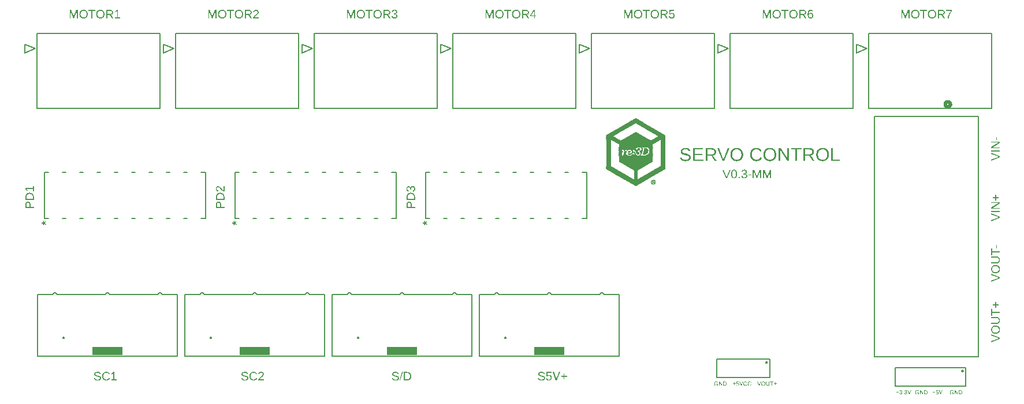
<source format=gbr>
G04 EAGLE Gerber RS-274X export*
G75*
%MOMM*%
%FSLAX34Y34*%
%LPD*%
%INSilkscreen Top*%
%IPPOS*%
%AMOC8*
5,1,8,0,0,1.08239X$1,22.5*%
G01*
G04 Define Apertures*
%ADD10R,0.030600X0.015319*%
%ADD11R,0.076600X0.015306*%
%ADD12R,0.137800X0.015319*%
%ADD13R,0.183800X0.015306*%
%ADD14R,0.229700X0.015313*%
%ADD15R,0.291000X0.015319*%
%ADD16R,0.352200X0.015306*%
%ADD17R,0.398200X0.015319*%
%ADD18R,0.444100X0.015306*%
%ADD19R,0.505400X0.015306*%
%ADD20R,0.551300X0.015319*%
%ADD21R,0.612600X0.015313*%
%ADD22R,0.658500X0.015319*%
%ADD23R,0.719700X0.015306*%
%ADD24R,0.765700X0.015306*%
%ADD25R,0.168500X0.015306*%
%ADD26R,0.811600X0.015319*%
%ADD27R,0.260300X0.015319*%
%ADD28R,0.872900X0.015306*%
%ADD29R,0.321600X0.015306*%
%ADD30R,0.934100X0.015306*%
%ADD31R,0.107200X0.015306*%
%ADD32R,0.122500X0.015306*%
%ADD33R,0.980100X0.015319*%
%ADD34R,0.091900X0.015319*%
%ADD35R,1.026000X0.015306*%
%ADD36R,1.087300X0.015319*%
%ADD37R,0.076600X0.015319*%
%ADD38R,0.061200X0.015319*%
%ADD39R,1.148500X0.015306*%
%ADD40R,0.076500X0.015306*%
%ADD41R,0.061200X0.015306*%
%ADD42R,1.194500X0.015313*%
%ADD43R,0.045900X0.015313*%
%ADD44R,0.061200X0.015313*%
%ADD45R,1.240400X0.015319*%
%ADD46R,0.061300X0.015319*%
%ADD47R,1.301700X0.015306*%
%ADD48R,0.061300X0.015306*%
%ADD49R,0.046000X0.015306*%
%ADD50R,1.347600X0.015319*%
%ADD51R,0.046000X0.015319*%
%ADD52R,1.408900X0.015306*%
%ADD53R,1.454800X0.015306*%
%ADD54R,1.516100X0.015319*%
%ADD55R,1.562000X0.015313*%
%ADD56R,0.046000X0.015313*%
%ADD57R,0.061300X0.015313*%
%ADD58R,1.623300X0.015319*%
%ADD59R,1.669200X0.015306*%
%ADD60R,0.045900X0.015306*%
%ADD61R,1.730500X0.015306*%
%ADD62R,1.776400X0.015319*%
%ADD63R,0.045900X0.015319*%
%ADD64R,0.229700X0.015319*%
%ADD65R,1.822400X0.015306*%
%ADD66R,0.245000X0.015306*%
%ADD67R,1.883600X0.015319*%
%ADD68R,1.944900X0.015313*%
%ADD69R,0.076500X0.015313*%
%ADD70R,1.990800X0.015306*%
%ADD71R,2.036700X0.015319*%
%ADD72R,2.098000X0.015306*%
%ADD73R,2.144000X0.015319*%
%ADD74R,2.205200X0.015306*%
%ADD75R,2.251100X0.015306*%
%ADD76R,2.312400X0.015319*%
%ADD77R,2.358400X0.015306*%
%ADD78R,2.404300X0.015306*%
%ADD79R,2.465500X0.015319*%
%ADD80R,0.214400X0.015319*%
%ADD81R,0.015400X0.015313*%
%ADD82R,2.526800X0.015313*%
%ADD83R,2.572800X0.015319*%
%ADD84R,0.076500X0.015319*%
%ADD85R,2.618700X0.015306*%
%ADD86R,2.679900X0.015306*%
%ADD87R,2.741200X0.015319*%
%ADD88R,2.787200X0.015306*%
%ADD89R,0.091900X0.015306*%
%ADD90R,0.015300X0.015306*%
%ADD91R,2.833100X0.015319*%
%ADD92R,0.137900X0.015319*%
%ADD93R,0.015300X0.015319*%
%ADD94R,2.894300X0.015313*%
%ADD95R,0.290900X0.015313*%
%ADD96R,2.940300X0.015306*%
%ADD97R,0.214400X0.015306*%
%ADD98R,3.001600X0.015319*%
%ADD99R,3.047500X0.015306*%
%ADD100R,3.108700X0.015319*%
%ADD101R,3.154700X0.015306*%
%ADD102R,3.200600X0.015306*%
%ADD103R,3.261900X0.015319*%
%ADD104R,1.347600X0.015306*%
%ADD105R,0.597200X0.015306*%
%ADD106R,0.581900X0.015319*%
%ADD107R,1.332300X0.015319*%
%ADD108R,1.332300X0.015306*%
%ADD109R,0.581900X0.015306*%
%ADD110R,1.347700X0.015306*%
%ADD111R,1.347700X0.015313*%
%ADD112R,0.581900X0.015313*%
%ADD113R,1.347600X0.015313*%
%ADD114R,1.347700X0.015319*%
%ADD115R,1.332300X0.015313*%
%ADD116R,0.015400X0.015306*%
%ADD117R,1.332400X0.015313*%
%ADD118R,1.332400X0.015319*%
%ADD119R,1.332400X0.015306*%
%ADD120R,0.597200X0.015313*%
%ADD121R,0.612500X0.015319*%
%ADD122R,0.658500X0.015306*%
%ADD123R,0.781000X0.015319*%
%ADD124R,0.826900X0.015306*%
%ADD125R,0.872900X0.015319*%
%ADD126R,0.934100X0.015313*%
%ADD127R,0.995400X0.015306*%
%ADD128R,1.041300X0.015319*%
%ADD129R,1.087300X0.015306*%
%ADD130R,1.148500X0.015319*%
%ADD131R,1.317000X0.015306*%
%ADD132R,1.209800X0.015306*%
%ADD133R,1.286400X0.015306*%
%ADD134R,1.255700X0.015306*%
%ADD135R,1.271000X0.015306*%
%ADD136R,1.255700X0.015319*%
%ADD137R,1.301700X0.015319*%
%ADD138R,1.225100X0.015306*%
%ADD139R,1.362900X0.015306*%
%ADD140R,1.209800X0.015319*%
%ADD141R,1.408900X0.015319*%
%ADD142R,1.194500X0.015319*%
%ADD143R,1.179200X0.015306*%
%ADD144R,1.163800X0.015306*%
%ADD145R,1.148500X0.015313*%
%ADD146R,1.516100X0.015313*%
%ADD147R,1.133200X0.015319*%
%ADD148R,1.577300X0.015319*%
%ADD149R,1.117900X0.015319*%
%ADD150R,1.102600X0.015306*%
%ADD151R,1.623300X0.015306*%
%ADD152R,1.072000X0.015306*%
%ADD153R,1.056600X0.015306*%
%ADD154R,1.730500X0.015319*%
%ADD155R,1.791700X0.015306*%
%ADD156R,1.010700X0.015306*%
%ADD157R,0.995400X0.015319*%
%ADD158R,1.837700X0.015319*%
%ADD159R,0.964800X0.015313*%
%ADD160R,1.883600X0.015313*%
%ADD161R,0.964700X0.015313*%
%ADD162R,1.944900X0.015306*%
%ADD163R,0.918800X0.015319*%
%ADD164R,2.006100X0.015319*%
%ADD165R,0.903500X0.015319*%
%ADD166R,0.888200X0.015306*%
%ADD167R,2.052100X0.015306*%
%ADD168R,0.857600X0.015319*%
%ADD169R,2.098000X0.015319*%
%ADD170R,0.857500X0.015319*%
%ADD171R,0.842300X0.015306*%
%ADD172R,2.159300X0.015306*%
%ADD173R,0.811600X0.015306*%
%ADD174R,0.796300X0.015306*%
%ADD175R,2.251100X0.015319*%
%ADD176R,0.765700X0.015319*%
%ADD177R,0.750400X0.015306*%
%ADD178R,2.312400X0.015306*%
%ADD179R,0.735100X0.015319*%
%ADD180R,2.373700X0.015319*%
%ADD181R,0.719700X0.015319*%
%ADD182R,0.704400X0.015306*%
%ADD183R,2.419600X0.015306*%
%ADD184R,0.689100X0.015306*%
%ADD185R,0.673800X0.015313*%
%ADD186R,2.465500X0.015313*%
%ADD187R,0.658500X0.015313*%
%ADD188R,2.526800X0.015319*%
%ADD189R,0.643200X0.015319*%
%ADD190R,2.588100X0.015306*%
%ADD191R,0.643200X0.015306*%
%ADD192R,2.634000X0.015319*%
%ADD193R,2.741200X0.015306*%
%ADD194R,2.802500X0.015319*%
%ADD195R,2.833100X0.015313*%
%ADD196R,0.643200X0.015313*%
%ADD197R,2.894300X0.015319*%
%ADD198R,2.955600X0.015306*%
%ADD199R,3.001500X0.015306*%
%ADD200R,3.047500X0.015319*%
%ADD201R,3.108700X0.015306*%
%ADD202R,3.170000X0.015319*%
%ADD203R,3.215900X0.015313*%
%ADD204R,3.261900X0.015306*%
%ADD205R,3.323100X0.015319*%
%ADD206R,3.384400X0.015306*%
%ADD207R,3.430300X0.015313*%
%ADD208R,3.476300X0.015319*%
%ADD209R,3.537500X0.015306*%
%ADD210R,3.583500X0.015319*%
%ADD211R,3.629400X0.015306*%
%ADD212R,3.690700X0.015306*%
%ADD213R,3.751900X0.015319*%
%ADD214R,3.797900X0.015313*%
%ADD215R,3.843800X0.015319*%
%ADD216R,3.905100X0.015306*%
%ADD217R,3.966300X0.015306*%
%ADD218R,4.012300X0.015319*%
%ADD219R,4.058200X0.015306*%
%ADD220R,4.119500X0.015319*%
%ADD221R,4.180700X0.015313*%
%ADD222R,4.226700X0.015306*%
%ADD223R,4.272600X0.015319*%
%ADD224R,4.333800X0.015306*%
%ADD225R,4.379800X0.015319*%
%ADD226R,4.425700X0.015306*%
%ADD227R,4.487000X0.015306*%
%ADD228R,4.548200X0.015319*%
%ADD229R,4.594200X0.015306*%
%ADD230R,4.640100X0.015319*%
%ADD231R,4.701400X0.015306*%
%ADD232R,4.762600X0.015313*%
%ADD233R,4.808600X0.015319*%
%ADD234R,4.854500X0.015306*%
%ADD235R,4.915800X0.015306*%
%ADD236R,4.977000X0.015319*%
%ADD237R,4.977000X0.015306*%
%ADD238R,4.977000X0.015313*%
%ADD239R,1.408800X0.015319*%
%ADD240R,3.338500X0.015319*%
%ADD241R,3.277200X0.015306*%
%ADD242R,0.444100X0.015319*%
%ADD243R,1.026100X0.015319*%
%ADD244R,2.021500X0.015319*%
%ADD245R,0.627800X0.015306*%
%ADD246R,0.918800X0.015306*%
%ADD247R,0.444100X0.015313*%
%ADD248R,0.612500X0.015313*%
%ADD249R,0.872900X0.015313*%
%ADD250R,0.137900X0.015313*%
%ADD251R,1.026000X0.015313*%
%ADD252R,0.597200X0.015319*%
%ADD253R,0.811700X0.015319*%
%ADD254R,0.122500X0.015319*%
%ADD255R,0.964800X0.015319*%
%ADD256R,0.551300X0.015306*%
%ADD257R,0.781000X0.015306*%
%ADD258R,0.459400X0.015306*%
%ADD259R,0.536000X0.015306*%
%ADD260R,0.459400X0.015319*%
%ADD261R,0.520700X0.015319*%
%ADD262R,0.689100X0.015319*%
%ADD263R,0.842300X0.015319*%
%ADD264R,0.505300X0.015306*%
%ADD265R,0.811700X0.015306*%
%ADD266R,0.490000X0.015319*%
%ADD267R,0.612600X0.015319*%
%ADD268R,0.474700X0.015313*%
%ADD269R,0.582000X0.015313*%
%ADD270R,0.765700X0.015313*%
%ADD271R,0.474700X0.015306*%
%ADD272R,0.137800X0.015306*%
%ADD273R,0.566700X0.015306*%
%ADD274R,0.735100X0.015306*%
%ADD275R,0.474700X0.015319*%
%ADD276R,0.245000X0.015319*%
%ADD277R,0.153100X0.015319*%
%ADD278R,0.275600X0.015319*%
%ADD279R,0.719800X0.015319*%
%ADD280R,0.306200X0.015306*%
%ADD281R,0.229700X0.015306*%
%ADD282R,0.704500X0.015306*%
%ADD283R,0.413500X0.015319*%
%ADD284R,0.352300X0.015319*%
%ADD285R,0.199100X0.015319*%
%ADD286R,0.336900X0.015319*%
%ADD287R,0.673800X0.015319*%
%ADD288R,0.490000X0.015306*%
%ADD289R,0.413500X0.015306*%
%ADD290R,0.398200X0.015306*%
%ADD291R,0.168400X0.015306*%
%ADD292R,0.153100X0.015306*%
%ADD293R,0.260300X0.015306*%
%ADD294R,0.428800X0.015306*%
%ADD295R,0.627900X0.015319*%
%ADD296R,0.520700X0.015306*%
%ADD297R,0.291000X0.015306*%
%ADD298R,0.474800X0.015306*%
%ADD299R,0.612600X0.015306*%
%ADD300R,0.505300X0.015319*%
%ADD301R,0.382900X0.015319*%
%ADD302R,0.536000X0.015319*%
%ADD303R,0.107200X0.015319*%
%ADD304R,0.321600X0.015319*%
%ADD305R,0.168400X0.015319*%
%ADD306R,0.505400X0.015319*%
%ADD307R,0.597300X0.015319*%
%ADD308R,0.367600X0.015306*%
%ADD309R,0.336900X0.015306*%
%ADD310R,0.597300X0.015306*%
%ADD311R,0.505300X0.015313*%
%ADD312R,0.367600X0.015313*%
%ADD313R,0.107200X0.015313*%
%ADD314R,0.352200X0.015313*%
%ADD315R,0.168400X0.015313*%
%ADD316R,0.520700X0.015313*%
%ADD317R,0.520600X0.015319*%
%ADD318R,0.367600X0.015319*%
%ADD319R,0.367500X0.015319*%
%ADD320R,0.168500X0.015319*%
%ADD321R,0.566600X0.015319*%
%ADD322R,0.520600X0.015306*%
%ADD323R,0.352300X0.015306*%
%ADD324R,0.382900X0.015306*%
%ADD325R,0.566600X0.015306*%
%ADD326R,0.582000X0.015319*%
%ADD327R,0.535900X0.015319*%
%ADD328R,0.183800X0.015319*%
%ADD329R,0.535900X0.015313*%
%ADD330R,0.336900X0.015313*%
%ADD331R,0.137800X0.015313*%
%ADD332R,0.091800X0.015313*%
%ADD333R,0.413500X0.015313*%
%ADD334R,0.199100X0.015313*%
%ADD335R,0.505400X0.015313*%
%ADD336R,0.153200X0.015319*%
%ADD337R,0.091800X0.015319*%
%ADD338R,0.428800X0.015319*%
%ADD339R,0.535900X0.015306*%
%ADD340R,0.199100X0.015306*%
%ADD341R,0.612500X0.015306*%
%ADD342R,0.490100X0.015306*%
%ADD343R,0.643100X0.015319*%
%ADD344R,0.490100X0.015319*%
%ADD345R,0.413400X0.015306*%
%ADD346R,0.643100X0.015306*%
%ADD347R,0.398100X0.015319*%
%ADD348R,0.566600X0.015313*%
%ADD349R,0.428800X0.015313*%
%ADD350R,0.398100X0.015313*%
%ADD351R,0.260300X0.015313*%
%ADD352R,0.382800X0.015306*%
%ADD353R,0.275700X0.015306*%
%ADD354R,0.352200X0.015319*%
%ADD355R,0.306300X0.015306*%
%ADD356R,0.321600X0.015313*%
%ADD357R,0.030700X0.015313*%
%ADD358R,0.183800X0.015313*%
%ADD359R,0.459400X0.015313*%
%ADD360R,0.306300X0.015319*%
%ADD361R,0.153200X0.015306*%
%ADD362R,0.015300X0.015313*%
%ADD363R,0.122500X0.015313*%
%ADD364R,0.290900X0.015319*%
%ADD365R,0.290900X0.015306*%
%ADD366R,0.627900X0.015306*%
%ADD367R,0.337000X0.015319*%
%ADD368R,0.183700X0.015306*%
%ADD369R,0.091900X0.015313*%
%ADD370R,0.627900X0.015313*%
%ADD371R,0.214300X0.015313*%
%ADD372R,0.673800X0.015306*%
%ADD373R,0.214300X0.015306*%
%ADD374R,0.704400X0.015319*%
%ADD375R,0.199000X0.015319*%
%ADD376R,0.750300X0.015306*%
%ADD377R,0.199000X0.015306*%
%ADD378R,0.582000X0.015306*%
%ADD379R,0.245100X0.015319*%
%ADD380R,0.796400X0.015319*%
%ADD381R,1.439500X0.015306*%
%ADD382R,1.454800X0.015319*%
%ADD383R,2.557400X0.015306*%
%ADD384R,2.542100X0.015319*%
%ADD385R,2.542100X0.015306*%
%ADD386R,0.490000X0.015313*%
%ADD387R,0.490100X0.015313*%
%ADD388R,2.526800X0.015306*%
%ADD389R,2.542100X0.015313*%
%ADD390R,0.275600X0.015313*%
%ADD391R,0.306300X0.015313*%
%ADD392R,0.551300X0.015313*%
%ADD393R,2.557400X0.015319*%
%ADD394R,2.572700X0.015319*%
%ADD395R,2.588000X0.015306*%
%ADD396R,2.603300X0.015306*%
%ADD397R,2.618600X0.015319*%
%ADD398R,2.634000X0.015306*%
%ADD399R,2.649300X0.015319*%
%ADD400R,2.710500X0.015313*%
%ADD401R,0.796300X0.015313*%
%ADD402R,2.756500X0.015319*%
%ADD403R,2.817700X0.015306*%
%ADD404R,4.992300X0.015306*%
%ADD405R,5.038300X0.015319*%
%ADD406R,5.099500X0.015313*%
%ADD407R,5.160800X0.015306*%
%ADD408R,5.206700X0.015319*%
%ADD409R,5.252700X0.015306*%
%ADD410R,5.313900X0.015319*%
%ADD411R,5.375200X0.015306*%
%ADD412R,5.421100X0.015306*%
%ADD413R,5.467100X0.015319*%
%ADD414R,5.528300X0.015306*%
%ADD415R,5.589600X0.015319*%
%ADD416R,5.635500X0.015306*%
%ADD417R,5.681500X0.015313*%
%ADD418R,5.742700X0.015319*%
%ADD419R,5.788700X0.015306*%
%ADD420R,5.834600X0.015319*%
%ADD421R,5.895900X0.015306*%
%ADD422R,5.957100X0.015306*%
%ADD423R,6.003100X0.015319*%
%ADD424R,6.049000X0.015313*%
%ADD425R,6.110300X0.015306*%
%ADD426R,6.171500X0.015319*%
%ADD427R,6.217500X0.015306*%
%ADD428R,6.263400X0.015319*%
%ADD429R,6.324700X0.015306*%
%ADD430R,6.385900X0.015306*%
%ADD431R,6.431900X0.015319*%
%ADD432R,6.477800X0.015306*%
%ADD433R,6.539100X0.015319*%
%ADD434R,6.600300X0.015306*%
%ADD435R,6.646300X0.015313*%
%ADD436R,6.692200X0.015319*%
%ADD437R,4.364500X0.015306*%
%ADD438R,1.163900X0.015306*%
%ADD439R,1.163900X0.015319*%
%ADD440R,4.318500X0.015319*%
%ADD441R,1.179200X0.015319*%
%ADD442R,4.272600X0.015306*%
%ADD443R,4.211300X0.015306*%
%ADD444R,1.179100X0.015319*%
%ADD445R,4.165400X0.015319*%
%ADD446R,1.163900X0.015313*%
%ADD447R,4.119500X0.015313*%
%ADD448R,1.179200X0.015313*%
%ADD449R,4.058200X0.015319*%
%ADD450R,1.163800X0.015319*%
%ADD451R,3.996900X0.015306*%
%ADD452R,1.179100X0.015306*%
%ADD453R,3.951000X0.015306*%
%ADD454R,3.905100X0.015319*%
%ADD455R,3.843800X0.015306*%
%ADD456R,1.822300X0.015306*%
%ADD457R,1.822400X0.015319*%
%ADD458R,3.782500X0.015319*%
%ADD459R,1.791700X0.015319*%
%ADD460R,1.791700X0.015313*%
%ADD461R,3.736600X0.015313*%
%ADD462R,1.776400X0.015313*%
%ADD463R,1.761100X0.015306*%
%ADD464R,1.745800X0.015306*%
%ADD465R,3.629400X0.015319*%
%ADD466R,1.715100X0.015319*%
%ADD467R,1.715200X0.015306*%
%ADD468R,3.568100X0.015306*%
%ADD469R,1.684500X0.015306*%
%ADD470R,1.684500X0.015313*%
%ADD471R,3.522200X0.015313*%
%ADD472R,1.669200X0.015313*%
%ADD473R,1.653900X0.015319*%
%ADD474R,1.638600X0.015319*%
%ADD475R,3.415000X0.015306*%
%ADD476R,1.607900X0.015306*%
%ADD477R,1.608000X0.015319*%
%ADD478R,3.353700X0.015319*%
%ADD479R,1.577300X0.015306*%
%ADD480R,3.323100X0.015306*%
%ADD481R,1.562000X0.015306*%
%ADD482R,1.546700X0.015306*%
%ADD483R,1.531400X0.015306*%
%ADD484R,1.531400X0.015319*%
%ADD485R,3.200600X0.015319*%
%ADD486R,1.500700X0.015319*%
%ADD487R,1.500800X0.015313*%
%ADD488R,3.154700X0.015313*%
%ADD489R,1.485400X0.015313*%
%ADD490R,1.470100X0.015319*%
%ADD491R,1.424200X0.015306*%
%ADD492R,2.986200X0.015306*%
%ADD493R,1.393500X0.015306*%
%ADD494R,1.393600X0.015319*%
%ADD495R,2.940300X0.015319*%
%ADD496R,1.378200X0.015319*%
%ADD497R,2.894300X0.015306*%
%ADD498R,1.317000X0.015319*%
%ADD499R,1.317000X0.015313*%
%ADD500R,2.771800X0.015313*%
%ADD501R,1.286300X0.015313*%
%ADD502R,2.725900X0.015306*%
%ADD503R,2.679900X0.015319*%
%ADD504R,2.465500X0.015306*%
%ADD505R,1.133200X0.015306*%
%ADD506R,2.404300X0.015319*%
%ADD507R,1.102600X0.015319*%
%ADD508R,2.358300X0.015306*%
%ADD509R,1.072000X0.015319*%
%ADD510R,1.056600X0.015319*%
%ADD511R,1.041300X0.015306*%
%ADD512R,2.189900X0.015313*%
%ADD513R,0.995400X0.015313*%
%ADD514R,2.143900X0.015319*%
%ADD515R,0.980100X0.015306*%
%ADD516R,0.964700X0.015306*%
%ADD517R,1.010700X0.015319*%
%ADD518R,1.975500X0.015306*%
%ADD519R,1.056700X0.015306*%
%ADD520R,1.929500X0.015306*%
%ADD521R,1.071900X0.015319*%
%ADD522R,1.117900X0.015313*%
%ADD523R,1.822400X0.015313*%
%ADD524R,1.102600X0.015313*%
%ADD525R,1.776400X0.015306*%
%ADD526R,1.194500X0.015306*%
%ADD527R,1.225100X0.015319*%
%ADD528R,1.240400X0.015306*%
%ADD529R,1.240500X0.015306*%
%ADD530R,1.516100X0.015306*%
%ADD531R,1.393600X0.015306*%
%ADD532R,1.240400X0.015313*%
%ADD533R,1.240500X0.015319*%
%ADD534R,0.934100X0.015319*%
%ADD535R,1.240500X0.015313*%
%ADD536R,1.225100X0.015313*%
%ADD537R,1.225200X0.015306*%
%ADD538R,2.450200X0.015319*%
%ADD539R,2.389000X0.015313*%
%ADD540R,2.343000X0.015319*%
%ADD541R,2.281800X0.015306*%
%ADD542R,2.235800X0.015306*%
%ADD543R,2.189900X0.015319*%
%ADD544R,2.128600X0.015306*%
%ADD545R,2.067400X0.015306*%
%ADD546R,2.021400X0.015319*%
%ADD547R,1.914200X0.015319*%
%ADD548R,1.868300X0.015306*%
%ADD549R,1.807000X0.015313*%
%ADD550R,1.761100X0.015319*%
%ADD551R,1.699900X0.015306*%
%ADD552R,1.592600X0.015306*%
%ADD553R,1.485500X0.015319*%
%ADD554R,1.439500X0.015313*%
%ADD555R,1.271100X0.015306*%
%ADD556R,1.056700X0.015313*%
%ADD557R,0.903500X0.015306*%
%ADD558C,0.152400*%
%ADD559C,0.508000*%
%ADD560C,0.200000*%
%ADD561R,4.500000X1.250000*%
G36*
X1163871Y723634D02*
X1163161Y723652D01*
X1162476Y723707D01*
X1161815Y723798D01*
X1161179Y723927D01*
X1160568Y724091D01*
X1159981Y724293D01*
X1159420Y724531D01*
X1158883Y724806D01*
X1158374Y725115D01*
X1157896Y725457D01*
X1157449Y725832D01*
X1157033Y726239D01*
X1156648Y726680D01*
X1156294Y727152D01*
X1155971Y727658D01*
X1155679Y728196D01*
X1155420Y728762D01*
X1155195Y729351D01*
X1155005Y729963D01*
X1154850Y730599D01*
X1154729Y731257D01*
X1154642Y731939D01*
X1154591Y732643D01*
X1154573Y733371D01*
X1154583Y733926D01*
X1154612Y734466D01*
X1154660Y734991D01*
X1154727Y735500D01*
X1154814Y735993D01*
X1154920Y736472D01*
X1155045Y736935D01*
X1155189Y737382D01*
X1155353Y737815D01*
X1155536Y738232D01*
X1155738Y738633D01*
X1155960Y739020D01*
X1156200Y739391D01*
X1156460Y739746D01*
X1156739Y740086D01*
X1157038Y740411D01*
X1157353Y740719D01*
X1157684Y741006D01*
X1158030Y741274D01*
X1158391Y741521D01*
X1158767Y741749D01*
X1159158Y741958D01*
X1159564Y742146D01*
X1159985Y742315D01*
X1160421Y742463D01*
X1160873Y742592D01*
X1161339Y742701D01*
X1161821Y742790D01*
X1162317Y742860D01*
X1162829Y742909D01*
X1163356Y742939D01*
X1163898Y742949D01*
X1164602Y742931D01*
X1165283Y742878D01*
X1165939Y742789D01*
X1166572Y742664D01*
X1167181Y742504D01*
X1167767Y742308D01*
X1168329Y742077D01*
X1168867Y741810D01*
X1169377Y741509D01*
X1169857Y741176D01*
X1170306Y740811D01*
X1170723Y740413D01*
X1171110Y739983D01*
X1171466Y739521D01*
X1171790Y739026D01*
X1172084Y738500D01*
X1172344Y737945D01*
X1172570Y737365D01*
X1172762Y736761D01*
X1172918Y736132D01*
X1173040Y735479D01*
X1173127Y734801D01*
X1173179Y734098D01*
X1173196Y733371D01*
X1173178Y732647D01*
X1173126Y731945D01*
X1173038Y731266D01*
X1172915Y730610D01*
X1172756Y729977D01*
X1172563Y729367D01*
X1172334Y728780D01*
X1172070Y728216D01*
X1171774Y727679D01*
X1171446Y727174D01*
X1171089Y726702D01*
X1170700Y726261D01*
X1170281Y725853D01*
X1169831Y725476D01*
X1169351Y725132D01*
X1168840Y724819D01*
X1168302Y724541D01*
X1167740Y724300D01*
X1167155Y724097D01*
X1166546Y723930D01*
X1165913Y723800D01*
X1165256Y723708D01*
X1164576Y723652D01*
X1163871Y723634D01*
G37*
%LPC*%
G36*
X1163871Y725698D02*
X1164272Y725706D01*
X1164660Y725730D01*
X1165037Y725769D01*
X1165402Y725824D01*
X1165755Y725894D01*
X1166096Y725980D01*
X1166426Y726082D01*
X1166744Y726200D01*
X1167050Y726333D01*
X1167344Y726481D01*
X1167626Y726646D01*
X1167896Y726826D01*
X1168155Y727022D01*
X1168402Y727233D01*
X1168637Y727460D01*
X1168860Y727703D01*
X1169071Y727960D01*
X1169268Y728230D01*
X1169451Y728513D01*
X1169621Y728809D01*
X1169777Y729118D01*
X1169919Y729440D01*
X1170048Y729775D01*
X1170164Y730123D01*
X1170266Y730483D01*
X1170354Y730857D01*
X1170429Y731244D01*
X1170490Y731643D01*
X1170537Y732056D01*
X1170571Y732481D01*
X1170592Y732920D01*
X1170598Y733371D01*
X1170592Y733803D01*
X1170571Y734224D01*
X1170537Y734632D01*
X1170489Y735029D01*
X1170427Y735414D01*
X1170352Y735787D01*
X1170263Y736149D01*
X1170161Y736498D01*
X1170044Y736836D01*
X1169914Y737162D01*
X1169770Y737477D01*
X1169613Y737780D01*
X1169442Y738070D01*
X1169257Y738350D01*
X1169059Y738617D01*
X1168847Y738873D01*
X1168622Y739115D01*
X1168386Y739341D01*
X1168139Y739552D01*
X1167881Y739747D01*
X1167611Y739926D01*
X1167330Y740090D01*
X1167037Y740239D01*
X1166734Y740371D01*
X1166419Y740488D01*
X1166093Y740590D01*
X1165755Y740676D01*
X1165406Y740746D01*
X1165046Y740801D01*
X1164675Y740840D01*
X1164292Y740863D01*
X1163898Y740871D01*
X1163501Y740863D01*
X1163115Y740840D01*
X1162741Y740802D01*
X1162378Y740748D01*
X1162026Y740678D01*
X1161686Y740594D01*
X1161358Y740493D01*
X1161041Y740378D01*
X1160735Y740247D01*
X1160441Y740101D01*
X1160158Y739939D01*
X1159887Y739762D01*
X1159627Y739569D01*
X1159378Y739361D01*
X1159142Y739138D01*
X1158916Y738899D01*
X1158703Y738647D01*
X1158504Y738382D01*
X1158318Y738104D01*
X1158147Y737815D01*
X1157989Y737512D01*
X1157844Y737198D01*
X1157714Y736871D01*
X1157597Y736532D01*
X1157494Y736180D01*
X1157405Y735816D01*
X1157329Y735439D01*
X1157268Y735050D01*
X1157219Y734649D01*
X1157185Y734236D01*
X1157165Y733810D01*
X1157158Y733371D01*
X1157165Y732936D01*
X1157185Y732511D01*
X1157220Y732099D01*
X1157269Y731697D01*
X1157331Y731307D01*
X1157408Y730929D01*
X1157498Y730562D01*
X1157602Y730206D01*
X1157720Y729861D01*
X1157852Y729528D01*
X1157998Y729207D01*
X1158158Y728897D01*
X1158332Y728598D01*
X1158519Y728310D01*
X1158721Y728034D01*
X1158936Y727770D01*
X1159164Y727519D01*
X1159402Y727284D01*
X1159651Y727066D01*
X1159911Y726863D01*
X1160182Y726677D01*
X1160464Y726507D01*
X1160756Y726354D01*
X1161059Y726216D01*
X1161373Y726095D01*
X1161697Y725990D01*
X1162033Y725901D01*
X1162379Y725828D01*
X1162736Y725771D01*
X1163104Y725731D01*
X1163482Y725706D01*
X1163871Y725698D01*
G37*
%LPD*%
G36*
X1212371Y723634D02*
X1211661Y723652D01*
X1210976Y723707D01*
X1210315Y723798D01*
X1209679Y723927D01*
X1209068Y724091D01*
X1208481Y724293D01*
X1207920Y724531D01*
X1207383Y724806D01*
X1206874Y725115D01*
X1206396Y725457D01*
X1205949Y725832D01*
X1205533Y726239D01*
X1205148Y726680D01*
X1204794Y727152D01*
X1204471Y727658D01*
X1204179Y728196D01*
X1203920Y728762D01*
X1203695Y729351D01*
X1203505Y729963D01*
X1203350Y730599D01*
X1203229Y731257D01*
X1203142Y731939D01*
X1203091Y732643D01*
X1203073Y733371D01*
X1203083Y733926D01*
X1203112Y734466D01*
X1203160Y734991D01*
X1203227Y735500D01*
X1203314Y735993D01*
X1203420Y736472D01*
X1203545Y736935D01*
X1203689Y737382D01*
X1203853Y737815D01*
X1204036Y738232D01*
X1204238Y738633D01*
X1204460Y739020D01*
X1204700Y739391D01*
X1204960Y739746D01*
X1205239Y740086D01*
X1205538Y740411D01*
X1205853Y740719D01*
X1206184Y741006D01*
X1206530Y741274D01*
X1206891Y741521D01*
X1207267Y741749D01*
X1207658Y741958D01*
X1208064Y742146D01*
X1208485Y742315D01*
X1208921Y742463D01*
X1209373Y742592D01*
X1209839Y742701D01*
X1210321Y742790D01*
X1210817Y742860D01*
X1211329Y742909D01*
X1211856Y742939D01*
X1212398Y742949D01*
X1213102Y742931D01*
X1213783Y742878D01*
X1214439Y742789D01*
X1215072Y742664D01*
X1215681Y742504D01*
X1216267Y742308D01*
X1216829Y742077D01*
X1217367Y741810D01*
X1217877Y741509D01*
X1218357Y741176D01*
X1218806Y740811D01*
X1219223Y740413D01*
X1219610Y739983D01*
X1219966Y739521D01*
X1220290Y739026D01*
X1220584Y738500D01*
X1220844Y737945D01*
X1221070Y737365D01*
X1221262Y736761D01*
X1221418Y736132D01*
X1221540Y735479D01*
X1221627Y734801D01*
X1221679Y734098D01*
X1221696Y733371D01*
X1221678Y732647D01*
X1221626Y731945D01*
X1221538Y731266D01*
X1221415Y730610D01*
X1221256Y729977D01*
X1221063Y729367D01*
X1220834Y728780D01*
X1220570Y728216D01*
X1220274Y727679D01*
X1219946Y727174D01*
X1219589Y726702D01*
X1219200Y726261D01*
X1218781Y725853D01*
X1218331Y725476D01*
X1217851Y725132D01*
X1217340Y724819D01*
X1216802Y724541D01*
X1216240Y724300D01*
X1215655Y724097D01*
X1215046Y723930D01*
X1214413Y723800D01*
X1213756Y723708D01*
X1213076Y723652D01*
X1212371Y723634D01*
G37*
%LPC*%
G36*
X1212371Y725698D02*
X1212772Y725706D01*
X1213160Y725730D01*
X1213537Y725769D01*
X1213902Y725824D01*
X1214255Y725894D01*
X1214596Y725980D01*
X1214926Y726082D01*
X1215244Y726200D01*
X1215550Y726333D01*
X1215844Y726481D01*
X1216126Y726646D01*
X1216396Y726826D01*
X1216655Y727022D01*
X1216902Y727233D01*
X1217137Y727460D01*
X1217360Y727703D01*
X1217571Y727960D01*
X1217768Y728230D01*
X1217951Y728513D01*
X1218121Y728809D01*
X1218277Y729118D01*
X1218419Y729440D01*
X1218548Y729775D01*
X1218664Y730123D01*
X1218766Y730483D01*
X1218854Y730857D01*
X1218929Y731244D01*
X1218990Y731643D01*
X1219037Y732056D01*
X1219071Y732481D01*
X1219092Y732920D01*
X1219098Y733371D01*
X1219092Y733803D01*
X1219071Y734224D01*
X1219037Y734632D01*
X1218989Y735029D01*
X1218927Y735414D01*
X1218852Y735787D01*
X1218763Y736149D01*
X1218661Y736498D01*
X1218544Y736836D01*
X1218414Y737162D01*
X1218270Y737477D01*
X1218113Y737780D01*
X1217942Y738070D01*
X1217757Y738350D01*
X1217559Y738617D01*
X1217347Y738873D01*
X1217122Y739115D01*
X1216886Y739341D01*
X1216639Y739552D01*
X1216381Y739747D01*
X1216111Y739926D01*
X1215830Y740090D01*
X1215537Y740239D01*
X1215234Y740371D01*
X1214919Y740488D01*
X1214593Y740590D01*
X1214255Y740676D01*
X1213906Y740746D01*
X1213546Y740801D01*
X1213175Y740840D01*
X1212792Y740863D01*
X1212398Y740871D01*
X1212001Y740863D01*
X1211615Y740840D01*
X1211241Y740802D01*
X1210878Y740748D01*
X1210526Y740678D01*
X1210186Y740594D01*
X1209858Y740493D01*
X1209541Y740378D01*
X1209235Y740247D01*
X1208941Y740101D01*
X1208658Y739939D01*
X1208387Y739762D01*
X1208127Y739569D01*
X1207878Y739361D01*
X1207642Y739138D01*
X1207416Y738899D01*
X1207203Y738647D01*
X1207004Y738382D01*
X1206818Y738104D01*
X1206647Y737815D01*
X1206489Y737512D01*
X1206344Y737198D01*
X1206214Y736871D01*
X1206097Y736532D01*
X1205994Y736180D01*
X1205905Y735816D01*
X1205829Y735439D01*
X1205768Y735050D01*
X1205719Y734649D01*
X1205685Y734236D01*
X1205665Y733810D01*
X1205658Y733371D01*
X1205665Y732936D01*
X1205685Y732511D01*
X1205720Y732099D01*
X1205769Y731697D01*
X1205831Y731307D01*
X1205908Y730929D01*
X1205998Y730562D01*
X1206102Y730206D01*
X1206220Y729861D01*
X1206352Y729528D01*
X1206498Y729207D01*
X1206658Y728897D01*
X1206832Y728598D01*
X1207019Y728310D01*
X1207221Y728034D01*
X1207436Y727770D01*
X1207664Y727519D01*
X1207902Y727284D01*
X1208151Y727066D01*
X1208411Y726863D01*
X1208682Y726677D01*
X1208964Y726507D01*
X1209256Y726354D01*
X1209559Y726216D01*
X1209873Y726095D01*
X1210197Y725990D01*
X1210533Y725901D01*
X1210879Y725828D01*
X1211236Y725771D01*
X1211604Y725731D01*
X1211982Y725706D01*
X1212371Y725698D01*
G37*
%LPD*%
G36*
X1289653Y723634D02*
X1288942Y723652D01*
X1288257Y723707D01*
X1287596Y723798D01*
X1286960Y723927D01*
X1286349Y724091D01*
X1285763Y724293D01*
X1285201Y724531D01*
X1284664Y724806D01*
X1284155Y725115D01*
X1283677Y725457D01*
X1283230Y725832D01*
X1282814Y726239D01*
X1282429Y726680D01*
X1282075Y727152D01*
X1281752Y727658D01*
X1281460Y728196D01*
X1281201Y728762D01*
X1280977Y729351D01*
X1280787Y729963D01*
X1280631Y730599D01*
X1280510Y731257D01*
X1280424Y731939D01*
X1280372Y732643D01*
X1280355Y733371D01*
X1280364Y733926D01*
X1280393Y734466D01*
X1280441Y734991D01*
X1280509Y735500D01*
X1280595Y735993D01*
X1280701Y736472D01*
X1280826Y736935D01*
X1280971Y737382D01*
X1281134Y737815D01*
X1281317Y738232D01*
X1281519Y738633D01*
X1281741Y739020D01*
X1281981Y739391D01*
X1282241Y739746D01*
X1282521Y740086D01*
X1282819Y740411D01*
X1283135Y740719D01*
X1283465Y741006D01*
X1283811Y741274D01*
X1284172Y741521D01*
X1284548Y741749D01*
X1284939Y741958D01*
X1285345Y742146D01*
X1285766Y742315D01*
X1286203Y742463D01*
X1286654Y742592D01*
X1287120Y742701D01*
X1287602Y742790D01*
X1288099Y742860D01*
X1288610Y742909D01*
X1289137Y742939D01*
X1289679Y742949D01*
X1290383Y742931D01*
X1291064Y742878D01*
X1291720Y742789D01*
X1292353Y742664D01*
X1292963Y742504D01*
X1293548Y742308D01*
X1294110Y742077D01*
X1294648Y741810D01*
X1295159Y741509D01*
X1295638Y741176D01*
X1296087Y740811D01*
X1296505Y740413D01*
X1296891Y739983D01*
X1297247Y739521D01*
X1297571Y739026D01*
X1297865Y738500D01*
X1298126Y737945D01*
X1298352Y737365D01*
X1298543Y736761D01*
X1298699Y736132D01*
X1298821Y735479D01*
X1298908Y734801D01*
X1298960Y734098D01*
X1298977Y733371D01*
X1298960Y732647D01*
X1298907Y731945D01*
X1298819Y731266D01*
X1298696Y730610D01*
X1298538Y729977D01*
X1298344Y729367D01*
X1298115Y728780D01*
X1297852Y728216D01*
X1297555Y727679D01*
X1297228Y727174D01*
X1296870Y726702D01*
X1296481Y726261D01*
X1296062Y725853D01*
X1295612Y725476D01*
X1295132Y725132D01*
X1294621Y724819D01*
X1294083Y724541D01*
X1293522Y724300D01*
X1292936Y724097D01*
X1292327Y723930D01*
X1291694Y723800D01*
X1291037Y723708D01*
X1290357Y723652D01*
X1289653Y723634D01*
G37*
%LPC*%
G36*
X1289653Y725698D02*
X1290053Y725706D01*
X1290442Y725730D01*
X1290818Y725769D01*
X1291183Y725824D01*
X1291536Y725894D01*
X1291878Y725980D01*
X1292207Y726082D01*
X1292525Y726200D01*
X1292831Y726333D01*
X1293125Y726481D01*
X1293407Y726646D01*
X1293678Y726826D01*
X1293936Y727022D01*
X1294183Y727233D01*
X1294418Y727460D01*
X1294641Y727703D01*
X1294852Y727960D01*
X1295049Y728230D01*
X1295232Y728513D01*
X1295402Y728809D01*
X1295558Y729118D01*
X1295701Y729440D01*
X1295830Y729775D01*
X1295945Y730123D01*
X1296047Y730483D01*
X1296135Y730857D01*
X1296210Y731244D01*
X1296271Y731643D01*
X1296319Y732056D01*
X1296353Y732481D01*
X1296373Y732920D01*
X1296380Y733371D01*
X1296373Y733803D01*
X1296352Y734224D01*
X1296318Y734632D01*
X1296270Y735029D01*
X1296209Y735414D01*
X1296133Y735787D01*
X1296044Y736149D01*
X1295942Y736498D01*
X1295825Y736836D01*
X1295695Y737162D01*
X1295552Y737477D01*
X1295394Y737780D01*
X1295223Y738070D01*
X1295039Y738350D01*
X1294840Y738617D01*
X1294628Y738873D01*
X1294403Y739115D01*
X1294167Y739341D01*
X1293920Y739552D01*
X1293662Y739747D01*
X1293392Y739926D01*
X1293111Y740090D01*
X1292819Y740239D01*
X1292515Y740371D01*
X1292200Y740488D01*
X1291874Y740590D01*
X1291536Y740676D01*
X1291187Y740746D01*
X1290827Y740801D01*
X1290456Y740840D01*
X1290073Y740863D01*
X1289679Y740871D01*
X1289282Y740863D01*
X1288896Y740840D01*
X1288522Y740802D01*
X1288159Y740748D01*
X1287808Y740678D01*
X1287468Y740594D01*
X1287139Y740493D01*
X1286822Y740378D01*
X1286516Y740247D01*
X1286222Y740101D01*
X1285939Y739939D01*
X1285668Y739762D01*
X1285408Y739569D01*
X1285160Y739361D01*
X1284923Y739138D01*
X1284697Y738899D01*
X1284484Y738647D01*
X1284285Y738382D01*
X1284100Y738104D01*
X1283928Y737815D01*
X1283770Y737512D01*
X1283626Y737198D01*
X1283495Y736871D01*
X1283378Y736532D01*
X1283275Y736180D01*
X1283186Y735816D01*
X1283111Y735439D01*
X1283049Y735050D01*
X1283001Y734649D01*
X1282966Y734236D01*
X1282946Y733810D01*
X1282939Y733371D01*
X1282946Y732936D01*
X1282967Y732511D01*
X1283001Y732099D01*
X1283050Y731697D01*
X1283113Y731307D01*
X1283189Y730929D01*
X1283279Y730562D01*
X1283383Y730206D01*
X1283502Y729861D01*
X1283634Y729528D01*
X1283779Y729207D01*
X1283939Y728897D01*
X1284113Y728598D01*
X1284300Y728310D01*
X1284502Y728034D01*
X1284717Y727770D01*
X1284945Y727519D01*
X1285183Y727284D01*
X1285433Y727066D01*
X1285693Y726863D01*
X1285963Y726677D01*
X1286245Y726507D01*
X1286537Y726354D01*
X1286840Y726216D01*
X1287154Y726095D01*
X1287479Y725990D01*
X1287814Y725901D01*
X1288160Y725828D01*
X1288517Y725771D01*
X1288885Y725731D01*
X1289263Y725706D01*
X1289653Y725698D01*
G37*
%LPD*%
G36*
X1120657Y723900D02*
X1118113Y723900D01*
X1118113Y742669D01*
X1126945Y742669D01*
X1127715Y742647D01*
X1128440Y742581D01*
X1129119Y742470D01*
X1129754Y742315D01*
X1130343Y742115D01*
X1130887Y741871D01*
X1131386Y741583D01*
X1131840Y741251D01*
X1132244Y740878D01*
X1132595Y740472D01*
X1132891Y740030D01*
X1133019Y739796D01*
X1133134Y739554D01*
X1133235Y739303D01*
X1133323Y739043D01*
X1133397Y738774D01*
X1133457Y738497D01*
X1133505Y738211D01*
X1133538Y737916D01*
X1133558Y737613D01*
X1133565Y737301D01*
X1133546Y736788D01*
X1133489Y736297D01*
X1133394Y735826D01*
X1133260Y735376D01*
X1133089Y734947D01*
X1132880Y734538D01*
X1132632Y734151D01*
X1132346Y733784D01*
X1132027Y733444D01*
X1131679Y733137D01*
X1131302Y732863D01*
X1131133Y732763D01*
X1130896Y732622D01*
X1130461Y732414D01*
X1129997Y732238D01*
X1129504Y732095D01*
X1128983Y731986D01*
X1131251Y728544D01*
X1134311Y723900D01*
X1131381Y723900D01*
X1126505Y731693D01*
X1120657Y731693D01*
X1120657Y723900D01*
G37*
%LPC*%
G36*
X1126798Y733704D02*
X1127287Y733719D01*
X1127747Y733763D01*
X1128178Y733836D01*
X1128581Y733939D01*
X1128956Y734071D01*
X1129302Y734232D01*
X1129620Y734423D01*
X1129909Y734643D01*
X1130166Y734890D01*
X1130389Y735160D01*
X1130578Y735454D01*
X1130733Y735771D01*
X1130853Y736111D01*
X1130939Y736475D01*
X1130990Y736863D01*
X1131008Y737274D01*
X1130990Y737672D01*
X1130938Y738045D01*
X1130851Y738393D01*
X1130729Y738718D01*
X1130573Y739018D01*
X1130382Y739294D01*
X1130156Y739545D01*
X1129895Y739772D01*
X1129602Y739973D01*
X1129278Y740148D01*
X1128923Y740295D01*
X1128538Y740416D01*
X1128122Y740510D01*
X1127676Y740577D01*
X1127199Y740618D01*
X1126692Y740631D01*
X1120657Y740631D01*
X1120657Y733704D01*
X1126798Y733704D01*
G37*
%LPD*%
G36*
X1264157Y723900D02*
X1261613Y723900D01*
X1261613Y742669D01*
X1270445Y742669D01*
X1271215Y742647D01*
X1271940Y742581D01*
X1272619Y742470D01*
X1273254Y742315D01*
X1273843Y742115D01*
X1274387Y741871D01*
X1274886Y741583D01*
X1275340Y741251D01*
X1275744Y740878D01*
X1276095Y740472D01*
X1276391Y740030D01*
X1276519Y739796D01*
X1276634Y739554D01*
X1276735Y739303D01*
X1276823Y739043D01*
X1276897Y738774D01*
X1276957Y738497D01*
X1277005Y738211D01*
X1277038Y737916D01*
X1277058Y737613D01*
X1277065Y737301D01*
X1277046Y736788D01*
X1276989Y736297D01*
X1276894Y735826D01*
X1276760Y735376D01*
X1276589Y734947D01*
X1276380Y734538D01*
X1276132Y734151D01*
X1275846Y733784D01*
X1275527Y733444D01*
X1275179Y733137D01*
X1274802Y732863D01*
X1274633Y732763D01*
X1274396Y732622D01*
X1273961Y732414D01*
X1273497Y732238D01*
X1273004Y732095D01*
X1272483Y731986D01*
X1274751Y728544D01*
X1277811Y723900D01*
X1274881Y723900D01*
X1270005Y731693D01*
X1264157Y731693D01*
X1264157Y723900D01*
G37*
%LPC*%
G36*
X1270298Y733704D02*
X1270787Y733719D01*
X1271247Y733763D01*
X1271678Y733836D01*
X1272081Y733939D01*
X1272456Y734071D01*
X1272802Y734232D01*
X1273120Y734423D01*
X1273409Y734643D01*
X1273666Y734890D01*
X1273889Y735160D01*
X1274078Y735454D01*
X1274233Y735771D01*
X1274353Y736111D01*
X1274439Y736475D01*
X1274490Y736863D01*
X1274508Y737274D01*
X1274490Y737672D01*
X1274438Y738045D01*
X1274351Y738393D01*
X1274229Y738718D01*
X1274073Y739018D01*
X1273882Y739294D01*
X1273656Y739545D01*
X1273395Y739772D01*
X1273102Y739973D01*
X1272778Y740148D01*
X1272423Y740295D01*
X1272038Y740416D01*
X1271622Y740510D01*
X1271176Y740577D01*
X1270699Y740618D01*
X1270192Y740631D01*
X1264157Y740631D01*
X1264157Y733704D01*
X1270298Y733704D01*
G37*
%LPD*%
G36*
X1227502Y723900D02*
X1225238Y723900D01*
X1225238Y742669D01*
X1228195Y742669D01*
X1238346Y726578D01*
X1238226Y728829D01*
X1238196Y729685D01*
X1238186Y730361D01*
X1238186Y742669D01*
X1240477Y742669D01*
X1240477Y723900D01*
X1237413Y723900D01*
X1227369Y739885D01*
X1227436Y738593D01*
X1227502Y736368D01*
X1227502Y723900D01*
G37*
G36*
X1114712Y723900D02*
X1099925Y723900D01*
X1099925Y742669D01*
X1114165Y742669D01*
X1114165Y740591D01*
X1102470Y740591D01*
X1102470Y734570D01*
X1113366Y734570D01*
X1113366Y732519D01*
X1102470Y732519D01*
X1102470Y725978D01*
X1114712Y725978D01*
X1114712Y723900D01*
G37*
G36*
X1088691Y723634D02*
X1087856Y723652D01*
X1087066Y723708D01*
X1086322Y723801D01*
X1085622Y723932D01*
X1084967Y724099D01*
X1084357Y724304D01*
X1083793Y724546D01*
X1083273Y724826D01*
X1082799Y725142D01*
X1082369Y725496D01*
X1081985Y725888D01*
X1081646Y726316D01*
X1081351Y726782D01*
X1081102Y727285D01*
X1080898Y727825D01*
X1080739Y728402D01*
X1083203Y728895D01*
X1083325Y728486D01*
X1083476Y728106D01*
X1083658Y727753D01*
X1083869Y727428D01*
X1084111Y727132D01*
X1084382Y726863D01*
X1084684Y726623D01*
X1085015Y726411D01*
X1085377Y726225D01*
X1085770Y726064D01*
X1086194Y725928D01*
X1086650Y725817D01*
X1087137Y725730D01*
X1087655Y725668D01*
X1088204Y725631D01*
X1088785Y725618D01*
X1089383Y725632D01*
X1089947Y725671D01*
X1090475Y725737D01*
X1090968Y725830D01*
X1091425Y725949D01*
X1091848Y726094D01*
X1092236Y726266D01*
X1092588Y726464D01*
X1092902Y726688D01*
X1093174Y726937D01*
X1093404Y727210D01*
X1093592Y727508D01*
X1093738Y727831D01*
X1093843Y728179D01*
X1093906Y728551D01*
X1093927Y728949D01*
X1093920Y729173D01*
X1093900Y729387D01*
X1093868Y729589D01*
X1093822Y729781D01*
X1093763Y729962D01*
X1093691Y730133D01*
X1093605Y730292D01*
X1093507Y730441D01*
X1093276Y730714D01*
X1093002Y730963D01*
X1092686Y731187D01*
X1092328Y731386D01*
X1091930Y731565D01*
X1091495Y731729D01*
X1091024Y731878D01*
X1090516Y732012D01*
X1088185Y732559D01*
X1087140Y732805D01*
X1086229Y733051D01*
X1085452Y733298D01*
X1084808Y733544D01*
X1084263Y733798D01*
X1083778Y734066D01*
X1083353Y734347D01*
X1082990Y734643D01*
X1082677Y734959D01*
X1082402Y735301D01*
X1082167Y735669D01*
X1081971Y736062D01*
X1081817Y736483D01*
X1081706Y736935D01*
X1081640Y737416D01*
X1081618Y737927D01*
X1081625Y738224D01*
X1081647Y738512D01*
X1081683Y738792D01*
X1081733Y739063D01*
X1081798Y739326D01*
X1081877Y739580D01*
X1081971Y739825D01*
X1082079Y740062D01*
X1082202Y740290D01*
X1082339Y740509D01*
X1082490Y740720D01*
X1082656Y740922D01*
X1083031Y741300D01*
X1083463Y741643D01*
X1083949Y741949D01*
X1084485Y742215D01*
X1085071Y742439D01*
X1085706Y742623D01*
X1086391Y742765D01*
X1087126Y742867D01*
X1087910Y742929D01*
X1088745Y742949D01*
X1089520Y742934D01*
X1090249Y742888D01*
X1090931Y742811D01*
X1091565Y742704D01*
X1092153Y742566D01*
X1092694Y742398D01*
X1093187Y742199D01*
X1093633Y741970D01*
X1094041Y741704D01*
X1094416Y741394D01*
X1094760Y741042D01*
X1095072Y740646D01*
X1095353Y740207D01*
X1095602Y739726D01*
X1095819Y739201D01*
X1096005Y738633D01*
X1093500Y738193D01*
X1093385Y738554D01*
X1093247Y738888D01*
X1093086Y739197D01*
X1092901Y739480D01*
X1092693Y739738D01*
X1092461Y739970D01*
X1092206Y740177D01*
X1091928Y740358D01*
X1091625Y740516D01*
X1091293Y740652D01*
X1090934Y740768D01*
X1090546Y740863D01*
X1090131Y740936D01*
X1089688Y740989D01*
X1089217Y741020D01*
X1088718Y741031D01*
X1088172Y741019D01*
X1087659Y740984D01*
X1087180Y740926D01*
X1086733Y740844D01*
X1086320Y740739D01*
X1085941Y740611D01*
X1085594Y740460D01*
X1085281Y740285D01*
X1085003Y740087D01*
X1084763Y739866D01*
X1084559Y739622D01*
X1084392Y739356D01*
X1084262Y739066D01*
X1084170Y738754D01*
X1084114Y738418D01*
X1084096Y738060D01*
X1084103Y737848D01*
X1084124Y737646D01*
X1084160Y737453D01*
X1084211Y737269D01*
X1084275Y737095D01*
X1084354Y736930D01*
X1084448Y736774D01*
X1084555Y736628D01*
X1084810Y736356D01*
X1085116Y736105D01*
X1085473Y735876D01*
X1085881Y735669D01*
X1086421Y735461D01*
X1087176Y735231D01*
X1088146Y734978D01*
X1089331Y734703D01*
X1091056Y734297D01*
X1091897Y734071D01*
X1092701Y733804D01*
X1093088Y733655D01*
X1093462Y733493D01*
X1093824Y733318D01*
X1094173Y733131D01*
X1094505Y732927D01*
X1094814Y732702D01*
X1095101Y732455D01*
X1095365Y732186D01*
X1095605Y731893D01*
X1095816Y731576D01*
X1096001Y731234D01*
X1096158Y730867D01*
X1096283Y730471D01*
X1096373Y730041D01*
X1096426Y729578D01*
X1096444Y729082D01*
X1096436Y728762D01*
X1096412Y728451D01*
X1096373Y728149D01*
X1096317Y727856D01*
X1096246Y727573D01*
X1096159Y727299D01*
X1096055Y727033D01*
X1095936Y726777D01*
X1095801Y726530D01*
X1095651Y726293D01*
X1095484Y726064D01*
X1095302Y725845D01*
X1095103Y725635D01*
X1094889Y725434D01*
X1094659Y725242D01*
X1094413Y725059D01*
X1094152Y724886D01*
X1093879Y724725D01*
X1093593Y724575D01*
X1093293Y724435D01*
X1092656Y724190D01*
X1091967Y723990D01*
X1091226Y723834D01*
X1090433Y723723D01*
X1089588Y723656D01*
X1088691Y723634D01*
G37*
G36*
X1192631Y723634D02*
X1191933Y723652D01*
X1191260Y723707D01*
X1190610Y723799D01*
X1189985Y723928D01*
X1189383Y724094D01*
X1188805Y724297D01*
X1188252Y724536D01*
X1187722Y724812D01*
X1187219Y725123D01*
X1186748Y725465D01*
X1186307Y725839D01*
X1185897Y726244D01*
X1185518Y726682D01*
X1185169Y727150D01*
X1184852Y727651D01*
X1184565Y728183D01*
X1184310Y728743D01*
X1184090Y729329D01*
X1183903Y729939D01*
X1183751Y730575D01*
X1183632Y731237D01*
X1183547Y731923D01*
X1183496Y732634D01*
X1183479Y733371D01*
X1183489Y733925D01*
X1183517Y734463D01*
X1183564Y734986D01*
X1183631Y735494D01*
X1183716Y735987D01*
X1183820Y736465D01*
X1183943Y736927D01*
X1184085Y737374D01*
X1184246Y737806D01*
X1184426Y738223D01*
X1184625Y738625D01*
X1184843Y739011D01*
X1185080Y739382D01*
X1185335Y739738D01*
X1185610Y740079D01*
X1185904Y740405D01*
X1186214Y740713D01*
X1186539Y741001D01*
X1186878Y741269D01*
X1187232Y741518D01*
X1187601Y741746D01*
X1187984Y741955D01*
X1188382Y742144D01*
X1188794Y742313D01*
X1189221Y742462D01*
X1189663Y742591D01*
X1190119Y742700D01*
X1190589Y742790D01*
X1191074Y742859D01*
X1191574Y742909D01*
X1192088Y742939D01*
X1192617Y742949D01*
X1193351Y742931D01*
X1194054Y742876D01*
X1194727Y742784D01*
X1195368Y742656D01*
X1195979Y742491D01*
X1196559Y742290D01*
X1197108Y742051D01*
X1197626Y741777D01*
X1198112Y741466D01*
X1198565Y741120D01*
X1198985Y740738D01*
X1199371Y740321D01*
X1199724Y739869D01*
X1200044Y739381D01*
X1200330Y738858D01*
X1200583Y738300D01*
X1198172Y737501D01*
X1197997Y737898D01*
X1197796Y738272D01*
X1197571Y738621D01*
X1197321Y738946D01*
X1197047Y739247D01*
X1196747Y739524D01*
X1196423Y739776D01*
X1196074Y740005D01*
X1195704Y740208D01*
X1195318Y740384D01*
X1194914Y740533D01*
X1194494Y740654D01*
X1194057Y740749D01*
X1193603Y740817D01*
X1193132Y740857D01*
X1192644Y740871D01*
X1192260Y740863D01*
X1191886Y740840D01*
X1191524Y740800D01*
X1191172Y740746D01*
X1190831Y740675D01*
X1190501Y740589D01*
X1190182Y740487D01*
X1189873Y740370D01*
X1189576Y740237D01*
X1189289Y740088D01*
X1189013Y739923D01*
X1188748Y739743D01*
X1188493Y739547D01*
X1188250Y739336D01*
X1188017Y739109D01*
X1187795Y738866D01*
X1187585Y738610D01*
X1187389Y738342D01*
X1187207Y738062D01*
X1187037Y737771D01*
X1186882Y737468D01*
X1186740Y737154D01*
X1186611Y736828D01*
X1186496Y736490D01*
X1186395Y736141D01*
X1186307Y735780D01*
X1186232Y735407D01*
X1186172Y735023D01*
X1186124Y734628D01*
X1186090Y734220D01*
X1186070Y733802D01*
X1186063Y733371D01*
X1186070Y732945D01*
X1186092Y732530D01*
X1186127Y732125D01*
X1186176Y731731D01*
X1186240Y731347D01*
X1186317Y730974D01*
X1186409Y730611D01*
X1186515Y730259D01*
X1186634Y729918D01*
X1186768Y729587D01*
X1186917Y729266D01*
X1187079Y728957D01*
X1187255Y728657D01*
X1187445Y728369D01*
X1187650Y728091D01*
X1187868Y727823D01*
X1188099Y727569D01*
X1188339Y727331D01*
X1188590Y727110D01*
X1188850Y726905D01*
X1189121Y726717D01*
X1189401Y726545D01*
X1189691Y726389D01*
X1189991Y726249D01*
X1190301Y726127D01*
X1190622Y726020D01*
X1190952Y725930D01*
X1191291Y725856D01*
X1191641Y725799D01*
X1192001Y725758D01*
X1192371Y725733D01*
X1192750Y725725D01*
X1193236Y725740D01*
X1193706Y725786D01*
X1194160Y725862D01*
X1194600Y725969D01*
X1195024Y726106D01*
X1195432Y726274D01*
X1195826Y726472D01*
X1196204Y726701D01*
X1196567Y726960D01*
X1196914Y727250D01*
X1197247Y727570D01*
X1197564Y727920D01*
X1197865Y728302D01*
X1198151Y728713D01*
X1198423Y729155D01*
X1198678Y729628D01*
X1200756Y728589D01*
X1200452Y728001D01*
X1200118Y727449D01*
X1199755Y726934D01*
X1199363Y726454D01*
X1198941Y726011D01*
X1198490Y725604D01*
X1198009Y725234D01*
X1197499Y724899D01*
X1196964Y724602D01*
X1196408Y724345D01*
X1195831Y724128D01*
X1195233Y723950D01*
X1194614Y723812D01*
X1193974Y723713D01*
X1193313Y723653D01*
X1192631Y723634D01*
G37*
G36*
X1145511Y723900D02*
X1142873Y723900D01*
X1135214Y742669D01*
X1137891Y742669D01*
X1143086Y729455D01*
X1144205Y726138D01*
X1145324Y729455D01*
X1150493Y742669D01*
X1153170Y742669D01*
X1145511Y723900D01*
G37*
G36*
X1252310Y723900D02*
X1249779Y723900D01*
X1249779Y740591D01*
X1243332Y740591D01*
X1243332Y742669D01*
X1258757Y742669D01*
X1258757Y740591D01*
X1252310Y740591D01*
X1252310Y723900D01*
G37*
G36*
X1314548Y723900D02*
X1302519Y723900D01*
X1302519Y742669D01*
X1305063Y742669D01*
X1305063Y725978D01*
X1314548Y725978D01*
X1314548Y723900D01*
G37*
G36*
X1159904Y698325D02*
X1159642Y698331D01*
X1159388Y698350D01*
X1159143Y698382D01*
X1158906Y698426D01*
X1158456Y698553D01*
X1158040Y698730D01*
X1157657Y698958D01*
X1157307Y699236D01*
X1156990Y699565D01*
X1156707Y699945D01*
X1156456Y700374D01*
X1156239Y700848D01*
X1156056Y701370D01*
X1155905Y701938D01*
X1155788Y702552D01*
X1155705Y703213D01*
X1155655Y703921D01*
X1155638Y704675D01*
X1155654Y705445D01*
X1155703Y706165D01*
X1155784Y706835D01*
X1155898Y707456D01*
X1156044Y708026D01*
X1156222Y708547D01*
X1156433Y709018D01*
X1156676Y709439D01*
X1156954Y709811D01*
X1157270Y710133D01*
X1157624Y710405D01*
X1158015Y710628D01*
X1158444Y710802D01*
X1158672Y710870D01*
X1158910Y710926D01*
X1159158Y710969D01*
X1159414Y711000D01*
X1159681Y711019D01*
X1159956Y711025D01*
X1160224Y711018D01*
X1160484Y711000D01*
X1160734Y710968D01*
X1160975Y710925D01*
X1161208Y710868D01*
X1161431Y710799D01*
X1161851Y710624D01*
X1162236Y710399D01*
X1162585Y710123D01*
X1162898Y709798D01*
X1163175Y709422D01*
X1163418Y708997D01*
X1163629Y708524D01*
X1163807Y708003D01*
X1163953Y707434D01*
X1164067Y706816D01*
X1164148Y706151D01*
X1164197Y705437D01*
X1164213Y704675D01*
X1164196Y703925D01*
X1164145Y703220D01*
X1164059Y702562D01*
X1163940Y701949D01*
X1163787Y701381D01*
X1163599Y700860D01*
X1163378Y700384D01*
X1163122Y699954D01*
X1162834Y699572D01*
X1162512Y699241D01*
X1162159Y698961D01*
X1161772Y698732D01*
X1161354Y698554D01*
X1160903Y698427D01*
X1160665Y698382D01*
X1160419Y698350D01*
X1160166Y698331D01*
X1159904Y698325D01*
G37*
%LPC*%
G36*
X1159921Y699612D02*
X1160258Y699632D01*
X1160571Y699690D01*
X1160861Y699787D01*
X1161128Y699923D01*
X1161371Y700098D01*
X1161591Y700312D01*
X1161788Y700565D01*
X1161962Y700856D01*
X1162114Y701188D01*
X1162245Y701561D01*
X1162357Y701976D01*
X1162448Y702433D01*
X1162519Y702931D01*
X1162569Y703470D01*
X1162600Y704052D01*
X1162610Y704675D01*
X1162600Y705320D01*
X1162571Y705918D01*
X1162523Y706471D01*
X1162456Y706978D01*
X1162369Y707439D01*
X1162263Y707854D01*
X1162137Y708223D01*
X1161993Y708546D01*
X1161826Y708827D01*
X1161634Y709071D01*
X1161417Y709277D01*
X1161175Y709446D01*
X1160908Y709577D01*
X1160616Y709671D01*
X1160298Y709727D01*
X1159956Y709746D01*
X1159605Y709727D01*
X1159280Y709672D01*
X1158981Y709580D01*
X1158707Y709450D01*
X1158459Y709284D01*
X1158236Y709081D01*
X1158039Y708841D01*
X1157867Y708564D01*
X1157718Y708244D01*
X1157589Y707877D01*
X1157480Y707462D01*
X1157391Y707000D01*
X1157322Y706490D01*
X1157272Y705933D01*
X1157242Y705328D01*
X1157232Y704675D01*
X1157242Y704040D01*
X1157272Y703449D01*
X1157323Y702902D01*
X1157393Y702400D01*
X1157484Y701941D01*
X1157594Y701527D01*
X1157725Y701156D01*
X1157876Y700830D01*
X1158049Y700544D01*
X1158245Y700297D01*
X1158465Y700088D01*
X1158709Y699917D01*
X1158977Y699784D01*
X1159268Y699688D01*
X1159583Y699631D01*
X1159921Y699612D01*
G37*
%LPD*%
G36*
X1188804Y698500D02*
X1187315Y698500D01*
X1187315Y710841D01*
X1189514Y710841D01*
X1192798Y702284D01*
X1192970Y701748D01*
X1193135Y701176D01*
X1193350Y700322D01*
X1193458Y700763D01*
X1193643Y701386D01*
X1193830Y701967D01*
X1193945Y702284D01*
X1197169Y710841D01*
X1199314Y710841D01*
X1199314Y698500D01*
X1197808Y698500D01*
X1197808Y706733D01*
X1197828Y708073D01*
X1197887Y709361D01*
X1197479Y707964D01*
X1197292Y707393D01*
X1197116Y706908D01*
X1193928Y698500D01*
X1192754Y698500D01*
X1189522Y706908D01*
X1189032Y708397D01*
X1188743Y709361D01*
X1188769Y708388D01*
X1188804Y706733D01*
X1188804Y698500D01*
G37*
G36*
X1203773Y698500D02*
X1202284Y698500D01*
X1202284Y710841D01*
X1204482Y710841D01*
X1207767Y702284D01*
X1207939Y701748D01*
X1208104Y701176D01*
X1208319Y700322D01*
X1208427Y700763D01*
X1208612Y701386D01*
X1208799Y701967D01*
X1208914Y702284D01*
X1212137Y710841D01*
X1214283Y710841D01*
X1214283Y698500D01*
X1212777Y698500D01*
X1212777Y706733D01*
X1212796Y708073D01*
X1212855Y709361D01*
X1212448Y707964D01*
X1212261Y707393D01*
X1212085Y706908D01*
X1208897Y698500D01*
X1207723Y698500D01*
X1204491Y706908D01*
X1204001Y708397D01*
X1203712Y709361D01*
X1203738Y708388D01*
X1203773Y706733D01*
X1203773Y698500D01*
G37*
G36*
X1174907Y698325D02*
X1174451Y698338D01*
X1174018Y698378D01*
X1173608Y698444D01*
X1173222Y698536D01*
X1172860Y698655D01*
X1172522Y698800D01*
X1172207Y698972D01*
X1171916Y699170D01*
X1171651Y699394D01*
X1171415Y699643D01*
X1171206Y699918D01*
X1171026Y700218D01*
X1170875Y700543D01*
X1170751Y700894D01*
X1170656Y701269D01*
X1170589Y701671D01*
X1172219Y701819D01*
X1172266Y701554D01*
X1172329Y701306D01*
X1172409Y701075D01*
X1172505Y700862D01*
X1172617Y700665D01*
X1172744Y700485D01*
X1172888Y700323D01*
X1173048Y700177D01*
X1173224Y700049D01*
X1173417Y699938D01*
X1173625Y699844D01*
X1173849Y699767D01*
X1174090Y699707D01*
X1174346Y699664D01*
X1174619Y699638D01*
X1174907Y699630D01*
X1175197Y699639D01*
X1175471Y699667D01*
X1175729Y699712D01*
X1175970Y699777D01*
X1176196Y699859D01*
X1176406Y699960D01*
X1176600Y700079D01*
X1176777Y700217D01*
X1176936Y700372D01*
X1177074Y700546D01*
X1177191Y700737D01*
X1177286Y700946D01*
X1177361Y701173D01*
X1177414Y701417D01*
X1177446Y701679D01*
X1177456Y701960D01*
X1177444Y702205D01*
X1177408Y702436D01*
X1177347Y702653D01*
X1177262Y702856D01*
X1177153Y703046D01*
X1177020Y703222D01*
X1176863Y703384D01*
X1176681Y703532D01*
X1176476Y703664D01*
X1176250Y703779D01*
X1176003Y703876D01*
X1175734Y703955D01*
X1175443Y704017D01*
X1175132Y704061D01*
X1174798Y704088D01*
X1174443Y704097D01*
X1173550Y704097D01*
X1173550Y705463D01*
X1174408Y705463D01*
X1174723Y705472D01*
X1175020Y705498D01*
X1175298Y705542D01*
X1175559Y705604D01*
X1175801Y705684D01*
X1176025Y705781D01*
X1176231Y705896D01*
X1176418Y706028D01*
X1176586Y706176D01*
X1176731Y706338D01*
X1176853Y706513D01*
X1176954Y706701D01*
X1177032Y706903D01*
X1177087Y707119D01*
X1177121Y707349D01*
X1177132Y707591D01*
X1177123Y707832D01*
X1177096Y708060D01*
X1177050Y708275D01*
X1176986Y708477D01*
X1176905Y708666D01*
X1176804Y708842D01*
X1176686Y709005D01*
X1176550Y709155D01*
X1176395Y709289D01*
X1176223Y709406D01*
X1176033Y709504D01*
X1175826Y709585D01*
X1175601Y709648D01*
X1175358Y709693D01*
X1175098Y709719D01*
X1174820Y709728D01*
X1174565Y709720D01*
X1174324Y709695D01*
X1174094Y709653D01*
X1173877Y709595D01*
X1173673Y709520D01*
X1173481Y709428D01*
X1173301Y709319D01*
X1173134Y709194D01*
X1172981Y709054D01*
X1172846Y708900D01*
X1172727Y708732D01*
X1172625Y708550D01*
X1172539Y708355D01*
X1172471Y708146D01*
X1172420Y707924D01*
X1172385Y707688D01*
X1170800Y707810D01*
X1170858Y708179D01*
X1170944Y708526D01*
X1171058Y708853D01*
X1171201Y709159D01*
X1171373Y709444D01*
X1171572Y709709D01*
X1171800Y709952D01*
X1172056Y710175D01*
X1172337Y710374D01*
X1172636Y710547D01*
X1172955Y710693D01*
X1173293Y710812D01*
X1173650Y710905D01*
X1174026Y710972D01*
X1174422Y711011D01*
X1174837Y711025D01*
X1175289Y711011D01*
X1175714Y710971D01*
X1176114Y710903D01*
X1176487Y710809D01*
X1176835Y710688D01*
X1177157Y710539D01*
X1177453Y710364D01*
X1177723Y710162D01*
X1177964Y709936D01*
X1178173Y709688D01*
X1178350Y709420D01*
X1178495Y709130D01*
X1178608Y708818D01*
X1178688Y708486D01*
X1178736Y708133D01*
X1178752Y707758D01*
X1178742Y707469D01*
X1178711Y707194D01*
X1178659Y706933D01*
X1178587Y706686D01*
X1178494Y706453D01*
X1178380Y706233D01*
X1178246Y706027D01*
X1178091Y705835D01*
X1177916Y705658D01*
X1177723Y705495D01*
X1177511Y705347D01*
X1177280Y705215D01*
X1177030Y705097D01*
X1176762Y704994D01*
X1176475Y704906D01*
X1176169Y704832D01*
X1176169Y704797D01*
X1176505Y704750D01*
X1176822Y704684D01*
X1177120Y704597D01*
X1177399Y704491D01*
X1177659Y704365D01*
X1177900Y704219D01*
X1178121Y704054D01*
X1178323Y703869D01*
X1178504Y703668D01*
X1178660Y703454D01*
X1178793Y703228D01*
X1178901Y702989D01*
X1178986Y702737D01*
X1179046Y702473D01*
X1179082Y702196D01*
X1179094Y701907D01*
X1179077Y701492D01*
X1179026Y701101D01*
X1178941Y700735D01*
X1178822Y700392D01*
X1178670Y700073D01*
X1178483Y699779D01*
X1178262Y699508D01*
X1178008Y699262D01*
X1177722Y699042D01*
X1177407Y698852D01*
X1177063Y698691D01*
X1176690Y698559D01*
X1176288Y698457D01*
X1175857Y698383D01*
X1175396Y698340D01*
X1174907Y698325D01*
G37*
G36*
X1149849Y698500D02*
X1148115Y698500D01*
X1143079Y710841D01*
X1144839Y710841D01*
X1148255Y702152D01*
X1148991Y699971D01*
X1149727Y702152D01*
X1153125Y710841D01*
X1154885Y710841D01*
X1149849Y698500D01*
G37*
G36*
X1185051Y702564D02*
X1180672Y702564D01*
X1180672Y703965D01*
X1185051Y703965D01*
X1185051Y702564D01*
G37*
G36*
X1168283Y698500D02*
X1166575Y698500D01*
X1166575Y700418D01*
X1168283Y700418D01*
X1168283Y698500D01*
G37*
G36*
X1146091Y393700D02*
X1143880Y393700D01*
X1143880Y399612D01*
X1145835Y399612D01*
X1146200Y399601D01*
X1146544Y399565D01*
X1146866Y399506D01*
X1147166Y399424D01*
X1147445Y399318D01*
X1147703Y399189D01*
X1147939Y399036D01*
X1148154Y398859D01*
X1148345Y398661D01*
X1148511Y398443D01*
X1148651Y398205D01*
X1148766Y397947D01*
X1148855Y397669D01*
X1148919Y397372D01*
X1148957Y397054D01*
X1148970Y396717D01*
X1148948Y396274D01*
X1148881Y395859D01*
X1148769Y395474D01*
X1148613Y395116D01*
X1148416Y394793D01*
X1148182Y394510D01*
X1147911Y394268D01*
X1147602Y394065D01*
X1147262Y393905D01*
X1146897Y393791D01*
X1146507Y393723D01*
X1146091Y393700D01*
G37*
%LPC*%
G36*
X1145999Y394342D02*
X1146314Y394360D01*
X1146610Y394413D01*
X1146886Y394503D01*
X1147142Y394627D01*
X1147375Y394786D01*
X1147578Y394976D01*
X1147753Y395197D01*
X1147900Y395450D01*
X1148016Y395730D01*
X1148098Y396035D01*
X1148148Y396364D01*
X1148164Y396717D01*
X1148155Y396984D01*
X1148127Y397234D01*
X1148080Y397468D01*
X1148014Y397686D01*
X1147929Y397887D01*
X1147826Y398072D01*
X1147703Y398241D01*
X1147562Y398393D01*
X1147403Y398529D01*
X1147227Y398646D01*
X1147035Y398745D01*
X1146825Y398826D01*
X1146599Y398889D01*
X1146356Y398934D01*
X1146095Y398961D01*
X1145819Y398970D01*
X1144681Y398970D01*
X1144681Y394342D01*
X1145999Y394342D01*
G37*
%LPD*%
G36*
X1138375Y393700D02*
X1137661Y393700D01*
X1137661Y399612D01*
X1138593Y399612D01*
X1141790Y394543D01*
X1141752Y395253D01*
X1141740Y395735D01*
X1141740Y399612D01*
X1142462Y399612D01*
X1142462Y393700D01*
X1141497Y393700D01*
X1138333Y398735D01*
X1138354Y398328D01*
X1138375Y397628D01*
X1138375Y393700D01*
G37*
G36*
X1133711Y393616D02*
X1133264Y393639D01*
X1132848Y393708D01*
X1132464Y393824D01*
X1132113Y393985D01*
X1131797Y394190D01*
X1131521Y394436D01*
X1131284Y394722D01*
X1131087Y395049D01*
X1130932Y395412D01*
X1130821Y395805D01*
X1130754Y396229D01*
X1130732Y396683D01*
X1130744Y397033D01*
X1130780Y397362D01*
X1130841Y397671D01*
X1130925Y397960D01*
X1131034Y398229D01*
X1131167Y398477D01*
X1131323Y398704D01*
X1131504Y398912D01*
X1131707Y399097D01*
X1131929Y399257D01*
X1132171Y399392D01*
X1132433Y399503D01*
X1132714Y399590D01*
X1133014Y399651D01*
X1133334Y399688D01*
X1133674Y399701D01*
X1134142Y399680D01*
X1134563Y399618D01*
X1134939Y399514D01*
X1135268Y399369D01*
X1135557Y399178D01*
X1135811Y398938D01*
X1136029Y398648D01*
X1136212Y398307D01*
X1135449Y398081D01*
X1135311Y398316D01*
X1135149Y398516D01*
X1134964Y398683D01*
X1134754Y398815D01*
X1134519Y398916D01*
X1134258Y398988D01*
X1133969Y399031D01*
X1133653Y399046D01*
X1133404Y399036D01*
X1133171Y399007D01*
X1132953Y398959D01*
X1132750Y398891D01*
X1132561Y398804D01*
X1132388Y398698D01*
X1132230Y398572D01*
X1132088Y398427D01*
X1131961Y398264D01*
X1131851Y398086D01*
X1131758Y397892D01*
X1131682Y397682D01*
X1131622Y397456D01*
X1131580Y397214D01*
X1131555Y396957D01*
X1131546Y396683D01*
X1131555Y396411D01*
X1131582Y396153D01*
X1131627Y395910D01*
X1131690Y395681D01*
X1131771Y395467D01*
X1131870Y395268D01*
X1131986Y395084D01*
X1132121Y394915D01*
X1132272Y394763D01*
X1132436Y394631D01*
X1132614Y394520D01*
X1132806Y394429D01*
X1133012Y394358D01*
X1133231Y394307D01*
X1133464Y394277D01*
X1133711Y394266D01*
X1133996Y394277D01*
X1134271Y394311D01*
X1134536Y394366D01*
X1134792Y394443D01*
X1135031Y394539D01*
X1135246Y394650D01*
X1135437Y394778D01*
X1135604Y394921D01*
X1135604Y395987D01*
X1133837Y395987D01*
X1133837Y396658D01*
X1136342Y396658D01*
X1136342Y394619D01*
X1136094Y394393D01*
X1135820Y394195D01*
X1135518Y394023D01*
X1135191Y393878D01*
X1134842Y393764D01*
X1134480Y393682D01*
X1134103Y393632D01*
X1133711Y393616D01*
G37*
G36*
X1176551Y393616D02*
X1176119Y393639D01*
X1175718Y393709D01*
X1175346Y393825D01*
X1175005Y393987D01*
X1174698Y394193D01*
X1174430Y394439D01*
X1174201Y394724D01*
X1174010Y395049D01*
X1173861Y395410D01*
X1173754Y395803D01*
X1173690Y396227D01*
X1173668Y396683D01*
X1173680Y397027D01*
X1173716Y397352D01*
X1173776Y397658D01*
X1173859Y397944D01*
X1173967Y398212D01*
X1174098Y398460D01*
X1174253Y398689D01*
X1174432Y398899D01*
X1174632Y399087D01*
X1174851Y399250D01*
X1175087Y399387D01*
X1175343Y399500D01*
X1175616Y399588D01*
X1175908Y399650D01*
X1176218Y399688D01*
X1176547Y399701D01*
X1177000Y399677D01*
X1177413Y399608D01*
X1177789Y399493D01*
X1178125Y399331D01*
X1178421Y399124D01*
X1178674Y398873D01*
X1178886Y398577D01*
X1179056Y398236D01*
X1178297Y397984D01*
X1178178Y398227D01*
X1178029Y398440D01*
X1177848Y398622D01*
X1177636Y398773D01*
X1177398Y398892D01*
X1177138Y398978D01*
X1176857Y399029D01*
X1176555Y399046D01*
X1176317Y399036D01*
X1176092Y399006D01*
X1175880Y398957D01*
X1175683Y398888D01*
X1175498Y398799D01*
X1175328Y398691D01*
X1175171Y398562D01*
X1175028Y398414D01*
X1174900Y398249D01*
X1174789Y398069D01*
X1174696Y397875D01*
X1174619Y397666D01*
X1174559Y397442D01*
X1174517Y397204D01*
X1174491Y396951D01*
X1174482Y396683D01*
X1174491Y396418D01*
X1174518Y396167D01*
X1174562Y395928D01*
X1174625Y395703D01*
X1174705Y395491D01*
X1174802Y395293D01*
X1174918Y395108D01*
X1175051Y394936D01*
X1175199Y394781D01*
X1175360Y394647D01*
X1175534Y394533D01*
X1175720Y394440D01*
X1175918Y394368D01*
X1176129Y394316D01*
X1176353Y394285D01*
X1176589Y394275D01*
X1176890Y394294D01*
X1177171Y394352D01*
X1177434Y394448D01*
X1177677Y394582D01*
X1177901Y394755D01*
X1178105Y394966D01*
X1178290Y395216D01*
X1178456Y395504D01*
X1179111Y395177D01*
X1178910Y394818D01*
X1178672Y394505D01*
X1178397Y394237D01*
X1178085Y394015D01*
X1177741Y393840D01*
X1177371Y393716D01*
X1176974Y393641D01*
X1176766Y393622D01*
X1176551Y393616D01*
G37*
G36*
X1182770Y393616D02*
X1182338Y393639D01*
X1181936Y393709D01*
X1181565Y393825D01*
X1181224Y393987D01*
X1180917Y394193D01*
X1180649Y394439D01*
X1180420Y394724D01*
X1180229Y395049D01*
X1180080Y395410D01*
X1179973Y395803D01*
X1179909Y396227D01*
X1179887Y396683D01*
X1179899Y397027D01*
X1179935Y397352D01*
X1179995Y397658D01*
X1180078Y397944D01*
X1180185Y398212D01*
X1180317Y398460D01*
X1180472Y398689D01*
X1180651Y398899D01*
X1180851Y399087D01*
X1181069Y399250D01*
X1181306Y399387D01*
X1181561Y399500D01*
X1181835Y399588D01*
X1182127Y399650D01*
X1182437Y399688D01*
X1182766Y399701D01*
X1183218Y399677D01*
X1183632Y399608D01*
X1184007Y399493D01*
X1184343Y399331D01*
X1184639Y399124D01*
X1184893Y398873D01*
X1185105Y398577D01*
X1185275Y398236D01*
X1184516Y397984D01*
X1184397Y398227D01*
X1184247Y398440D01*
X1184067Y398622D01*
X1183855Y398773D01*
X1183616Y398892D01*
X1183357Y398978D01*
X1183076Y399029D01*
X1182774Y399046D01*
X1182535Y399036D01*
X1182310Y399006D01*
X1182099Y398957D01*
X1181901Y398888D01*
X1181717Y398799D01*
X1181547Y398691D01*
X1181390Y398562D01*
X1181247Y398414D01*
X1181119Y398249D01*
X1181008Y398069D01*
X1180914Y397875D01*
X1180838Y397666D01*
X1180778Y397442D01*
X1180735Y397204D01*
X1180710Y396951D01*
X1180701Y396683D01*
X1180710Y396418D01*
X1180737Y396167D01*
X1180781Y395928D01*
X1180843Y395703D01*
X1180923Y395491D01*
X1181021Y395293D01*
X1181137Y395108D01*
X1181270Y394936D01*
X1181418Y394781D01*
X1181579Y394647D01*
X1181753Y394533D01*
X1181939Y394440D01*
X1182137Y394368D01*
X1182348Y394316D01*
X1182572Y394285D01*
X1182808Y394275D01*
X1183109Y394294D01*
X1183390Y394352D01*
X1183652Y394448D01*
X1183896Y394582D01*
X1184119Y394755D01*
X1184324Y394966D01*
X1184509Y395216D01*
X1184675Y395504D01*
X1185330Y395177D01*
X1185129Y394818D01*
X1184891Y394505D01*
X1184616Y394237D01*
X1184304Y394015D01*
X1183960Y393840D01*
X1183590Y393716D01*
X1183193Y393641D01*
X1182985Y393622D01*
X1182770Y393616D01*
G37*
G36*
X1165052Y393616D02*
X1164659Y393639D01*
X1164306Y393706D01*
X1163992Y393819D01*
X1163718Y393977D01*
X1163488Y394178D01*
X1163304Y394419D01*
X1163167Y394700D01*
X1163076Y395022D01*
X1163840Y395110D01*
X1163911Y394904D01*
X1164006Y394726D01*
X1164125Y394575D01*
X1164267Y394452D01*
X1164432Y394356D01*
X1164621Y394288D01*
X1164833Y394247D01*
X1165069Y394233D01*
X1165357Y394256D01*
X1165612Y394325D01*
X1165833Y394439D01*
X1166022Y394600D01*
X1166172Y394801D01*
X1166280Y395036D01*
X1166344Y395305D01*
X1166366Y395609D01*
X1166344Y395875D01*
X1166279Y396114D01*
X1166171Y396326D01*
X1166020Y396511D01*
X1165832Y396662D01*
X1165613Y396769D01*
X1165365Y396834D01*
X1165086Y396856D01*
X1164790Y396831D01*
X1164515Y396759D01*
X1164251Y396629D01*
X1163987Y396432D01*
X1163248Y396432D01*
X1163445Y399612D01*
X1166806Y399612D01*
X1166806Y398970D01*
X1164134Y398970D01*
X1164020Y397095D01*
X1164281Y397260D01*
X1164571Y397378D01*
X1164891Y397449D01*
X1165241Y397472D01*
X1165454Y397464D01*
X1165656Y397440D01*
X1165846Y397400D01*
X1166025Y397344D01*
X1166194Y397272D01*
X1166351Y397184D01*
X1166497Y397080D01*
X1166632Y396960D01*
X1166754Y396828D01*
X1166859Y396685D01*
X1166948Y396533D01*
X1167021Y396371D01*
X1167078Y396199D01*
X1167118Y396018D01*
X1167142Y395827D01*
X1167151Y395626D01*
X1167142Y395398D01*
X1167116Y395183D01*
X1167072Y394980D01*
X1167012Y394790D01*
X1166933Y394612D01*
X1166838Y394447D01*
X1166725Y394294D01*
X1166595Y394153D01*
X1166449Y394027D01*
X1166290Y393918D01*
X1166117Y393826D01*
X1165931Y393750D01*
X1165732Y393692D01*
X1165519Y393650D01*
X1165292Y393625D01*
X1165052Y393616D01*
G37*
G36*
X1170795Y393700D02*
X1169964Y393700D01*
X1167551Y399612D01*
X1168394Y399612D01*
X1170031Y395450D01*
X1170383Y394405D01*
X1170736Y395450D01*
X1172364Y399612D01*
X1173207Y399612D01*
X1170795Y393700D01*
G37*
G36*
X1160548Y394455D02*
X1159931Y394455D01*
X1159931Y396251D01*
X1158152Y396251D01*
X1158152Y396864D01*
X1159931Y396864D01*
X1159931Y398660D01*
X1160548Y398660D01*
X1160548Y396864D01*
X1162327Y396864D01*
X1162327Y396251D01*
X1160548Y396251D01*
X1160548Y394455D01*
G37*
G36*
X1202855Y393616D02*
X1202415Y393639D01*
X1202007Y393708D01*
X1201629Y393824D01*
X1201283Y393985D01*
X1200972Y394191D01*
X1200700Y394437D01*
X1200468Y394725D01*
X1200274Y395053D01*
X1200122Y395417D01*
X1200013Y395810D01*
X1199948Y396232D01*
X1199926Y396683D01*
X1199938Y397028D01*
X1199974Y397354D01*
X1200035Y397660D01*
X1200120Y397947D01*
X1200229Y398215D01*
X1200362Y398463D01*
X1200520Y398692D01*
X1200702Y398901D01*
X1200906Y399089D01*
X1201128Y399251D01*
X1201370Y399388D01*
X1201630Y399501D01*
X1201910Y399588D01*
X1202209Y399651D01*
X1202526Y399688D01*
X1202863Y399701D01*
X1203299Y399678D01*
X1203705Y399611D01*
X1204082Y399499D01*
X1204428Y399342D01*
X1204740Y399142D01*
X1205013Y398902D01*
X1205247Y398621D01*
X1205442Y398299D01*
X1205595Y397942D01*
X1205704Y397553D01*
X1205770Y397134D01*
X1205792Y396683D01*
X1205770Y396234D01*
X1205703Y395814D01*
X1205593Y395422D01*
X1205437Y395060D01*
X1205241Y394731D01*
X1205006Y394444D01*
X1204732Y394196D01*
X1204420Y393990D01*
X1204073Y393826D01*
X1203697Y393709D01*
X1203291Y393639D01*
X1202855Y393616D01*
G37*
%LPC*%
G36*
X1202855Y394266D02*
X1203103Y394276D01*
X1203337Y394306D01*
X1203556Y394355D01*
X1203760Y394424D01*
X1203948Y394513D01*
X1204123Y394622D01*
X1204282Y394750D01*
X1204426Y394898D01*
X1204555Y395064D01*
X1204666Y395246D01*
X1204760Y395445D01*
X1204837Y395660D01*
X1204897Y395891D01*
X1204940Y396139D01*
X1204965Y396403D01*
X1204974Y396683D01*
X1204965Y396952D01*
X1204939Y397206D01*
X1204896Y397444D01*
X1204836Y397669D01*
X1204758Y397878D01*
X1204663Y398072D01*
X1204551Y398252D01*
X1204422Y398416D01*
X1204277Y398564D01*
X1204118Y398692D01*
X1203944Y398800D01*
X1203756Y398889D01*
X1203554Y398957D01*
X1203338Y399007D01*
X1203108Y399036D01*
X1202863Y399046D01*
X1202616Y399036D01*
X1202384Y399007D01*
X1202166Y398959D01*
X1201963Y398891D01*
X1201774Y398803D01*
X1201600Y398697D01*
X1201439Y398570D01*
X1201294Y398425D01*
X1201164Y398262D01*
X1201051Y398083D01*
X1200956Y397889D01*
X1200878Y397679D01*
X1200818Y397454D01*
X1200774Y397212D01*
X1200748Y396956D01*
X1200740Y396683D01*
X1200749Y396413D01*
X1200775Y396156D01*
X1200819Y395914D01*
X1200880Y395686D01*
X1200959Y395473D01*
X1201055Y395274D01*
X1201169Y395089D01*
X1201300Y394919D01*
X1201447Y394766D01*
X1201607Y394634D01*
X1201781Y394521D01*
X1201969Y394430D01*
X1202170Y394358D01*
X1202385Y394307D01*
X1202613Y394277D01*
X1202855Y394266D01*
G37*
%LPD*%
G36*
X1209274Y393616D02*
X1208922Y393633D01*
X1208594Y393682D01*
X1208289Y393765D01*
X1208006Y393880D01*
X1207751Y394028D01*
X1207526Y394205D01*
X1207331Y394412D01*
X1207167Y394648D01*
X1207037Y394912D01*
X1206944Y395200D01*
X1206888Y395512D01*
X1206869Y395848D01*
X1206869Y399612D01*
X1207671Y399612D01*
X1207671Y395916D01*
X1207677Y395719D01*
X1207696Y395535D01*
X1207729Y395363D01*
X1207774Y395203D01*
X1207831Y395056D01*
X1207902Y394920D01*
X1207986Y394797D01*
X1208082Y394686D01*
X1208190Y394588D01*
X1208310Y394503D01*
X1208442Y394430D01*
X1208584Y394371D01*
X1208739Y394325D01*
X1208904Y394293D01*
X1209081Y394273D01*
X1209269Y394266D01*
X1209463Y394273D01*
X1209646Y394294D01*
X1209818Y394328D01*
X1209978Y394375D01*
X1210128Y394436D01*
X1210266Y394511D01*
X1210393Y394599D01*
X1210509Y394701D01*
X1210613Y394816D01*
X1210703Y394943D01*
X1210779Y395083D01*
X1210841Y395235D01*
X1210890Y395400D01*
X1210924Y395578D01*
X1210945Y395768D01*
X1210952Y395970D01*
X1210952Y399612D01*
X1211749Y399612D01*
X1211749Y395924D01*
X1211730Y395578D01*
X1211673Y395256D01*
X1211578Y394959D01*
X1211445Y394686D01*
X1211277Y394441D01*
X1211078Y394227D01*
X1210847Y394044D01*
X1210585Y393891D01*
X1210294Y393771D01*
X1209979Y393685D01*
X1209639Y393633D01*
X1209274Y393616D01*
G37*
G36*
X1197081Y393700D02*
X1196251Y393700D01*
X1193838Y399612D01*
X1194681Y399612D01*
X1196318Y395450D01*
X1196670Y394405D01*
X1197023Y395450D01*
X1198651Y399612D01*
X1199494Y399612D01*
X1197081Y393700D01*
G37*
G36*
X1215415Y393700D02*
X1214618Y393700D01*
X1214618Y398958D01*
X1212587Y398958D01*
X1212587Y399612D01*
X1217446Y399612D01*
X1217446Y398958D01*
X1215415Y398958D01*
X1215415Y393700D01*
G37*
G36*
X1220459Y394455D02*
X1219843Y394455D01*
X1219843Y396251D01*
X1218063Y396251D01*
X1218063Y396864D01*
X1219843Y396864D01*
X1219843Y398660D01*
X1220459Y398660D01*
X1220459Y396864D01*
X1222239Y396864D01*
X1222239Y396251D01*
X1220459Y396251D01*
X1220459Y394455D01*
G37*
G36*
X1404396Y380916D02*
X1404177Y380922D01*
X1403970Y380941D01*
X1403774Y380973D01*
X1403589Y381017D01*
X1403415Y381074D01*
X1403253Y381144D01*
X1403102Y381226D01*
X1402963Y381321D01*
X1402836Y381428D01*
X1402723Y381548D01*
X1402623Y381679D01*
X1402537Y381823D01*
X1402464Y381979D01*
X1402405Y382147D01*
X1402359Y382327D01*
X1402327Y382519D01*
X1403108Y382590D01*
X1403161Y382344D01*
X1403245Y382131D01*
X1403360Y381951D01*
X1403505Y381804D01*
X1403682Y381689D01*
X1403889Y381607D01*
X1404127Y381558D01*
X1404396Y381541D01*
X1404666Y381559D01*
X1404905Y381612D01*
X1405114Y381699D01*
X1405292Y381822D01*
X1405434Y381980D01*
X1405536Y382172D01*
X1405597Y382398D01*
X1405617Y382657D01*
X1405594Y382886D01*
X1405524Y383087D01*
X1405408Y383262D01*
X1405246Y383411D01*
X1405039Y383529D01*
X1404792Y383614D01*
X1404503Y383664D01*
X1404174Y383681D01*
X1403746Y383681D01*
X1403746Y384336D01*
X1404157Y384336D01*
X1404450Y384353D01*
X1404708Y384404D01*
X1404931Y384488D01*
X1405120Y384607D01*
X1405269Y384755D01*
X1405376Y384929D01*
X1405440Y385129D01*
X1405462Y385356D01*
X1405444Y385580D01*
X1405392Y385780D01*
X1405305Y385955D01*
X1405183Y386105D01*
X1405026Y386225D01*
X1404836Y386311D01*
X1404612Y386362D01*
X1404354Y386379D01*
X1404116Y386363D01*
X1403902Y386315D01*
X1403712Y386236D01*
X1403546Y386124D01*
X1403408Y385982D01*
X1403302Y385815D01*
X1403229Y385622D01*
X1403188Y385402D01*
X1402428Y385461D01*
X1402456Y385637D01*
X1402497Y385804D01*
X1402552Y385960D01*
X1402621Y386107D01*
X1402703Y386243D01*
X1402798Y386370D01*
X1402907Y386487D01*
X1403030Y386593D01*
X1403308Y386772D01*
X1403460Y386842D01*
X1403622Y386899D01*
X1403794Y386943D01*
X1403974Y386975D01*
X1404164Y386994D01*
X1404362Y387001D01*
X1404579Y386994D01*
X1404782Y386975D01*
X1404974Y386942D01*
X1405153Y386897D01*
X1405320Y386839D01*
X1405474Y386768D01*
X1405616Y386684D01*
X1405745Y386587D01*
X1405861Y386479D01*
X1405961Y386360D01*
X1406046Y386231D01*
X1406115Y386093D01*
X1406169Y385944D01*
X1406207Y385784D01*
X1406230Y385615D01*
X1406238Y385435D01*
X1406218Y385165D01*
X1406159Y384922D01*
X1406060Y384705D01*
X1405921Y384514D01*
X1405745Y384351D01*
X1405533Y384217D01*
X1405284Y384111D01*
X1405000Y384034D01*
X1405000Y384017D01*
X1405313Y383962D01*
X1405590Y383870D01*
X1405830Y383740D01*
X1406033Y383572D01*
X1406194Y383373D01*
X1406309Y383151D01*
X1406379Y382903D01*
X1406402Y382632D01*
X1406394Y382434D01*
X1406369Y382246D01*
X1406329Y382071D01*
X1406272Y381906D01*
X1406199Y381754D01*
X1406109Y381613D01*
X1406003Y381483D01*
X1405881Y381365D01*
X1405744Y381260D01*
X1405593Y381169D01*
X1405429Y381091D01*
X1405250Y381028D01*
X1405057Y380979D01*
X1404851Y380944D01*
X1404630Y380923D01*
X1404396Y380916D01*
G37*
G36*
X1411552Y380916D02*
X1411333Y380922D01*
X1411126Y380941D01*
X1410930Y380973D01*
X1410745Y381017D01*
X1410572Y381074D01*
X1410409Y381144D01*
X1410259Y381226D01*
X1410119Y381321D01*
X1409992Y381428D01*
X1409879Y381548D01*
X1409779Y381679D01*
X1409693Y381823D01*
X1409620Y381979D01*
X1409561Y382147D01*
X1409516Y382327D01*
X1409484Y382519D01*
X1410264Y382590D01*
X1410317Y382344D01*
X1410401Y382131D01*
X1410516Y381951D01*
X1410662Y381804D01*
X1410838Y381689D01*
X1411045Y381607D01*
X1411283Y381558D01*
X1411552Y381541D01*
X1411822Y381559D01*
X1412062Y381612D01*
X1412270Y381699D01*
X1412448Y381822D01*
X1412590Y381980D01*
X1412692Y382172D01*
X1412753Y382398D01*
X1412773Y382657D01*
X1412750Y382886D01*
X1412681Y383087D01*
X1412564Y383262D01*
X1412402Y383411D01*
X1412196Y383529D01*
X1411948Y383614D01*
X1411660Y383664D01*
X1411330Y383681D01*
X1410902Y383681D01*
X1410902Y384336D01*
X1411313Y384336D01*
X1411606Y384353D01*
X1411864Y384404D01*
X1412088Y384488D01*
X1412276Y384607D01*
X1412426Y384755D01*
X1412533Y384929D01*
X1412597Y385129D01*
X1412618Y385356D01*
X1412601Y385580D01*
X1412548Y385780D01*
X1412461Y385955D01*
X1412339Y386105D01*
X1412183Y386225D01*
X1411992Y386311D01*
X1411768Y386362D01*
X1411510Y386379D01*
X1411273Y386363D01*
X1411059Y386315D01*
X1410869Y386236D01*
X1410703Y386124D01*
X1410564Y385982D01*
X1410459Y385815D01*
X1410385Y385622D01*
X1410344Y385402D01*
X1409584Y385461D01*
X1409612Y385637D01*
X1409653Y385804D01*
X1409708Y385960D01*
X1409777Y386107D01*
X1409859Y386243D01*
X1409954Y386370D01*
X1410064Y386487D01*
X1410186Y386593D01*
X1410464Y386772D01*
X1410617Y386842D01*
X1410779Y386899D01*
X1410950Y386943D01*
X1411130Y386975D01*
X1411320Y386994D01*
X1411519Y387001D01*
X1411735Y386994D01*
X1411939Y386975D01*
X1412130Y386942D01*
X1412309Y386897D01*
X1412476Y386839D01*
X1412630Y386768D01*
X1412772Y386684D01*
X1412901Y386587D01*
X1413017Y386479D01*
X1413117Y386360D01*
X1413202Y386231D01*
X1413271Y386093D01*
X1413325Y385944D01*
X1413364Y385784D01*
X1413387Y385615D01*
X1413394Y385435D01*
X1413375Y385165D01*
X1413315Y384922D01*
X1413216Y384705D01*
X1413078Y384514D01*
X1412901Y384351D01*
X1412689Y384217D01*
X1412441Y384111D01*
X1412157Y384034D01*
X1412157Y384017D01*
X1412470Y383962D01*
X1412746Y383870D01*
X1412986Y383740D01*
X1413189Y383572D01*
X1413350Y383373D01*
X1413466Y383151D01*
X1413535Y382903D01*
X1413558Y382632D01*
X1413550Y382434D01*
X1413526Y382246D01*
X1413485Y382071D01*
X1413428Y381906D01*
X1413355Y381754D01*
X1413265Y381613D01*
X1413160Y381483D01*
X1413038Y381365D01*
X1412901Y381260D01*
X1412750Y381169D01*
X1412585Y381091D01*
X1412406Y381028D01*
X1412214Y380979D01*
X1412007Y380944D01*
X1411787Y380923D01*
X1411552Y380916D01*
G37*
G36*
X1417219Y381000D02*
X1416388Y381000D01*
X1413975Y386912D01*
X1414819Y386912D01*
X1416455Y382750D01*
X1416808Y381705D01*
X1417160Y382750D01*
X1418788Y386912D01*
X1419632Y386912D01*
X1417219Y381000D01*
G37*
G36*
X1399816Y381755D02*
X1399199Y381755D01*
X1399199Y383551D01*
X1397420Y383551D01*
X1397420Y384164D01*
X1399199Y384164D01*
X1399199Y385960D01*
X1399816Y385960D01*
X1399816Y384164D01*
X1401595Y384164D01*
X1401595Y383551D01*
X1399816Y383551D01*
X1399816Y381755D01*
G37*
G36*
X1408384Y381000D02*
X1407566Y381000D01*
X1407566Y381919D01*
X1408384Y381919D01*
X1408384Y381000D01*
G37*
G36*
X1440731Y381000D02*
X1438520Y381000D01*
X1438520Y386912D01*
X1440475Y386912D01*
X1440840Y386901D01*
X1441184Y386865D01*
X1441506Y386806D01*
X1441806Y386724D01*
X1442085Y386618D01*
X1442343Y386489D01*
X1442579Y386336D01*
X1442794Y386159D01*
X1442985Y385961D01*
X1443151Y385743D01*
X1443291Y385505D01*
X1443406Y385247D01*
X1443495Y384969D01*
X1443559Y384672D01*
X1443597Y384354D01*
X1443610Y384017D01*
X1443588Y383574D01*
X1443521Y383159D01*
X1443409Y382774D01*
X1443253Y382416D01*
X1443056Y382093D01*
X1442822Y381810D01*
X1442551Y381568D01*
X1442242Y381365D01*
X1441902Y381205D01*
X1441537Y381091D01*
X1441147Y381023D01*
X1440731Y381000D01*
G37*
%LPC*%
G36*
X1440639Y381642D02*
X1440954Y381660D01*
X1441250Y381713D01*
X1441526Y381803D01*
X1441782Y381927D01*
X1442015Y382086D01*
X1442218Y382276D01*
X1442393Y382497D01*
X1442540Y382750D01*
X1442656Y383030D01*
X1442738Y383335D01*
X1442788Y383664D01*
X1442804Y384017D01*
X1442795Y384284D01*
X1442767Y384534D01*
X1442720Y384768D01*
X1442654Y384986D01*
X1442569Y385187D01*
X1442466Y385372D01*
X1442343Y385541D01*
X1442202Y385693D01*
X1442043Y385829D01*
X1441867Y385946D01*
X1441675Y386045D01*
X1441465Y386126D01*
X1441239Y386189D01*
X1440996Y386234D01*
X1440735Y386261D01*
X1440459Y386270D01*
X1439321Y386270D01*
X1439321Y381642D01*
X1440639Y381642D01*
G37*
%LPD*%
G36*
X1433015Y381000D02*
X1432301Y381000D01*
X1432301Y386912D01*
X1433233Y386912D01*
X1436430Y381843D01*
X1436392Y382553D01*
X1436380Y383035D01*
X1436380Y386912D01*
X1437102Y386912D01*
X1437102Y381000D01*
X1436137Y381000D01*
X1432973Y386035D01*
X1432994Y385628D01*
X1433015Y384928D01*
X1433015Y381000D01*
G37*
G36*
X1428351Y380916D02*
X1427904Y380939D01*
X1427488Y381008D01*
X1427104Y381124D01*
X1426753Y381285D01*
X1426437Y381490D01*
X1426161Y381736D01*
X1425924Y382022D01*
X1425727Y382349D01*
X1425572Y382712D01*
X1425461Y383105D01*
X1425394Y383529D01*
X1425372Y383983D01*
X1425384Y384333D01*
X1425420Y384662D01*
X1425481Y384971D01*
X1425565Y385260D01*
X1425674Y385529D01*
X1425807Y385777D01*
X1425963Y386004D01*
X1426144Y386212D01*
X1426347Y386397D01*
X1426569Y386557D01*
X1426811Y386692D01*
X1427073Y386803D01*
X1427354Y386890D01*
X1427654Y386951D01*
X1427974Y386988D01*
X1428314Y387001D01*
X1428782Y386980D01*
X1429203Y386918D01*
X1429579Y386814D01*
X1429908Y386669D01*
X1430197Y386478D01*
X1430451Y386238D01*
X1430669Y385948D01*
X1430852Y385607D01*
X1430089Y385381D01*
X1429951Y385616D01*
X1429789Y385816D01*
X1429604Y385983D01*
X1429394Y386115D01*
X1429159Y386216D01*
X1428898Y386288D01*
X1428609Y386331D01*
X1428293Y386346D01*
X1428044Y386336D01*
X1427811Y386307D01*
X1427593Y386259D01*
X1427390Y386191D01*
X1427201Y386104D01*
X1427028Y385998D01*
X1426870Y385872D01*
X1426728Y385727D01*
X1426601Y385564D01*
X1426491Y385386D01*
X1426398Y385192D01*
X1426322Y384982D01*
X1426262Y384756D01*
X1426220Y384514D01*
X1426195Y384257D01*
X1426186Y383983D01*
X1426195Y383711D01*
X1426222Y383453D01*
X1426267Y383210D01*
X1426330Y382981D01*
X1426411Y382767D01*
X1426510Y382568D01*
X1426626Y382384D01*
X1426761Y382215D01*
X1426912Y382063D01*
X1427076Y381931D01*
X1427254Y381820D01*
X1427446Y381729D01*
X1427652Y381658D01*
X1427871Y381607D01*
X1428104Y381577D01*
X1428351Y381566D01*
X1428636Y381577D01*
X1428911Y381611D01*
X1429176Y381666D01*
X1429432Y381743D01*
X1429671Y381839D01*
X1429886Y381950D01*
X1430077Y382078D01*
X1430244Y382221D01*
X1430244Y383287D01*
X1428477Y383287D01*
X1428477Y383958D01*
X1430982Y383958D01*
X1430982Y381919D01*
X1430734Y381693D01*
X1430460Y381495D01*
X1430158Y381323D01*
X1429831Y381178D01*
X1429482Y381064D01*
X1429120Y380982D01*
X1428743Y380932D01*
X1428351Y380916D01*
G37*
G36*
X1457660Y380916D02*
X1457267Y380939D01*
X1456914Y381006D01*
X1456600Y381119D01*
X1456326Y381277D01*
X1456096Y381478D01*
X1455912Y381719D01*
X1455775Y382000D01*
X1455684Y382322D01*
X1456448Y382410D01*
X1456519Y382204D01*
X1456614Y382026D01*
X1456733Y381875D01*
X1456875Y381752D01*
X1457040Y381656D01*
X1457229Y381588D01*
X1457441Y381547D01*
X1457677Y381533D01*
X1457965Y381556D01*
X1458220Y381625D01*
X1458441Y381739D01*
X1458630Y381900D01*
X1458780Y382101D01*
X1458888Y382336D01*
X1458952Y382605D01*
X1458974Y382909D01*
X1458952Y383175D01*
X1458887Y383414D01*
X1458779Y383626D01*
X1458628Y383811D01*
X1458440Y383962D01*
X1458221Y384069D01*
X1457973Y384134D01*
X1457694Y384156D01*
X1457398Y384131D01*
X1457123Y384059D01*
X1456859Y383929D01*
X1456595Y383732D01*
X1455856Y383732D01*
X1456053Y386912D01*
X1459414Y386912D01*
X1459414Y386270D01*
X1456742Y386270D01*
X1456628Y384395D01*
X1456889Y384560D01*
X1457179Y384678D01*
X1457499Y384749D01*
X1457849Y384772D01*
X1458062Y384764D01*
X1458264Y384740D01*
X1458454Y384700D01*
X1458633Y384644D01*
X1458802Y384572D01*
X1458959Y384484D01*
X1459105Y384380D01*
X1459240Y384260D01*
X1459362Y384128D01*
X1459467Y383985D01*
X1459556Y383833D01*
X1459629Y383671D01*
X1459686Y383499D01*
X1459726Y383318D01*
X1459750Y383127D01*
X1459759Y382926D01*
X1459750Y382698D01*
X1459724Y382483D01*
X1459680Y382280D01*
X1459620Y382090D01*
X1459541Y381912D01*
X1459446Y381747D01*
X1459333Y381594D01*
X1459203Y381453D01*
X1459057Y381327D01*
X1458898Y381218D01*
X1458725Y381126D01*
X1458539Y381050D01*
X1458340Y380992D01*
X1458127Y380950D01*
X1457900Y380925D01*
X1457660Y380916D01*
G37*
G36*
X1463403Y381000D02*
X1462572Y381000D01*
X1460159Y386912D01*
X1461002Y386912D01*
X1462639Y382750D01*
X1462991Y381705D01*
X1463344Y382750D01*
X1464972Y386912D01*
X1465815Y386912D01*
X1463403Y381000D01*
G37*
G36*
X1453156Y381755D02*
X1452539Y381755D01*
X1452539Y383551D01*
X1450760Y383551D01*
X1450760Y384164D01*
X1452539Y384164D01*
X1452539Y385960D01*
X1453156Y385960D01*
X1453156Y384164D01*
X1454935Y384164D01*
X1454935Y383551D01*
X1453156Y383551D01*
X1453156Y381755D01*
G37*
G36*
X1491531Y381000D02*
X1489320Y381000D01*
X1489320Y386912D01*
X1491275Y386912D01*
X1491640Y386901D01*
X1491984Y386865D01*
X1492306Y386806D01*
X1492606Y386724D01*
X1492885Y386618D01*
X1493143Y386489D01*
X1493379Y386336D01*
X1493594Y386159D01*
X1493785Y385961D01*
X1493951Y385743D01*
X1494091Y385505D01*
X1494206Y385247D01*
X1494295Y384969D01*
X1494359Y384672D01*
X1494397Y384354D01*
X1494410Y384017D01*
X1494388Y383574D01*
X1494321Y383159D01*
X1494209Y382774D01*
X1494053Y382416D01*
X1493856Y382093D01*
X1493622Y381810D01*
X1493351Y381568D01*
X1493042Y381365D01*
X1492702Y381205D01*
X1492337Y381091D01*
X1491947Y381023D01*
X1491531Y381000D01*
G37*
%LPC*%
G36*
X1491439Y381642D02*
X1491754Y381660D01*
X1492050Y381713D01*
X1492326Y381803D01*
X1492582Y381927D01*
X1492815Y382086D01*
X1493018Y382276D01*
X1493193Y382497D01*
X1493340Y382750D01*
X1493456Y383030D01*
X1493538Y383335D01*
X1493588Y383664D01*
X1493604Y384017D01*
X1493595Y384284D01*
X1493567Y384534D01*
X1493520Y384768D01*
X1493454Y384986D01*
X1493369Y385187D01*
X1493266Y385372D01*
X1493143Y385541D01*
X1493002Y385693D01*
X1492843Y385829D01*
X1492667Y385946D01*
X1492475Y386045D01*
X1492265Y386126D01*
X1492039Y386189D01*
X1491796Y386234D01*
X1491535Y386261D01*
X1491259Y386270D01*
X1490121Y386270D01*
X1490121Y381642D01*
X1491439Y381642D01*
G37*
%LPD*%
G36*
X1483815Y381000D02*
X1483101Y381000D01*
X1483101Y386912D01*
X1484033Y386912D01*
X1487230Y381843D01*
X1487192Y382553D01*
X1487180Y383035D01*
X1487180Y386912D01*
X1487902Y386912D01*
X1487902Y381000D01*
X1486937Y381000D01*
X1483773Y386035D01*
X1483794Y385628D01*
X1483815Y384928D01*
X1483815Y381000D01*
G37*
G36*
X1479151Y380916D02*
X1478704Y380939D01*
X1478288Y381008D01*
X1477904Y381124D01*
X1477553Y381285D01*
X1477237Y381490D01*
X1476961Y381736D01*
X1476724Y382022D01*
X1476527Y382349D01*
X1476372Y382712D01*
X1476261Y383105D01*
X1476194Y383529D01*
X1476172Y383983D01*
X1476184Y384333D01*
X1476220Y384662D01*
X1476281Y384971D01*
X1476365Y385260D01*
X1476474Y385529D01*
X1476607Y385777D01*
X1476763Y386004D01*
X1476944Y386212D01*
X1477147Y386397D01*
X1477369Y386557D01*
X1477611Y386692D01*
X1477873Y386803D01*
X1478154Y386890D01*
X1478454Y386951D01*
X1478774Y386988D01*
X1479114Y387001D01*
X1479582Y386980D01*
X1480003Y386918D01*
X1480379Y386814D01*
X1480708Y386669D01*
X1480997Y386478D01*
X1481251Y386238D01*
X1481469Y385948D01*
X1481652Y385607D01*
X1480889Y385381D01*
X1480751Y385616D01*
X1480589Y385816D01*
X1480404Y385983D01*
X1480194Y386115D01*
X1479959Y386216D01*
X1479698Y386288D01*
X1479409Y386331D01*
X1479093Y386346D01*
X1478844Y386336D01*
X1478611Y386307D01*
X1478393Y386259D01*
X1478190Y386191D01*
X1478001Y386104D01*
X1477828Y385998D01*
X1477670Y385872D01*
X1477528Y385727D01*
X1477401Y385564D01*
X1477291Y385386D01*
X1477198Y385192D01*
X1477122Y384982D01*
X1477062Y384756D01*
X1477020Y384514D01*
X1476995Y384257D01*
X1476986Y383983D01*
X1476995Y383711D01*
X1477022Y383453D01*
X1477067Y383210D01*
X1477130Y382981D01*
X1477211Y382767D01*
X1477310Y382568D01*
X1477426Y382384D01*
X1477561Y382215D01*
X1477712Y382063D01*
X1477876Y381931D01*
X1478054Y381820D01*
X1478246Y381729D01*
X1478452Y381658D01*
X1478671Y381607D01*
X1478904Y381577D01*
X1479151Y381566D01*
X1479436Y381577D01*
X1479711Y381611D01*
X1479976Y381666D01*
X1480232Y381743D01*
X1480471Y381839D01*
X1480686Y381950D01*
X1480877Y382078D01*
X1481044Y382221D01*
X1481044Y383287D01*
X1479277Y383287D01*
X1479277Y383958D01*
X1481782Y383958D01*
X1481782Y381919D01*
X1481534Y381693D01*
X1481260Y381495D01*
X1480958Y381323D01*
X1480631Y381178D01*
X1480282Y381064D01*
X1479920Y380982D01*
X1479543Y380932D01*
X1479151Y380916D01*
G37*
G36*
X1549400Y742309D02*
X1537059Y742309D01*
X1537059Y744253D01*
X1547640Y750927D01*
X1546159Y750849D01*
X1545152Y750822D01*
X1537059Y750822D01*
X1537059Y752329D01*
X1549400Y752329D01*
X1549400Y750314D01*
X1538890Y743710D01*
X1539739Y743754D01*
X1541202Y743798D01*
X1549400Y743798D01*
X1549400Y742309D01*
G37*
G36*
X1537059Y723979D02*
X1537059Y725739D01*
X1545748Y729155D01*
X1547929Y729891D01*
X1545748Y730627D01*
X1537059Y734025D01*
X1537059Y735785D01*
X1549400Y730749D01*
X1549400Y729015D01*
X1537059Y723979D01*
G37*
G36*
X1549400Y737493D02*
X1537059Y737493D01*
X1537059Y739166D01*
X1549400Y739166D01*
X1549400Y737493D01*
G37*
G36*
X1545336Y754572D02*
X1543935Y754572D01*
X1543935Y758951D01*
X1545336Y758951D01*
X1545336Y754572D01*
G37*
G36*
X1549400Y653409D02*
X1537059Y653409D01*
X1537059Y655353D01*
X1547640Y662027D01*
X1546159Y661949D01*
X1545152Y661922D01*
X1537059Y661922D01*
X1537059Y663429D01*
X1549400Y663429D01*
X1549400Y661414D01*
X1538890Y654810D01*
X1539739Y654854D01*
X1541202Y654898D01*
X1549400Y654898D01*
X1549400Y653409D01*
G37*
G36*
X1537059Y635079D02*
X1537059Y636839D01*
X1545748Y640255D01*
X1547929Y640991D01*
X1545748Y641727D01*
X1537059Y645125D01*
X1537059Y646885D01*
X1549400Y641849D01*
X1549400Y640115D01*
X1537059Y635079D01*
G37*
G36*
X1544075Y665751D02*
X1542796Y665751D01*
X1542796Y669464D01*
X1539047Y669464D01*
X1539047Y670752D01*
X1542796Y670752D01*
X1542796Y674466D01*
X1544075Y674466D01*
X1544075Y670752D01*
X1547823Y670752D01*
X1547823Y669464D01*
X1544075Y669464D01*
X1544075Y665751D01*
G37*
G36*
X1549400Y648593D02*
X1537059Y648593D01*
X1537059Y650266D01*
X1549400Y650266D01*
X1549400Y648593D01*
G37*
G36*
X1543173Y558887D02*
X1542808Y558893D01*
X1542453Y558912D01*
X1542108Y558944D01*
X1541773Y558988D01*
X1541449Y559045D01*
X1541134Y559115D01*
X1540830Y559197D01*
X1540535Y559292D01*
X1540251Y559400D01*
X1539977Y559520D01*
X1539713Y559653D01*
X1539459Y559799D01*
X1538981Y560128D01*
X1538544Y560507D01*
X1538153Y560932D01*
X1537977Y561160D01*
X1537814Y561397D01*
X1537664Y561644D01*
X1537527Y561901D01*
X1537403Y562168D01*
X1537292Y562445D01*
X1537195Y562732D01*
X1537110Y563029D01*
X1537038Y563336D01*
X1536980Y563652D01*
X1536934Y563979D01*
X1536901Y564315D01*
X1536882Y564662D01*
X1536875Y565018D01*
X1536887Y565481D01*
X1536922Y565928D01*
X1536981Y566360D01*
X1537063Y566776D01*
X1537168Y567177D01*
X1537297Y567562D01*
X1537449Y567931D01*
X1537624Y568285D01*
X1537822Y568621D01*
X1538041Y568936D01*
X1538281Y569231D01*
X1538543Y569506D01*
X1538825Y569760D01*
X1539129Y569994D01*
X1539454Y570207D01*
X1539801Y570400D01*
X1540166Y570572D01*
X1540547Y570720D01*
X1540944Y570846D01*
X1541357Y570949D01*
X1541787Y571029D01*
X1542233Y571086D01*
X1542695Y571120D01*
X1543173Y571132D01*
X1543649Y571120D01*
X1544110Y571085D01*
X1544557Y571027D01*
X1544988Y570947D01*
X1545404Y570842D01*
X1545805Y570715D01*
X1546191Y570565D01*
X1546562Y570391D01*
X1546915Y570196D01*
X1547247Y569981D01*
X1547558Y569746D01*
X1547848Y569490D01*
X1548116Y569215D01*
X1548364Y568919D01*
X1548590Y568603D01*
X1548796Y568267D01*
X1548978Y567914D01*
X1549137Y567544D01*
X1549271Y567159D01*
X1549380Y566759D01*
X1549466Y566343D01*
X1549526Y565911D01*
X1549563Y565464D01*
X1549575Y565001D01*
X1549563Y564534D01*
X1549527Y564083D01*
X1549467Y563648D01*
X1549383Y563230D01*
X1549274Y562828D01*
X1549142Y562443D01*
X1548985Y562073D01*
X1548804Y561720D01*
X1548601Y561386D01*
X1548376Y561072D01*
X1548130Y560778D01*
X1547862Y560504D01*
X1547572Y560251D01*
X1547262Y560018D01*
X1546929Y559806D01*
X1546575Y559614D01*
X1546203Y559444D01*
X1545816Y559296D01*
X1545413Y559171D01*
X1544996Y559069D01*
X1544563Y558989D01*
X1544115Y558933D01*
X1543651Y558898D01*
X1543173Y558887D01*
G37*
%LPC*%
G36*
X1543173Y560586D02*
X1543738Y560605D01*
X1544273Y560659D01*
X1544779Y560751D01*
X1545254Y560879D01*
X1545699Y561043D01*
X1546115Y561244D01*
X1546500Y561481D01*
X1546856Y561756D01*
X1547175Y562062D01*
X1547452Y562397D01*
X1547686Y562760D01*
X1547877Y563151D01*
X1548026Y563571D01*
X1548133Y564019D01*
X1548196Y564496D01*
X1548218Y565001D01*
X1548197Y565519D01*
X1548135Y566007D01*
X1548032Y566464D01*
X1547888Y566889D01*
X1547703Y567284D01*
X1547476Y567647D01*
X1547208Y567979D01*
X1546899Y568281D01*
X1546553Y568549D01*
X1546172Y568781D01*
X1545758Y568977D01*
X1545309Y569138D01*
X1544826Y569263D01*
X1544309Y569352D01*
X1543758Y569406D01*
X1543173Y569424D01*
X1542612Y569406D01*
X1542083Y569352D01*
X1541584Y569262D01*
X1541117Y569136D01*
X1540680Y568974D01*
X1540274Y568776D01*
X1539899Y568542D01*
X1539555Y568272D01*
X1539248Y567969D01*
X1538981Y567637D01*
X1538755Y567274D01*
X1538570Y566883D01*
X1538426Y566461D01*
X1538324Y566010D01*
X1538262Y565529D01*
X1538242Y565018D01*
X1538262Y564503D01*
X1538323Y564018D01*
X1538424Y563564D01*
X1538566Y563139D01*
X1538748Y562745D01*
X1538971Y562381D01*
X1539234Y562046D01*
X1539538Y561742D01*
X1539878Y561471D01*
X1540251Y561237D01*
X1540657Y561038D01*
X1541095Y560875D01*
X1541565Y560749D01*
X1542069Y560658D01*
X1542604Y560604D01*
X1543173Y560586D01*
G37*
%LPD*%
G36*
X1544916Y573390D02*
X1537059Y573390D01*
X1537059Y575063D01*
X1544776Y575063D01*
X1545185Y575076D01*
X1545570Y575117D01*
X1545929Y575184D01*
X1546262Y575278D01*
X1546570Y575398D01*
X1546853Y575546D01*
X1547110Y575720D01*
X1547342Y575921D01*
X1547547Y576148D01*
X1547725Y576398D01*
X1547875Y576672D01*
X1547999Y576970D01*
X1548094Y577292D01*
X1548163Y577637D01*
X1548204Y578007D01*
X1548218Y578400D01*
X1548203Y578804D01*
X1548161Y579186D01*
X1548090Y579544D01*
X1547991Y579879D01*
X1547864Y580191D01*
X1547708Y580480D01*
X1547524Y580746D01*
X1547311Y580988D01*
X1547071Y581205D01*
X1546806Y581392D01*
X1546514Y581551D01*
X1546195Y581681D01*
X1545851Y581782D01*
X1545481Y581854D01*
X1545084Y581898D01*
X1544662Y581912D01*
X1537059Y581912D01*
X1537059Y583576D01*
X1544758Y583576D01*
X1545126Y583566D01*
X1545481Y583537D01*
X1545823Y583487D01*
X1546153Y583418D01*
X1546469Y583328D01*
X1546773Y583219D01*
X1547064Y583090D01*
X1547342Y582941D01*
X1547605Y582774D01*
X1547853Y582591D01*
X1548084Y582391D01*
X1548300Y582175D01*
X1548499Y581942D01*
X1548683Y581693D01*
X1548850Y581428D01*
X1549002Y581146D01*
X1549136Y580849D01*
X1549253Y580540D01*
X1549351Y580217D01*
X1549432Y579881D01*
X1549494Y579533D01*
X1549539Y579171D01*
X1549566Y578796D01*
X1549575Y578409D01*
X1549567Y578036D01*
X1549541Y577675D01*
X1549498Y577327D01*
X1549437Y576990D01*
X1549360Y576665D01*
X1549265Y576353D01*
X1549153Y576052D01*
X1549023Y575764D01*
X1548878Y575489D01*
X1548716Y575230D01*
X1548539Y574988D01*
X1548347Y574761D01*
X1548139Y574550D01*
X1547915Y574355D01*
X1547676Y574175D01*
X1547421Y574012D01*
X1547152Y573866D01*
X1546870Y573740D01*
X1546576Y573633D01*
X1546269Y573546D01*
X1545949Y573478D01*
X1545617Y573429D01*
X1545273Y573400D01*
X1544916Y573390D01*
G37*
G36*
X1537059Y546179D02*
X1537059Y547939D01*
X1545748Y551355D01*
X1547929Y552091D01*
X1545748Y552827D01*
X1537059Y556225D01*
X1537059Y557985D01*
X1549400Y552949D01*
X1549400Y551215D01*
X1537059Y546179D01*
G37*
G36*
X1538426Y585347D02*
X1537059Y585347D01*
X1537059Y595489D01*
X1538426Y595489D01*
X1538426Y591250D01*
X1549400Y591250D01*
X1549400Y589586D01*
X1538426Y589586D01*
X1538426Y585347D01*
G37*
G36*
X1545336Y595710D02*
X1543935Y595710D01*
X1543935Y600089D01*
X1545336Y600089D01*
X1545336Y595710D01*
G37*
G36*
X1543173Y469987D02*
X1542808Y469993D01*
X1542453Y470012D01*
X1542108Y470044D01*
X1541773Y470088D01*
X1541449Y470145D01*
X1541134Y470215D01*
X1540830Y470297D01*
X1540535Y470392D01*
X1540251Y470500D01*
X1539977Y470620D01*
X1539713Y470753D01*
X1539459Y470899D01*
X1538981Y471228D01*
X1538544Y471607D01*
X1538153Y472032D01*
X1537977Y472260D01*
X1537814Y472497D01*
X1537664Y472744D01*
X1537527Y473001D01*
X1537403Y473268D01*
X1537292Y473545D01*
X1537195Y473832D01*
X1537110Y474129D01*
X1537038Y474436D01*
X1536980Y474752D01*
X1536934Y475079D01*
X1536901Y475415D01*
X1536882Y475762D01*
X1536875Y476118D01*
X1536887Y476581D01*
X1536922Y477028D01*
X1536981Y477460D01*
X1537063Y477876D01*
X1537168Y478277D01*
X1537297Y478662D01*
X1537449Y479031D01*
X1537624Y479385D01*
X1537822Y479721D01*
X1538041Y480036D01*
X1538281Y480331D01*
X1538543Y480606D01*
X1538825Y480860D01*
X1539129Y481094D01*
X1539454Y481307D01*
X1539801Y481500D01*
X1540166Y481672D01*
X1540547Y481820D01*
X1540944Y481946D01*
X1541357Y482049D01*
X1541787Y482129D01*
X1542233Y482186D01*
X1542695Y482220D01*
X1543173Y482232D01*
X1543649Y482220D01*
X1544110Y482185D01*
X1544557Y482127D01*
X1544988Y482047D01*
X1545404Y481942D01*
X1545805Y481815D01*
X1546191Y481665D01*
X1546562Y481491D01*
X1546915Y481296D01*
X1547247Y481081D01*
X1547558Y480846D01*
X1547848Y480590D01*
X1548116Y480315D01*
X1548364Y480019D01*
X1548590Y479703D01*
X1548796Y479367D01*
X1548978Y479014D01*
X1549137Y478644D01*
X1549271Y478259D01*
X1549380Y477859D01*
X1549466Y477443D01*
X1549526Y477011D01*
X1549563Y476564D01*
X1549575Y476101D01*
X1549563Y475634D01*
X1549527Y475183D01*
X1549467Y474748D01*
X1549383Y474330D01*
X1549274Y473928D01*
X1549142Y473543D01*
X1548985Y473173D01*
X1548804Y472820D01*
X1548601Y472486D01*
X1548376Y472172D01*
X1548130Y471878D01*
X1547862Y471604D01*
X1547572Y471351D01*
X1547262Y471118D01*
X1546929Y470906D01*
X1546575Y470714D01*
X1546203Y470544D01*
X1545816Y470396D01*
X1545413Y470271D01*
X1544996Y470169D01*
X1544563Y470089D01*
X1544115Y470033D01*
X1543651Y469998D01*
X1543173Y469987D01*
G37*
%LPC*%
G36*
X1543173Y471686D02*
X1543738Y471705D01*
X1544273Y471759D01*
X1544779Y471851D01*
X1545254Y471979D01*
X1545699Y472143D01*
X1546115Y472344D01*
X1546500Y472581D01*
X1546856Y472856D01*
X1547175Y473162D01*
X1547452Y473497D01*
X1547686Y473860D01*
X1547877Y474251D01*
X1548026Y474671D01*
X1548133Y475119D01*
X1548196Y475596D01*
X1548218Y476101D01*
X1548197Y476619D01*
X1548135Y477107D01*
X1548032Y477564D01*
X1547888Y477989D01*
X1547703Y478384D01*
X1547476Y478747D01*
X1547208Y479079D01*
X1546899Y479381D01*
X1546553Y479649D01*
X1546172Y479881D01*
X1545758Y480077D01*
X1545309Y480238D01*
X1544826Y480363D01*
X1544309Y480452D01*
X1543758Y480506D01*
X1543173Y480524D01*
X1542612Y480506D01*
X1542083Y480452D01*
X1541584Y480362D01*
X1541117Y480236D01*
X1540680Y480074D01*
X1540274Y479876D01*
X1539899Y479642D01*
X1539555Y479372D01*
X1539248Y479069D01*
X1538981Y478737D01*
X1538755Y478374D01*
X1538570Y477983D01*
X1538426Y477561D01*
X1538324Y477110D01*
X1538262Y476629D01*
X1538242Y476118D01*
X1538262Y475603D01*
X1538323Y475118D01*
X1538424Y474664D01*
X1538566Y474239D01*
X1538748Y473845D01*
X1538971Y473481D01*
X1539234Y473146D01*
X1539538Y472842D01*
X1539878Y472571D01*
X1540251Y472337D01*
X1540657Y472138D01*
X1541095Y471975D01*
X1541565Y471849D01*
X1542069Y471758D01*
X1542604Y471704D01*
X1543173Y471686D01*
G37*
%LPD*%
G36*
X1544916Y484490D02*
X1537059Y484490D01*
X1537059Y486163D01*
X1544776Y486163D01*
X1545185Y486176D01*
X1545570Y486217D01*
X1545929Y486284D01*
X1546262Y486378D01*
X1546570Y486498D01*
X1546853Y486646D01*
X1547110Y486820D01*
X1547342Y487021D01*
X1547547Y487248D01*
X1547725Y487498D01*
X1547875Y487772D01*
X1547999Y488070D01*
X1548094Y488392D01*
X1548163Y488737D01*
X1548204Y489107D01*
X1548218Y489500D01*
X1548203Y489904D01*
X1548161Y490286D01*
X1548090Y490644D01*
X1547991Y490979D01*
X1547864Y491291D01*
X1547708Y491580D01*
X1547524Y491846D01*
X1547311Y492088D01*
X1547071Y492305D01*
X1546806Y492492D01*
X1546514Y492651D01*
X1546195Y492781D01*
X1545851Y492882D01*
X1545481Y492954D01*
X1545084Y492998D01*
X1544662Y493012D01*
X1537059Y493012D01*
X1537059Y494676D01*
X1544758Y494676D01*
X1545126Y494666D01*
X1545481Y494637D01*
X1545823Y494587D01*
X1546153Y494518D01*
X1546469Y494428D01*
X1546773Y494319D01*
X1547064Y494190D01*
X1547342Y494041D01*
X1547605Y493874D01*
X1547853Y493691D01*
X1548084Y493491D01*
X1548300Y493275D01*
X1548499Y493042D01*
X1548683Y492793D01*
X1548850Y492528D01*
X1549002Y492246D01*
X1549136Y491949D01*
X1549253Y491640D01*
X1549351Y491317D01*
X1549432Y490981D01*
X1549494Y490633D01*
X1549539Y490271D01*
X1549566Y489896D01*
X1549575Y489509D01*
X1549567Y489136D01*
X1549541Y488775D01*
X1549498Y488427D01*
X1549437Y488090D01*
X1549360Y487765D01*
X1549265Y487453D01*
X1549153Y487152D01*
X1549023Y486864D01*
X1548878Y486589D01*
X1548716Y486330D01*
X1548539Y486088D01*
X1548347Y485861D01*
X1548139Y485650D01*
X1547915Y485455D01*
X1547676Y485275D01*
X1547421Y485112D01*
X1547152Y484966D01*
X1546870Y484840D01*
X1546576Y484733D01*
X1546269Y484646D01*
X1545949Y484578D01*
X1545617Y484529D01*
X1545273Y484500D01*
X1544916Y484490D01*
G37*
G36*
X1537059Y457279D02*
X1537059Y459039D01*
X1545748Y462455D01*
X1547929Y463191D01*
X1545748Y463927D01*
X1537059Y467325D01*
X1537059Y469085D01*
X1549400Y464049D01*
X1549400Y462315D01*
X1537059Y457279D01*
G37*
G36*
X1538426Y496447D02*
X1537059Y496447D01*
X1537059Y506589D01*
X1538426Y506589D01*
X1538426Y502350D01*
X1549400Y502350D01*
X1549400Y500686D01*
X1538426Y500686D01*
X1538426Y496447D01*
G37*
G36*
X1544075Y507888D02*
X1542796Y507888D01*
X1542796Y511602D01*
X1539047Y511602D01*
X1539047Y512889D01*
X1542796Y512889D01*
X1542796Y516603D01*
X1544075Y516603D01*
X1544075Y512889D01*
X1547823Y512889D01*
X1547823Y511602D01*
X1544075Y511602D01*
X1544075Y507888D01*
G37*
G36*
X206305Y933275D02*
X205838Y933287D01*
X205387Y933323D01*
X204953Y933383D01*
X204535Y933468D01*
X204133Y933576D01*
X203747Y933708D01*
X203378Y933865D01*
X203025Y934046D01*
X202690Y934249D01*
X202376Y934474D01*
X202082Y934720D01*
X201808Y934988D01*
X201555Y935278D01*
X201323Y935588D01*
X201110Y935921D01*
X200918Y936275D01*
X200748Y936647D01*
X200600Y937034D01*
X200475Y937437D01*
X200373Y937854D01*
X200294Y938287D01*
X200237Y938736D01*
X200203Y939199D01*
X200191Y939677D01*
X200198Y940042D01*
X200217Y940397D01*
X200248Y940742D01*
X200293Y941077D01*
X200350Y941401D01*
X200419Y941716D01*
X200502Y942020D01*
X200596Y942315D01*
X200704Y942599D01*
X200824Y942873D01*
X200957Y943137D01*
X201103Y943391D01*
X201432Y943869D01*
X201812Y944306D01*
X202237Y944697D01*
X202464Y944873D01*
X202701Y945036D01*
X202948Y945186D01*
X203206Y945323D01*
X203473Y945447D01*
X203750Y945558D01*
X204036Y945655D01*
X204333Y945740D01*
X204640Y945812D01*
X204957Y945870D01*
X205283Y945916D01*
X205620Y945949D01*
X205966Y945968D01*
X206322Y945975D01*
X206785Y945963D01*
X207233Y945928D01*
X207664Y945869D01*
X208081Y945788D01*
X208481Y945682D01*
X208866Y945553D01*
X209236Y945401D01*
X209589Y945226D01*
X209925Y945028D01*
X210240Y944809D01*
X210535Y944569D01*
X210810Y944307D01*
X211064Y944025D01*
X211298Y943721D01*
X211511Y943396D01*
X211704Y943049D01*
X211876Y942684D01*
X212024Y942303D01*
X212150Y941906D01*
X212253Y941493D01*
X212333Y941063D01*
X212390Y940617D01*
X212424Y940155D01*
X212436Y939677D01*
X212424Y939201D01*
X212390Y938740D01*
X212332Y938293D01*
X212251Y937862D01*
X212147Y937446D01*
X212020Y937045D01*
X211869Y936659D01*
X211696Y936288D01*
X211501Y935935D01*
X211285Y935603D01*
X211050Y935292D01*
X210795Y935002D01*
X210519Y934734D01*
X210223Y934486D01*
X209908Y934260D01*
X209572Y934054D01*
X209218Y933872D01*
X208849Y933713D01*
X208464Y933579D01*
X208063Y933470D01*
X207647Y933384D01*
X207215Y933324D01*
X206768Y933287D01*
X206305Y933275D01*
G37*
%LPC*%
G36*
X206305Y934632D02*
X206824Y934653D01*
X207311Y934715D01*
X207768Y934818D01*
X208193Y934962D01*
X208588Y935147D01*
X208951Y935374D01*
X209284Y935642D01*
X209585Y935951D01*
X209853Y936297D01*
X210085Y936678D01*
X210281Y937093D01*
X210442Y937541D01*
X210567Y938024D01*
X210656Y938541D01*
X210710Y939092D01*
X210728Y939677D01*
X210710Y940238D01*
X210656Y940767D01*
X210566Y941266D01*
X210440Y941733D01*
X210278Y942170D01*
X210080Y942576D01*
X209846Y942951D01*
X209576Y943295D01*
X209273Y943603D01*
X208941Y943869D01*
X208579Y944095D01*
X208187Y944280D01*
X207765Y944424D01*
X207314Y944526D01*
X206833Y944588D01*
X206322Y944608D01*
X205808Y944588D01*
X205323Y944527D01*
X204868Y944426D01*
X204444Y944284D01*
X204049Y944102D01*
X203685Y943879D01*
X203351Y943616D01*
X203047Y943312D01*
X202776Y942972D01*
X202541Y942599D01*
X202342Y942193D01*
X202180Y941755D01*
X202053Y941285D01*
X201963Y940781D01*
X201909Y940246D01*
X201891Y939677D01*
X201909Y939112D01*
X201964Y938577D01*
X202055Y938071D01*
X202183Y937596D01*
X202347Y937151D01*
X202548Y936735D01*
X202786Y936350D01*
X203060Y935994D01*
X203366Y935675D01*
X203701Y935399D01*
X204064Y935164D01*
X204456Y934973D01*
X204876Y934824D01*
X205324Y934718D01*
X205800Y934654D01*
X206305Y934632D01*
G37*
%LPD*%
G36*
X230867Y933275D02*
X230400Y933287D01*
X229950Y933323D01*
X229515Y933383D01*
X229097Y933468D01*
X228695Y933576D01*
X228310Y933708D01*
X227940Y933865D01*
X227587Y934046D01*
X227253Y934249D01*
X226938Y934474D01*
X226644Y934720D01*
X226371Y934988D01*
X226118Y935278D01*
X225885Y935588D01*
X225673Y935921D01*
X225481Y936275D01*
X225310Y936647D01*
X225163Y937034D01*
X225038Y937437D01*
X224936Y937854D01*
X224856Y938287D01*
X224799Y938736D01*
X224765Y939199D01*
X224754Y939677D01*
X224760Y940042D01*
X224779Y940397D01*
X224811Y940742D01*
X224855Y941077D01*
X224912Y941401D01*
X224982Y941716D01*
X225064Y942020D01*
X225159Y942315D01*
X225267Y942599D01*
X225387Y942873D01*
X225520Y943137D01*
X225665Y943391D01*
X225994Y943869D01*
X226374Y944306D01*
X226799Y944697D01*
X227026Y944873D01*
X227264Y945036D01*
X227511Y945186D01*
X227768Y945323D01*
X228035Y945447D01*
X228312Y945558D01*
X228599Y945655D01*
X228896Y945740D01*
X229202Y945812D01*
X229519Y945870D01*
X229846Y945916D01*
X230182Y945949D01*
X230529Y945968D01*
X230885Y945975D01*
X231348Y945963D01*
X231795Y945928D01*
X232227Y945869D01*
X232643Y945788D01*
X233044Y945682D01*
X233429Y945553D01*
X233798Y945401D01*
X234152Y945226D01*
X234488Y945028D01*
X234803Y944809D01*
X235098Y944569D01*
X235373Y944307D01*
X235627Y944025D01*
X235861Y943721D01*
X236074Y943396D01*
X236267Y943049D01*
X236438Y942684D01*
X236587Y942303D01*
X236713Y941906D01*
X236816Y941493D01*
X236895Y941063D01*
X236953Y940617D01*
X236987Y940155D01*
X236998Y939677D01*
X236987Y939201D01*
X236952Y938740D01*
X236894Y938293D01*
X236813Y937862D01*
X236709Y937446D01*
X236582Y937045D01*
X236432Y936659D01*
X236258Y936288D01*
X236063Y935935D01*
X235848Y935603D01*
X235613Y935292D01*
X235357Y935002D01*
X235082Y934734D01*
X234786Y934486D01*
X234470Y934260D01*
X234134Y934054D01*
X233781Y933872D01*
X233411Y933713D01*
X233026Y933579D01*
X232626Y933470D01*
X232209Y933384D01*
X231778Y933324D01*
X231330Y933287D01*
X230867Y933275D01*
G37*
%LPC*%
G36*
X230867Y934632D02*
X231386Y934653D01*
X231874Y934715D01*
X232330Y934818D01*
X232756Y934962D01*
X233150Y935147D01*
X233514Y935374D01*
X233846Y935642D01*
X234147Y935951D01*
X234415Y936297D01*
X234647Y936678D01*
X234844Y937093D01*
X235005Y937541D01*
X235130Y938024D01*
X235219Y938541D01*
X235273Y939092D01*
X235290Y939677D01*
X235272Y940238D01*
X235218Y940767D01*
X235128Y941266D01*
X235002Y941733D01*
X234841Y942170D01*
X234643Y942576D01*
X234409Y942951D01*
X234139Y943295D01*
X233836Y943603D01*
X233503Y943869D01*
X233141Y944095D01*
X232749Y944280D01*
X232328Y944424D01*
X231877Y944526D01*
X231396Y944588D01*
X230885Y944608D01*
X230370Y944588D01*
X229885Y944527D01*
X229431Y944426D01*
X229006Y944284D01*
X228612Y944102D01*
X228247Y943879D01*
X227913Y943616D01*
X227609Y943312D01*
X227338Y942972D01*
X227103Y942599D01*
X226905Y942193D01*
X226742Y941755D01*
X226616Y941285D01*
X226525Y940781D01*
X226471Y940246D01*
X226453Y939677D01*
X226471Y939112D01*
X226526Y938577D01*
X226617Y938071D01*
X226745Y937596D01*
X226910Y937151D01*
X227111Y936735D01*
X227348Y936350D01*
X227622Y935994D01*
X227929Y935675D01*
X228264Y935399D01*
X228627Y935164D01*
X229018Y934973D01*
X229438Y934824D01*
X229886Y934718D01*
X230363Y934654D01*
X230867Y934632D01*
G37*
%LPD*%
G36*
X241017Y933450D02*
X239344Y933450D01*
X239344Y945791D01*
X245151Y945791D01*
X245658Y945776D01*
X246134Y945732D01*
X246581Y945660D01*
X246998Y945558D01*
X247386Y945426D01*
X247744Y945266D01*
X248072Y945077D01*
X248370Y944858D01*
X248636Y944613D01*
X248866Y944346D01*
X249061Y944056D01*
X249221Y943742D01*
X249345Y943406D01*
X249434Y943047D01*
X249487Y942666D01*
X249504Y942261D01*
X249492Y941924D01*
X249454Y941601D01*
X249392Y941291D01*
X249304Y940995D01*
X249191Y940713D01*
X249054Y940445D01*
X248891Y940190D01*
X248703Y939949D01*
X248493Y939725D01*
X248264Y939524D01*
X248016Y939343D01*
X247905Y939277D01*
X247749Y939185D01*
X247463Y939048D01*
X247158Y938932D01*
X246834Y938839D01*
X246491Y938766D01*
X247983Y936503D01*
X249995Y933450D01*
X248068Y933450D01*
X244862Y938574D01*
X241017Y938574D01*
X241017Y933450D01*
G37*
%LPC*%
G36*
X245055Y939896D02*
X245376Y939906D01*
X245679Y939935D01*
X245963Y939983D01*
X246228Y940051D01*
X246474Y940137D01*
X246701Y940244D01*
X246910Y940369D01*
X247100Y940514D01*
X247270Y940676D01*
X247416Y940853D01*
X247541Y941046D01*
X247642Y941255D01*
X247721Y941479D01*
X247778Y941718D01*
X247811Y941973D01*
X247823Y942244D01*
X247811Y942505D01*
X247777Y942750D01*
X247720Y942980D01*
X247640Y943193D01*
X247537Y943390D01*
X247411Y943571D01*
X247263Y943737D01*
X247091Y943886D01*
X246899Y944018D01*
X246686Y944133D01*
X246452Y944230D01*
X246199Y944310D01*
X245926Y944371D01*
X245632Y944415D01*
X245319Y944442D01*
X244985Y944451D01*
X241017Y944451D01*
X241017Y939896D01*
X245055Y939896D01*
G37*
%LPD*%
G36*
X187365Y933450D02*
X185876Y933450D01*
X185876Y945791D01*
X188074Y945791D01*
X191359Y937234D01*
X191530Y936698D01*
X191696Y936126D01*
X191910Y935272D01*
X192019Y935713D01*
X192204Y936336D01*
X192391Y936917D01*
X192506Y937234D01*
X195729Y945791D01*
X197875Y945791D01*
X197875Y933450D01*
X196368Y933450D01*
X196368Y941683D01*
X196388Y943023D01*
X196447Y944311D01*
X196040Y942914D01*
X195853Y942343D01*
X195677Y941858D01*
X192488Y933450D01*
X191315Y933450D01*
X188083Y941858D01*
X187592Y943347D01*
X187303Y944311D01*
X187330Y943338D01*
X187365Y941683D01*
X187365Y933450D01*
G37*
G36*
X219585Y933450D02*
X217921Y933450D01*
X217921Y944424D01*
X213682Y944424D01*
X213682Y945791D01*
X223825Y945791D01*
X223825Y944424D01*
X219585Y944424D01*
X219585Y933450D01*
G37*
G36*
X259911Y933450D02*
X252177Y933450D01*
X252177Y934790D01*
X255321Y934790D01*
X255321Y944284D01*
X252536Y942296D01*
X252536Y943785D01*
X255453Y945791D01*
X256907Y945791D01*
X256907Y934790D01*
X259911Y934790D01*
X259911Y933450D01*
G37*
G36*
X409505Y933275D02*
X409038Y933287D01*
X408587Y933323D01*
X408153Y933383D01*
X407735Y933468D01*
X407333Y933576D01*
X406947Y933708D01*
X406578Y933865D01*
X406225Y934046D01*
X405890Y934249D01*
X405576Y934474D01*
X405282Y934720D01*
X405008Y934988D01*
X404755Y935278D01*
X404523Y935588D01*
X404310Y935921D01*
X404118Y936275D01*
X403948Y936647D01*
X403800Y937034D01*
X403675Y937437D01*
X403573Y937854D01*
X403494Y938287D01*
X403437Y938736D01*
X403403Y939199D01*
X403391Y939677D01*
X403398Y940042D01*
X403417Y940397D01*
X403448Y940742D01*
X403493Y941077D01*
X403550Y941401D01*
X403619Y941716D01*
X403702Y942020D01*
X403796Y942315D01*
X403904Y942599D01*
X404024Y942873D01*
X404157Y943137D01*
X404303Y943391D01*
X404632Y943869D01*
X405012Y944306D01*
X405437Y944697D01*
X405664Y944873D01*
X405901Y945036D01*
X406148Y945186D01*
X406406Y945323D01*
X406673Y945447D01*
X406950Y945558D01*
X407236Y945655D01*
X407533Y945740D01*
X407840Y945812D01*
X408157Y945870D01*
X408483Y945916D01*
X408820Y945949D01*
X409166Y945968D01*
X409522Y945975D01*
X409985Y945963D01*
X410433Y945928D01*
X410864Y945869D01*
X411281Y945788D01*
X411681Y945682D01*
X412066Y945553D01*
X412436Y945401D01*
X412789Y945226D01*
X413125Y945028D01*
X413440Y944809D01*
X413735Y944569D01*
X414010Y944307D01*
X414264Y944025D01*
X414498Y943721D01*
X414711Y943396D01*
X414904Y943049D01*
X415076Y942684D01*
X415224Y942303D01*
X415350Y941906D01*
X415453Y941493D01*
X415533Y941063D01*
X415590Y940617D01*
X415624Y940155D01*
X415636Y939677D01*
X415624Y939201D01*
X415590Y938740D01*
X415532Y938293D01*
X415451Y937862D01*
X415347Y937446D01*
X415220Y937045D01*
X415069Y936659D01*
X414896Y936288D01*
X414701Y935935D01*
X414485Y935603D01*
X414250Y935292D01*
X413995Y935002D01*
X413719Y934734D01*
X413423Y934486D01*
X413108Y934260D01*
X412772Y934054D01*
X412418Y933872D01*
X412049Y933713D01*
X411664Y933579D01*
X411263Y933470D01*
X410847Y933384D01*
X410415Y933324D01*
X409968Y933287D01*
X409505Y933275D01*
G37*
%LPC*%
G36*
X409505Y934632D02*
X410024Y934653D01*
X410511Y934715D01*
X410968Y934818D01*
X411393Y934962D01*
X411788Y935147D01*
X412151Y935374D01*
X412484Y935642D01*
X412785Y935951D01*
X413053Y936297D01*
X413285Y936678D01*
X413481Y937093D01*
X413642Y937541D01*
X413767Y938024D01*
X413856Y938541D01*
X413910Y939092D01*
X413928Y939677D01*
X413910Y940238D01*
X413856Y940767D01*
X413766Y941266D01*
X413640Y941733D01*
X413478Y942170D01*
X413280Y942576D01*
X413046Y942951D01*
X412776Y943295D01*
X412473Y943603D01*
X412141Y943869D01*
X411779Y944095D01*
X411387Y944280D01*
X410965Y944424D01*
X410514Y944526D01*
X410033Y944588D01*
X409522Y944608D01*
X409008Y944588D01*
X408523Y944527D01*
X408068Y944426D01*
X407644Y944284D01*
X407249Y944102D01*
X406885Y943879D01*
X406551Y943616D01*
X406247Y943312D01*
X405976Y942972D01*
X405741Y942599D01*
X405542Y942193D01*
X405380Y941755D01*
X405253Y941285D01*
X405163Y940781D01*
X405109Y940246D01*
X405091Y939677D01*
X405109Y939112D01*
X405164Y938577D01*
X405255Y938071D01*
X405383Y937596D01*
X405547Y937151D01*
X405748Y936735D01*
X405986Y936350D01*
X406260Y935994D01*
X406566Y935675D01*
X406901Y935399D01*
X407264Y935164D01*
X407656Y934973D01*
X408076Y934824D01*
X408524Y934718D01*
X409000Y934654D01*
X409505Y934632D01*
G37*
%LPD*%
G36*
X434067Y933275D02*
X433600Y933287D01*
X433150Y933323D01*
X432715Y933383D01*
X432297Y933468D01*
X431895Y933576D01*
X431510Y933708D01*
X431140Y933865D01*
X430787Y934046D01*
X430453Y934249D01*
X430138Y934474D01*
X429844Y934720D01*
X429571Y934988D01*
X429318Y935278D01*
X429085Y935588D01*
X428873Y935921D01*
X428681Y936275D01*
X428510Y936647D01*
X428363Y937034D01*
X428238Y937437D01*
X428136Y937854D01*
X428056Y938287D01*
X427999Y938736D01*
X427965Y939199D01*
X427954Y939677D01*
X427960Y940042D01*
X427979Y940397D01*
X428011Y940742D01*
X428055Y941077D01*
X428112Y941401D01*
X428182Y941716D01*
X428264Y942020D01*
X428359Y942315D01*
X428467Y942599D01*
X428587Y942873D01*
X428720Y943137D01*
X428865Y943391D01*
X429194Y943869D01*
X429574Y944306D01*
X429999Y944697D01*
X430226Y944873D01*
X430464Y945036D01*
X430711Y945186D01*
X430968Y945323D01*
X431235Y945447D01*
X431512Y945558D01*
X431799Y945655D01*
X432096Y945740D01*
X432402Y945812D01*
X432719Y945870D01*
X433046Y945916D01*
X433382Y945949D01*
X433729Y945968D01*
X434085Y945975D01*
X434548Y945963D01*
X434995Y945928D01*
X435427Y945869D01*
X435843Y945788D01*
X436244Y945682D01*
X436629Y945553D01*
X436998Y945401D01*
X437352Y945226D01*
X437688Y945028D01*
X438003Y944809D01*
X438298Y944569D01*
X438573Y944307D01*
X438827Y944025D01*
X439061Y943721D01*
X439274Y943396D01*
X439467Y943049D01*
X439638Y942684D01*
X439787Y942303D01*
X439913Y941906D01*
X440016Y941493D01*
X440095Y941063D01*
X440153Y940617D01*
X440187Y940155D01*
X440198Y939677D01*
X440187Y939201D01*
X440152Y938740D01*
X440094Y938293D01*
X440013Y937862D01*
X439909Y937446D01*
X439782Y937045D01*
X439632Y936659D01*
X439458Y936288D01*
X439263Y935935D01*
X439048Y935603D01*
X438813Y935292D01*
X438557Y935002D01*
X438282Y934734D01*
X437986Y934486D01*
X437670Y934260D01*
X437334Y934054D01*
X436981Y933872D01*
X436611Y933713D01*
X436226Y933579D01*
X435826Y933470D01*
X435409Y933384D01*
X434978Y933324D01*
X434530Y933287D01*
X434067Y933275D01*
G37*
%LPC*%
G36*
X434067Y934632D02*
X434586Y934653D01*
X435074Y934715D01*
X435530Y934818D01*
X435956Y934962D01*
X436350Y935147D01*
X436714Y935374D01*
X437046Y935642D01*
X437347Y935951D01*
X437615Y936297D01*
X437847Y936678D01*
X438044Y937093D01*
X438205Y937541D01*
X438330Y938024D01*
X438419Y938541D01*
X438473Y939092D01*
X438490Y939677D01*
X438472Y940238D01*
X438418Y940767D01*
X438328Y941266D01*
X438202Y941733D01*
X438041Y942170D01*
X437843Y942576D01*
X437609Y942951D01*
X437339Y943295D01*
X437036Y943603D01*
X436703Y943869D01*
X436341Y944095D01*
X435949Y944280D01*
X435528Y944424D01*
X435077Y944526D01*
X434596Y944588D01*
X434085Y944608D01*
X433570Y944588D01*
X433085Y944527D01*
X432631Y944426D01*
X432206Y944284D01*
X431812Y944102D01*
X431447Y943879D01*
X431113Y943616D01*
X430809Y943312D01*
X430538Y942972D01*
X430303Y942599D01*
X430105Y942193D01*
X429942Y941755D01*
X429816Y941285D01*
X429725Y940781D01*
X429671Y940246D01*
X429653Y939677D01*
X429671Y939112D01*
X429726Y938577D01*
X429817Y938071D01*
X429945Y937596D01*
X430110Y937151D01*
X430311Y936735D01*
X430548Y936350D01*
X430822Y935994D01*
X431129Y935675D01*
X431464Y935399D01*
X431827Y935164D01*
X432218Y934973D01*
X432638Y934824D01*
X433086Y934718D01*
X433563Y934654D01*
X434067Y934632D01*
G37*
%LPD*%
G36*
X444217Y933450D02*
X442544Y933450D01*
X442544Y945791D01*
X448351Y945791D01*
X448858Y945776D01*
X449334Y945732D01*
X449781Y945660D01*
X450198Y945558D01*
X450586Y945426D01*
X450944Y945266D01*
X451272Y945077D01*
X451570Y944858D01*
X451836Y944613D01*
X452066Y944346D01*
X452261Y944056D01*
X452421Y943742D01*
X452545Y943406D01*
X452634Y943047D01*
X452687Y942666D01*
X452704Y942261D01*
X452692Y941924D01*
X452654Y941601D01*
X452592Y941291D01*
X452504Y940995D01*
X452391Y940713D01*
X452254Y940445D01*
X452091Y940190D01*
X451903Y939949D01*
X451693Y939725D01*
X451464Y939524D01*
X451216Y939343D01*
X451105Y939277D01*
X450949Y939185D01*
X450663Y939048D01*
X450358Y938932D01*
X450034Y938839D01*
X449691Y938766D01*
X451183Y936503D01*
X453195Y933450D01*
X451268Y933450D01*
X448062Y938574D01*
X444217Y938574D01*
X444217Y933450D01*
G37*
%LPC*%
G36*
X448255Y939896D02*
X448576Y939906D01*
X448879Y939935D01*
X449163Y939983D01*
X449428Y940051D01*
X449674Y940137D01*
X449901Y940244D01*
X450110Y940369D01*
X450300Y940514D01*
X450470Y940676D01*
X450616Y940853D01*
X450741Y941046D01*
X450842Y941255D01*
X450921Y941479D01*
X450978Y941718D01*
X451011Y941973D01*
X451023Y942244D01*
X451011Y942505D01*
X450977Y942750D01*
X450920Y942980D01*
X450840Y943193D01*
X450737Y943390D01*
X450611Y943571D01*
X450463Y943737D01*
X450291Y943886D01*
X450099Y944018D01*
X449886Y944133D01*
X449652Y944230D01*
X449399Y944310D01*
X449126Y944371D01*
X448832Y944415D01*
X448519Y944442D01*
X448185Y944451D01*
X444217Y944451D01*
X444217Y939896D01*
X448255Y939896D01*
G37*
%LPD*%
G36*
X390565Y933450D02*
X389076Y933450D01*
X389076Y945791D01*
X391274Y945791D01*
X394559Y937234D01*
X394730Y936698D01*
X394896Y936126D01*
X395110Y935272D01*
X395219Y935713D01*
X395404Y936336D01*
X395591Y936917D01*
X395706Y937234D01*
X398929Y945791D01*
X401075Y945791D01*
X401075Y933450D01*
X399568Y933450D01*
X399568Y941683D01*
X399588Y943023D01*
X399647Y944311D01*
X399240Y942914D01*
X399053Y942343D01*
X398877Y941858D01*
X395688Y933450D01*
X394515Y933450D01*
X391283Y941858D01*
X390792Y943347D01*
X390503Y944311D01*
X390530Y943338D01*
X390565Y941683D01*
X390565Y933450D01*
G37*
G36*
X463084Y933450D02*
X454913Y933450D01*
X454913Y934562D01*
X455148Y935060D01*
X455409Y935527D01*
X455694Y935964D01*
X456003Y936371D01*
X456329Y936754D01*
X456663Y937118D01*
X457006Y937463D01*
X457356Y937790D01*
X458062Y938402D01*
X458762Y938968D01*
X459424Y939511D01*
X460019Y940054D01*
X460286Y940329D01*
X460526Y940610D01*
X460739Y940898D01*
X460925Y941193D01*
X461077Y941500D01*
X461185Y941828D01*
X461250Y942175D01*
X461271Y942541D01*
X461262Y942788D01*
X461234Y943021D01*
X461188Y943239D01*
X461123Y943443D01*
X461039Y943633D01*
X460936Y943809D01*
X460815Y943971D01*
X460676Y944118D01*
X460520Y944249D01*
X460349Y944363D01*
X460164Y944459D01*
X459964Y944538D01*
X459750Y944600D01*
X459521Y944643D01*
X459278Y944670D01*
X459020Y944678D01*
X458774Y944670D01*
X458539Y944644D01*
X458315Y944601D01*
X458102Y944542D01*
X457900Y944465D01*
X457709Y944371D01*
X457529Y944259D01*
X457361Y944131D01*
X457206Y943987D01*
X457068Y943830D01*
X456947Y943658D01*
X456843Y943473D01*
X456755Y943274D01*
X456685Y943061D01*
X456631Y942834D01*
X456594Y942594D01*
X454983Y942743D01*
X455041Y943103D01*
X455127Y943445D01*
X455242Y943768D01*
X455385Y944072D01*
X455556Y944357D01*
X455755Y944623D01*
X455983Y944870D01*
X456240Y945099D01*
X456520Y945304D01*
X456819Y945482D01*
X457138Y945633D01*
X457476Y945756D01*
X457833Y945852D01*
X458209Y945920D01*
X458605Y945961D01*
X459020Y945975D01*
X459473Y945961D01*
X459899Y945920D01*
X460298Y945851D01*
X460670Y945755D01*
X461015Y945631D01*
X461334Y945480D01*
X461625Y945301D01*
X461889Y945094D01*
X462124Y944863D01*
X462328Y944608D01*
X462500Y944330D01*
X462641Y944029D01*
X462751Y943705D01*
X462829Y943358D01*
X462876Y942987D01*
X462892Y942594D01*
X462871Y942235D01*
X462810Y941878D01*
X462707Y941522D01*
X462563Y941166D01*
X462379Y940812D01*
X462155Y940457D01*
X461891Y940102D01*
X461587Y939747D01*
X461189Y939344D01*
X460643Y938843D01*
X459949Y938245D01*
X459108Y937549D01*
X458630Y937147D01*
X458204Y936766D01*
X457829Y936405D01*
X457505Y936064D01*
X457228Y935737D01*
X456993Y935415D01*
X456799Y935100D01*
X456647Y934790D01*
X463084Y934790D01*
X463084Y933450D01*
G37*
G36*
X422785Y933450D02*
X421121Y933450D01*
X421121Y944424D01*
X416882Y944424D01*
X416882Y945791D01*
X427025Y945791D01*
X427025Y944424D01*
X422785Y944424D01*
X422785Y933450D01*
G37*
G36*
X612705Y933275D02*
X612238Y933287D01*
X611787Y933323D01*
X611353Y933383D01*
X610935Y933468D01*
X610533Y933576D01*
X610147Y933708D01*
X609778Y933865D01*
X609425Y934046D01*
X609090Y934249D01*
X608776Y934474D01*
X608482Y934720D01*
X608208Y934988D01*
X607955Y935278D01*
X607723Y935588D01*
X607510Y935921D01*
X607318Y936275D01*
X607148Y936647D01*
X607000Y937034D01*
X606875Y937437D01*
X606773Y937854D01*
X606694Y938287D01*
X606637Y938736D01*
X606603Y939199D01*
X606591Y939677D01*
X606598Y940042D01*
X606617Y940397D01*
X606648Y940742D01*
X606693Y941077D01*
X606750Y941401D01*
X606819Y941716D01*
X606902Y942020D01*
X606996Y942315D01*
X607104Y942599D01*
X607224Y942873D01*
X607357Y943137D01*
X607503Y943391D01*
X607832Y943869D01*
X608212Y944306D01*
X608637Y944697D01*
X608864Y944873D01*
X609101Y945036D01*
X609348Y945186D01*
X609606Y945323D01*
X609873Y945447D01*
X610150Y945558D01*
X610436Y945655D01*
X610733Y945740D01*
X611040Y945812D01*
X611357Y945870D01*
X611683Y945916D01*
X612020Y945949D01*
X612366Y945968D01*
X612722Y945975D01*
X613185Y945963D01*
X613633Y945928D01*
X614064Y945869D01*
X614481Y945788D01*
X614881Y945682D01*
X615266Y945553D01*
X615636Y945401D01*
X615989Y945226D01*
X616325Y945028D01*
X616640Y944809D01*
X616935Y944569D01*
X617210Y944307D01*
X617464Y944025D01*
X617698Y943721D01*
X617911Y943396D01*
X618104Y943049D01*
X618276Y942684D01*
X618424Y942303D01*
X618550Y941906D01*
X618653Y941493D01*
X618733Y941063D01*
X618790Y940617D01*
X618824Y940155D01*
X618836Y939677D01*
X618824Y939201D01*
X618790Y938740D01*
X618732Y938293D01*
X618651Y937862D01*
X618547Y937446D01*
X618420Y937045D01*
X618269Y936659D01*
X618096Y936288D01*
X617901Y935935D01*
X617685Y935603D01*
X617450Y935292D01*
X617195Y935002D01*
X616919Y934734D01*
X616623Y934486D01*
X616308Y934260D01*
X615972Y934054D01*
X615618Y933872D01*
X615249Y933713D01*
X614864Y933579D01*
X614463Y933470D01*
X614047Y933384D01*
X613615Y933324D01*
X613168Y933287D01*
X612705Y933275D01*
G37*
%LPC*%
G36*
X612705Y934632D02*
X613224Y934653D01*
X613711Y934715D01*
X614168Y934818D01*
X614593Y934962D01*
X614988Y935147D01*
X615351Y935374D01*
X615684Y935642D01*
X615985Y935951D01*
X616253Y936297D01*
X616485Y936678D01*
X616681Y937093D01*
X616842Y937541D01*
X616967Y938024D01*
X617056Y938541D01*
X617110Y939092D01*
X617128Y939677D01*
X617110Y940238D01*
X617056Y940767D01*
X616966Y941266D01*
X616840Y941733D01*
X616678Y942170D01*
X616480Y942576D01*
X616246Y942951D01*
X615976Y943295D01*
X615673Y943603D01*
X615341Y943869D01*
X614979Y944095D01*
X614587Y944280D01*
X614165Y944424D01*
X613714Y944526D01*
X613233Y944588D01*
X612722Y944608D01*
X612208Y944588D01*
X611723Y944527D01*
X611268Y944426D01*
X610844Y944284D01*
X610449Y944102D01*
X610085Y943879D01*
X609751Y943616D01*
X609447Y943312D01*
X609176Y942972D01*
X608941Y942599D01*
X608742Y942193D01*
X608580Y941755D01*
X608453Y941285D01*
X608363Y940781D01*
X608309Y940246D01*
X608291Y939677D01*
X608309Y939112D01*
X608364Y938577D01*
X608455Y938071D01*
X608583Y937596D01*
X608747Y937151D01*
X608948Y936735D01*
X609186Y936350D01*
X609460Y935994D01*
X609766Y935675D01*
X610101Y935399D01*
X610464Y935164D01*
X610856Y934973D01*
X611276Y934824D01*
X611724Y934718D01*
X612200Y934654D01*
X612705Y934632D01*
G37*
%LPD*%
G36*
X637267Y933275D02*
X636800Y933287D01*
X636350Y933323D01*
X635915Y933383D01*
X635497Y933468D01*
X635095Y933576D01*
X634710Y933708D01*
X634340Y933865D01*
X633987Y934046D01*
X633653Y934249D01*
X633338Y934474D01*
X633044Y934720D01*
X632771Y934988D01*
X632518Y935278D01*
X632285Y935588D01*
X632073Y935921D01*
X631881Y936275D01*
X631710Y936647D01*
X631563Y937034D01*
X631438Y937437D01*
X631336Y937854D01*
X631256Y938287D01*
X631199Y938736D01*
X631165Y939199D01*
X631154Y939677D01*
X631160Y940042D01*
X631179Y940397D01*
X631211Y940742D01*
X631255Y941077D01*
X631312Y941401D01*
X631382Y941716D01*
X631464Y942020D01*
X631559Y942315D01*
X631667Y942599D01*
X631787Y942873D01*
X631920Y943137D01*
X632065Y943391D01*
X632394Y943869D01*
X632774Y944306D01*
X633199Y944697D01*
X633426Y944873D01*
X633664Y945036D01*
X633911Y945186D01*
X634168Y945323D01*
X634435Y945447D01*
X634712Y945558D01*
X634999Y945655D01*
X635296Y945740D01*
X635602Y945812D01*
X635919Y945870D01*
X636246Y945916D01*
X636582Y945949D01*
X636929Y945968D01*
X637285Y945975D01*
X637748Y945963D01*
X638195Y945928D01*
X638627Y945869D01*
X639043Y945788D01*
X639444Y945682D01*
X639829Y945553D01*
X640198Y945401D01*
X640552Y945226D01*
X640888Y945028D01*
X641203Y944809D01*
X641498Y944569D01*
X641773Y944307D01*
X642027Y944025D01*
X642261Y943721D01*
X642474Y943396D01*
X642667Y943049D01*
X642838Y942684D01*
X642987Y942303D01*
X643113Y941906D01*
X643216Y941493D01*
X643295Y941063D01*
X643353Y940617D01*
X643387Y940155D01*
X643398Y939677D01*
X643387Y939201D01*
X643352Y938740D01*
X643294Y938293D01*
X643213Y937862D01*
X643109Y937446D01*
X642982Y937045D01*
X642832Y936659D01*
X642658Y936288D01*
X642463Y935935D01*
X642248Y935603D01*
X642013Y935292D01*
X641757Y935002D01*
X641482Y934734D01*
X641186Y934486D01*
X640870Y934260D01*
X640534Y934054D01*
X640181Y933872D01*
X639811Y933713D01*
X639426Y933579D01*
X639026Y933470D01*
X638609Y933384D01*
X638178Y933324D01*
X637730Y933287D01*
X637267Y933275D01*
G37*
%LPC*%
G36*
X637267Y934632D02*
X637786Y934653D01*
X638274Y934715D01*
X638730Y934818D01*
X639156Y934962D01*
X639550Y935147D01*
X639914Y935374D01*
X640246Y935642D01*
X640547Y935951D01*
X640815Y936297D01*
X641047Y936678D01*
X641244Y937093D01*
X641405Y937541D01*
X641530Y938024D01*
X641619Y938541D01*
X641673Y939092D01*
X641690Y939677D01*
X641672Y940238D01*
X641618Y940767D01*
X641528Y941266D01*
X641402Y941733D01*
X641241Y942170D01*
X641043Y942576D01*
X640809Y942951D01*
X640539Y943295D01*
X640236Y943603D01*
X639903Y943869D01*
X639541Y944095D01*
X639149Y944280D01*
X638728Y944424D01*
X638277Y944526D01*
X637796Y944588D01*
X637285Y944608D01*
X636770Y944588D01*
X636285Y944527D01*
X635831Y944426D01*
X635406Y944284D01*
X635012Y944102D01*
X634647Y943879D01*
X634313Y943616D01*
X634009Y943312D01*
X633738Y942972D01*
X633503Y942599D01*
X633305Y942193D01*
X633142Y941755D01*
X633016Y941285D01*
X632925Y940781D01*
X632871Y940246D01*
X632853Y939677D01*
X632871Y939112D01*
X632926Y938577D01*
X633017Y938071D01*
X633145Y937596D01*
X633310Y937151D01*
X633511Y936735D01*
X633748Y936350D01*
X634022Y935994D01*
X634329Y935675D01*
X634664Y935399D01*
X635027Y935164D01*
X635418Y934973D01*
X635838Y934824D01*
X636286Y934718D01*
X636763Y934654D01*
X637267Y934632D01*
G37*
%LPD*%
G36*
X647417Y933450D02*
X645744Y933450D01*
X645744Y945791D01*
X651551Y945791D01*
X652058Y945776D01*
X652534Y945732D01*
X652981Y945660D01*
X653398Y945558D01*
X653786Y945426D01*
X654144Y945266D01*
X654472Y945077D01*
X654770Y944858D01*
X655036Y944613D01*
X655266Y944346D01*
X655461Y944056D01*
X655621Y943742D01*
X655745Y943406D01*
X655834Y943047D01*
X655887Y942666D01*
X655904Y942261D01*
X655892Y941924D01*
X655854Y941601D01*
X655792Y941291D01*
X655704Y940995D01*
X655591Y940713D01*
X655454Y940445D01*
X655291Y940190D01*
X655103Y939949D01*
X654893Y939725D01*
X654664Y939524D01*
X654416Y939343D01*
X654305Y939277D01*
X654149Y939185D01*
X653863Y939048D01*
X653558Y938932D01*
X653234Y938839D01*
X652891Y938766D01*
X654383Y936503D01*
X656395Y933450D01*
X654468Y933450D01*
X651262Y938574D01*
X647417Y938574D01*
X647417Y933450D01*
G37*
%LPC*%
G36*
X651455Y939896D02*
X651776Y939906D01*
X652079Y939935D01*
X652363Y939983D01*
X652628Y940051D01*
X652874Y940137D01*
X653101Y940244D01*
X653310Y940369D01*
X653500Y940514D01*
X653670Y940676D01*
X653816Y940853D01*
X653941Y941046D01*
X654042Y941255D01*
X654121Y941479D01*
X654178Y941718D01*
X654211Y941973D01*
X654223Y942244D01*
X654211Y942505D01*
X654177Y942750D01*
X654120Y942980D01*
X654040Y943193D01*
X653937Y943390D01*
X653811Y943571D01*
X653663Y943737D01*
X653491Y943886D01*
X653299Y944018D01*
X653086Y944133D01*
X652852Y944230D01*
X652599Y944310D01*
X652326Y944371D01*
X652032Y944415D01*
X651719Y944442D01*
X651385Y944451D01*
X647417Y944451D01*
X647417Y939896D01*
X651455Y939896D01*
G37*
%LPD*%
G36*
X593765Y933450D02*
X592276Y933450D01*
X592276Y945791D01*
X594474Y945791D01*
X597759Y937234D01*
X597930Y936698D01*
X598096Y936126D01*
X598310Y935272D01*
X598419Y935713D01*
X598604Y936336D01*
X598791Y936917D01*
X598906Y937234D01*
X602129Y945791D01*
X604275Y945791D01*
X604275Y933450D01*
X602768Y933450D01*
X602768Y941683D01*
X602788Y943023D01*
X602847Y944311D01*
X602440Y942914D01*
X602253Y942343D01*
X602077Y941858D01*
X598888Y933450D01*
X597715Y933450D01*
X594483Y941858D01*
X593992Y943347D01*
X593703Y944311D01*
X593730Y943338D01*
X593765Y941683D01*
X593765Y933450D01*
G37*
G36*
X662212Y933275D02*
X661755Y933288D01*
X661322Y933328D01*
X660912Y933394D01*
X660527Y933486D01*
X660165Y933605D01*
X659826Y933750D01*
X659512Y933922D01*
X659221Y934120D01*
X658956Y934344D01*
X658719Y934593D01*
X658511Y934868D01*
X658331Y935168D01*
X658179Y935493D01*
X658055Y935844D01*
X657960Y936219D01*
X657894Y936621D01*
X659523Y936769D01*
X659570Y936504D01*
X659634Y936256D01*
X659713Y936025D01*
X659809Y935812D01*
X659921Y935615D01*
X660049Y935435D01*
X660193Y935273D01*
X660353Y935127D01*
X660529Y934999D01*
X660721Y934888D01*
X660929Y934794D01*
X661154Y934717D01*
X661394Y934657D01*
X661650Y934614D01*
X661923Y934588D01*
X662212Y934580D01*
X662501Y934589D01*
X662775Y934617D01*
X663033Y934662D01*
X663275Y934727D01*
X663500Y934809D01*
X663710Y934910D01*
X663904Y935029D01*
X664082Y935167D01*
X664241Y935322D01*
X664379Y935496D01*
X664495Y935687D01*
X664591Y935896D01*
X664665Y936123D01*
X664718Y936367D01*
X664750Y936629D01*
X664760Y936910D01*
X664748Y937155D01*
X664712Y937386D01*
X664651Y937603D01*
X664567Y937806D01*
X664458Y937996D01*
X664324Y938172D01*
X664167Y938334D01*
X663985Y938482D01*
X663781Y938614D01*
X663555Y938729D01*
X663307Y938826D01*
X663038Y938905D01*
X662748Y938967D01*
X662436Y939011D01*
X662102Y939038D01*
X661747Y939047D01*
X660854Y939047D01*
X660854Y940413D01*
X661712Y940413D01*
X662027Y940422D01*
X662324Y940448D01*
X662603Y940492D01*
X662863Y940554D01*
X663105Y940634D01*
X663329Y940731D01*
X663535Y940846D01*
X663723Y940978D01*
X663890Y941126D01*
X664035Y941288D01*
X664158Y941463D01*
X664258Y941651D01*
X664336Y941853D01*
X664392Y942069D01*
X664425Y942299D01*
X664436Y942541D01*
X664427Y942782D01*
X664400Y943010D01*
X664354Y943225D01*
X664291Y943427D01*
X664209Y943616D01*
X664109Y943792D01*
X663990Y943955D01*
X663854Y944105D01*
X663699Y944239D01*
X663527Y944356D01*
X663338Y944454D01*
X663130Y944535D01*
X662905Y944598D01*
X662662Y944643D01*
X662402Y944669D01*
X662124Y944678D01*
X661870Y944670D01*
X661628Y944645D01*
X661398Y944603D01*
X661181Y944545D01*
X660977Y944470D01*
X660785Y944378D01*
X660605Y944269D01*
X660438Y944144D01*
X660286Y944004D01*
X660150Y943850D01*
X660031Y943682D01*
X659929Y943500D01*
X659844Y943305D01*
X659775Y943096D01*
X659724Y942874D01*
X659689Y942638D01*
X658104Y942760D01*
X658162Y943129D01*
X658248Y943476D01*
X658363Y943803D01*
X658506Y944109D01*
X658677Y944394D01*
X658877Y944659D01*
X659105Y944902D01*
X659361Y945125D01*
X659641Y945324D01*
X659940Y945497D01*
X660259Y945643D01*
X660597Y945762D01*
X660954Y945855D01*
X661331Y945922D01*
X661726Y945961D01*
X662142Y945975D01*
X662593Y945961D01*
X663018Y945921D01*
X663418Y945853D01*
X663792Y945759D01*
X664139Y945638D01*
X664461Y945489D01*
X664757Y945314D01*
X665028Y945112D01*
X665269Y944886D01*
X665478Y944638D01*
X665655Y944370D01*
X665799Y944080D01*
X665912Y943768D01*
X665992Y943436D01*
X666041Y943083D01*
X666057Y942708D01*
X666046Y942419D01*
X666015Y942144D01*
X665964Y941883D01*
X665891Y941636D01*
X665798Y941403D01*
X665685Y941183D01*
X665550Y940977D01*
X665395Y940785D01*
X665221Y940608D01*
X665027Y940445D01*
X664815Y940297D01*
X664584Y940165D01*
X664334Y940047D01*
X664066Y939944D01*
X663779Y939856D01*
X663473Y939782D01*
X663473Y939747D01*
X663809Y939700D01*
X664127Y939634D01*
X664425Y939547D01*
X664703Y939441D01*
X664963Y939315D01*
X665204Y939169D01*
X665425Y939004D01*
X665628Y938819D01*
X665808Y938618D01*
X665965Y938404D01*
X666097Y938178D01*
X666206Y937939D01*
X666290Y937687D01*
X666350Y937423D01*
X666386Y937146D01*
X666398Y936857D01*
X666381Y936442D01*
X666330Y936051D01*
X666246Y935685D01*
X666127Y935342D01*
X665974Y935023D01*
X665787Y934729D01*
X665567Y934458D01*
X665312Y934212D01*
X665026Y933992D01*
X664711Y933802D01*
X664367Y933641D01*
X663994Y933509D01*
X663592Y933407D01*
X663161Y933333D01*
X662701Y933290D01*
X662212Y933275D01*
G37*
G36*
X625985Y933450D02*
X624321Y933450D01*
X624321Y944424D01*
X620082Y944424D01*
X620082Y945791D01*
X630225Y945791D01*
X630225Y944424D01*
X625985Y944424D01*
X625985Y933450D01*
G37*
G36*
X815905Y933275D02*
X815438Y933287D01*
X814987Y933323D01*
X814553Y933383D01*
X814135Y933468D01*
X813733Y933576D01*
X813347Y933708D01*
X812978Y933865D01*
X812625Y934046D01*
X812290Y934249D01*
X811976Y934474D01*
X811682Y934720D01*
X811408Y934988D01*
X811155Y935278D01*
X810923Y935588D01*
X810710Y935921D01*
X810518Y936275D01*
X810348Y936647D01*
X810200Y937034D01*
X810075Y937437D01*
X809973Y937854D01*
X809894Y938287D01*
X809837Y938736D01*
X809803Y939199D01*
X809791Y939677D01*
X809798Y940042D01*
X809817Y940397D01*
X809848Y940742D01*
X809893Y941077D01*
X809950Y941401D01*
X810019Y941716D01*
X810102Y942020D01*
X810196Y942315D01*
X810304Y942599D01*
X810424Y942873D01*
X810557Y943137D01*
X810703Y943391D01*
X811032Y943869D01*
X811412Y944306D01*
X811837Y944697D01*
X812064Y944873D01*
X812301Y945036D01*
X812548Y945186D01*
X812806Y945323D01*
X813073Y945447D01*
X813350Y945558D01*
X813636Y945655D01*
X813933Y945740D01*
X814240Y945812D01*
X814557Y945870D01*
X814883Y945916D01*
X815220Y945949D01*
X815566Y945968D01*
X815922Y945975D01*
X816385Y945963D01*
X816833Y945928D01*
X817264Y945869D01*
X817681Y945788D01*
X818081Y945682D01*
X818466Y945553D01*
X818836Y945401D01*
X819189Y945226D01*
X819525Y945028D01*
X819840Y944809D01*
X820135Y944569D01*
X820410Y944307D01*
X820664Y944025D01*
X820898Y943721D01*
X821111Y943396D01*
X821304Y943049D01*
X821476Y942684D01*
X821624Y942303D01*
X821750Y941906D01*
X821853Y941493D01*
X821933Y941063D01*
X821990Y940617D01*
X822024Y940155D01*
X822036Y939677D01*
X822024Y939201D01*
X821990Y938740D01*
X821932Y938293D01*
X821851Y937862D01*
X821747Y937446D01*
X821620Y937045D01*
X821469Y936659D01*
X821296Y936288D01*
X821101Y935935D01*
X820885Y935603D01*
X820650Y935292D01*
X820395Y935002D01*
X820119Y934734D01*
X819823Y934486D01*
X819508Y934260D01*
X819172Y934054D01*
X818818Y933872D01*
X818449Y933713D01*
X818064Y933579D01*
X817663Y933470D01*
X817247Y933384D01*
X816815Y933324D01*
X816368Y933287D01*
X815905Y933275D01*
G37*
%LPC*%
G36*
X815905Y934632D02*
X816424Y934653D01*
X816911Y934715D01*
X817368Y934818D01*
X817793Y934962D01*
X818188Y935147D01*
X818551Y935374D01*
X818884Y935642D01*
X819185Y935951D01*
X819453Y936297D01*
X819685Y936678D01*
X819881Y937093D01*
X820042Y937541D01*
X820167Y938024D01*
X820256Y938541D01*
X820310Y939092D01*
X820328Y939677D01*
X820310Y940238D01*
X820256Y940767D01*
X820166Y941266D01*
X820040Y941733D01*
X819878Y942170D01*
X819680Y942576D01*
X819446Y942951D01*
X819176Y943295D01*
X818873Y943603D01*
X818541Y943869D01*
X818179Y944095D01*
X817787Y944280D01*
X817365Y944424D01*
X816914Y944526D01*
X816433Y944588D01*
X815922Y944608D01*
X815408Y944588D01*
X814923Y944527D01*
X814468Y944426D01*
X814044Y944284D01*
X813649Y944102D01*
X813285Y943879D01*
X812951Y943616D01*
X812647Y943312D01*
X812376Y942972D01*
X812141Y942599D01*
X811942Y942193D01*
X811780Y941755D01*
X811653Y941285D01*
X811563Y940781D01*
X811509Y940246D01*
X811491Y939677D01*
X811509Y939112D01*
X811564Y938577D01*
X811655Y938071D01*
X811783Y937596D01*
X811947Y937151D01*
X812148Y936735D01*
X812386Y936350D01*
X812660Y935994D01*
X812966Y935675D01*
X813301Y935399D01*
X813664Y935164D01*
X814056Y934973D01*
X814476Y934824D01*
X814924Y934718D01*
X815400Y934654D01*
X815905Y934632D01*
G37*
%LPD*%
G36*
X840467Y933275D02*
X840000Y933287D01*
X839550Y933323D01*
X839115Y933383D01*
X838697Y933468D01*
X838295Y933576D01*
X837910Y933708D01*
X837540Y933865D01*
X837187Y934046D01*
X836853Y934249D01*
X836538Y934474D01*
X836244Y934720D01*
X835971Y934988D01*
X835718Y935278D01*
X835485Y935588D01*
X835273Y935921D01*
X835081Y936275D01*
X834910Y936647D01*
X834763Y937034D01*
X834638Y937437D01*
X834536Y937854D01*
X834456Y938287D01*
X834399Y938736D01*
X834365Y939199D01*
X834354Y939677D01*
X834360Y940042D01*
X834379Y940397D01*
X834411Y940742D01*
X834455Y941077D01*
X834512Y941401D01*
X834582Y941716D01*
X834664Y942020D01*
X834759Y942315D01*
X834867Y942599D01*
X834987Y942873D01*
X835120Y943137D01*
X835265Y943391D01*
X835594Y943869D01*
X835974Y944306D01*
X836399Y944697D01*
X836626Y944873D01*
X836864Y945036D01*
X837111Y945186D01*
X837368Y945323D01*
X837635Y945447D01*
X837912Y945558D01*
X838199Y945655D01*
X838496Y945740D01*
X838802Y945812D01*
X839119Y945870D01*
X839446Y945916D01*
X839782Y945949D01*
X840129Y945968D01*
X840485Y945975D01*
X840948Y945963D01*
X841395Y945928D01*
X841827Y945869D01*
X842243Y945788D01*
X842644Y945682D01*
X843029Y945553D01*
X843398Y945401D01*
X843752Y945226D01*
X844088Y945028D01*
X844403Y944809D01*
X844698Y944569D01*
X844973Y944307D01*
X845227Y944025D01*
X845461Y943721D01*
X845674Y943396D01*
X845867Y943049D01*
X846038Y942684D01*
X846187Y942303D01*
X846313Y941906D01*
X846416Y941493D01*
X846495Y941063D01*
X846553Y940617D01*
X846587Y940155D01*
X846598Y939677D01*
X846587Y939201D01*
X846552Y938740D01*
X846494Y938293D01*
X846413Y937862D01*
X846309Y937446D01*
X846182Y937045D01*
X846032Y936659D01*
X845858Y936288D01*
X845663Y935935D01*
X845448Y935603D01*
X845213Y935292D01*
X844957Y935002D01*
X844682Y934734D01*
X844386Y934486D01*
X844070Y934260D01*
X843734Y934054D01*
X843381Y933872D01*
X843011Y933713D01*
X842626Y933579D01*
X842226Y933470D01*
X841809Y933384D01*
X841378Y933324D01*
X840930Y933287D01*
X840467Y933275D01*
G37*
%LPC*%
G36*
X840467Y934632D02*
X840986Y934653D01*
X841474Y934715D01*
X841930Y934818D01*
X842356Y934962D01*
X842750Y935147D01*
X843114Y935374D01*
X843446Y935642D01*
X843747Y935951D01*
X844015Y936297D01*
X844247Y936678D01*
X844444Y937093D01*
X844605Y937541D01*
X844730Y938024D01*
X844819Y938541D01*
X844873Y939092D01*
X844890Y939677D01*
X844872Y940238D01*
X844818Y940767D01*
X844728Y941266D01*
X844602Y941733D01*
X844441Y942170D01*
X844243Y942576D01*
X844009Y942951D01*
X843739Y943295D01*
X843436Y943603D01*
X843103Y943869D01*
X842741Y944095D01*
X842349Y944280D01*
X841928Y944424D01*
X841477Y944526D01*
X840996Y944588D01*
X840485Y944608D01*
X839970Y944588D01*
X839485Y944527D01*
X839031Y944426D01*
X838606Y944284D01*
X838212Y944102D01*
X837847Y943879D01*
X837513Y943616D01*
X837209Y943312D01*
X836938Y942972D01*
X836703Y942599D01*
X836505Y942193D01*
X836342Y941755D01*
X836216Y941285D01*
X836125Y940781D01*
X836071Y940246D01*
X836053Y939677D01*
X836071Y939112D01*
X836126Y938577D01*
X836217Y938071D01*
X836345Y937596D01*
X836510Y937151D01*
X836711Y936735D01*
X836948Y936350D01*
X837222Y935994D01*
X837529Y935675D01*
X837864Y935399D01*
X838227Y935164D01*
X838618Y934973D01*
X839038Y934824D01*
X839486Y934718D01*
X839963Y934654D01*
X840467Y934632D01*
G37*
%LPD*%
G36*
X850617Y933450D02*
X848944Y933450D01*
X848944Y945791D01*
X854751Y945791D01*
X855258Y945776D01*
X855734Y945732D01*
X856181Y945660D01*
X856598Y945558D01*
X856986Y945426D01*
X857344Y945266D01*
X857672Y945077D01*
X857970Y944858D01*
X858236Y944613D01*
X858466Y944346D01*
X858661Y944056D01*
X858821Y943742D01*
X858945Y943406D01*
X859034Y943047D01*
X859087Y942666D01*
X859104Y942261D01*
X859092Y941924D01*
X859054Y941601D01*
X858992Y941291D01*
X858904Y940995D01*
X858791Y940713D01*
X858654Y940445D01*
X858491Y940190D01*
X858303Y939949D01*
X858093Y939725D01*
X857864Y939524D01*
X857616Y939343D01*
X857505Y939277D01*
X857349Y939185D01*
X857063Y939048D01*
X856758Y938932D01*
X856434Y938839D01*
X856091Y938766D01*
X857583Y936503D01*
X859595Y933450D01*
X857668Y933450D01*
X854462Y938574D01*
X850617Y938574D01*
X850617Y933450D01*
G37*
%LPC*%
G36*
X854655Y939896D02*
X854976Y939906D01*
X855279Y939935D01*
X855563Y939983D01*
X855828Y940051D01*
X856074Y940137D01*
X856301Y940244D01*
X856510Y940369D01*
X856700Y940514D01*
X856870Y940676D01*
X857016Y940853D01*
X857141Y941046D01*
X857242Y941255D01*
X857321Y941479D01*
X857378Y941718D01*
X857411Y941973D01*
X857423Y942244D01*
X857411Y942505D01*
X857377Y942750D01*
X857320Y942980D01*
X857240Y943193D01*
X857137Y943390D01*
X857011Y943571D01*
X856863Y943737D01*
X856691Y943886D01*
X856499Y944018D01*
X856286Y944133D01*
X856052Y944230D01*
X855799Y944310D01*
X855526Y944371D01*
X855232Y944415D01*
X854919Y944442D01*
X854585Y944451D01*
X850617Y944451D01*
X850617Y939896D01*
X854655Y939896D01*
G37*
%LPD*%
G36*
X796965Y933450D02*
X795476Y933450D01*
X795476Y945791D01*
X797674Y945791D01*
X800959Y937234D01*
X801130Y936698D01*
X801296Y936126D01*
X801510Y935272D01*
X801619Y935713D01*
X801804Y936336D01*
X801991Y936917D01*
X802106Y937234D01*
X805329Y945791D01*
X807475Y945791D01*
X807475Y933450D01*
X805968Y933450D01*
X805968Y941683D01*
X805988Y943023D01*
X806047Y944311D01*
X805640Y942914D01*
X805453Y942343D01*
X805277Y941858D01*
X802088Y933450D01*
X800915Y933450D01*
X797683Y941858D01*
X797192Y943347D01*
X796903Y944311D01*
X796930Y943338D01*
X796965Y941683D01*
X796965Y933450D01*
G37*
G36*
X868127Y933450D02*
X866638Y933450D01*
X866638Y936244D01*
X860822Y936244D01*
X860822Y937470D01*
X866471Y945791D01*
X868127Y945791D01*
X868127Y937488D01*
X869861Y937488D01*
X869861Y936244D01*
X868127Y936244D01*
X868127Y933450D01*
G37*
%LPC*%
G36*
X866638Y937488D02*
X866638Y944013D01*
X866393Y943549D01*
X866051Y942971D01*
X862889Y938311D01*
X862416Y937663D01*
X862276Y937488D01*
X866638Y937488D01*
G37*
%LPD*%
G36*
X829185Y933450D02*
X827521Y933450D01*
X827521Y944424D01*
X823282Y944424D01*
X823282Y945791D01*
X833425Y945791D01*
X833425Y944424D01*
X829185Y944424D01*
X829185Y933450D01*
G37*
G36*
X1019105Y933275D02*
X1018638Y933287D01*
X1018187Y933323D01*
X1017753Y933383D01*
X1017335Y933468D01*
X1016933Y933576D01*
X1016547Y933708D01*
X1016178Y933865D01*
X1015825Y934046D01*
X1015490Y934249D01*
X1015176Y934474D01*
X1014882Y934720D01*
X1014608Y934988D01*
X1014355Y935278D01*
X1014123Y935588D01*
X1013910Y935921D01*
X1013718Y936275D01*
X1013548Y936647D01*
X1013400Y937034D01*
X1013275Y937437D01*
X1013173Y937854D01*
X1013094Y938287D01*
X1013037Y938736D01*
X1013003Y939199D01*
X1012991Y939677D01*
X1012998Y940042D01*
X1013017Y940397D01*
X1013048Y940742D01*
X1013093Y941077D01*
X1013150Y941401D01*
X1013219Y941716D01*
X1013302Y942020D01*
X1013396Y942315D01*
X1013504Y942599D01*
X1013624Y942873D01*
X1013757Y943137D01*
X1013903Y943391D01*
X1014232Y943869D01*
X1014612Y944306D01*
X1015037Y944697D01*
X1015264Y944873D01*
X1015501Y945036D01*
X1015748Y945186D01*
X1016006Y945323D01*
X1016273Y945447D01*
X1016550Y945558D01*
X1016836Y945655D01*
X1017133Y945740D01*
X1017440Y945812D01*
X1017757Y945870D01*
X1018083Y945916D01*
X1018420Y945949D01*
X1018766Y945968D01*
X1019122Y945975D01*
X1019585Y945963D01*
X1020033Y945928D01*
X1020464Y945869D01*
X1020881Y945788D01*
X1021281Y945682D01*
X1021666Y945553D01*
X1022036Y945401D01*
X1022389Y945226D01*
X1022725Y945028D01*
X1023040Y944809D01*
X1023335Y944569D01*
X1023610Y944307D01*
X1023864Y944025D01*
X1024098Y943721D01*
X1024311Y943396D01*
X1024504Y943049D01*
X1024676Y942684D01*
X1024824Y942303D01*
X1024950Y941906D01*
X1025053Y941493D01*
X1025133Y941063D01*
X1025190Y940617D01*
X1025224Y940155D01*
X1025236Y939677D01*
X1025224Y939201D01*
X1025190Y938740D01*
X1025132Y938293D01*
X1025051Y937862D01*
X1024947Y937446D01*
X1024820Y937045D01*
X1024669Y936659D01*
X1024496Y936288D01*
X1024301Y935935D01*
X1024085Y935603D01*
X1023850Y935292D01*
X1023595Y935002D01*
X1023319Y934734D01*
X1023023Y934486D01*
X1022708Y934260D01*
X1022372Y934054D01*
X1022018Y933872D01*
X1021649Y933713D01*
X1021264Y933579D01*
X1020863Y933470D01*
X1020447Y933384D01*
X1020015Y933324D01*
X1019568Y933287D01*
X1019105Y933275D01*
G37*
%LPC*%
G36*
X1019105Y934632D02*
X1019624Y934653D01*
X1020111Y934715D01*
X1020568Y934818D01*
X1020993Y934962D01*
X1021388Y935147D01*
X1021751Y935374D01*
X1022084Y935642D01*
X1022385Y935951D01*
X1022653Y936297D01*
X1022885Y936678D01*
X1023081Y937093D01*
X1023242Y937541D01*
X1023367Y938024D01*
X1023456Y938541D01*
X1023510Y939092D01*
X1023528Y939677D01*
X1023510Y940238D01*
X1023456Y940767D01*
X1023366Y941266D01*
X1023240Y941733D01*
X1023078Y942170D01*
X1022880Y942576D01*
X1022646Y942951D01*
X1022376Y943295D01*
X1022073Y943603D01*
X1021741Y943869D01*
X1021379Y944095D01*
X1020987Y944280D01*
X1020565Y944424D01*
X1020114Y944526D01*
X1019633Y944588D01*
X1019122Y944608D01*
X1018608Y944588D01*
X1018123Y944527D01*
X1017668Y944426D01*
X1017244Y944284D01*
X1016849Y944102D01*
X1016485Y943879D01*
X1016151Y943616D01*
X1015847Y943312D01*
X1015576Y942972D01*
X1015341Y942599D01*
X1015142Y942193D01*
X1014980Y941755D01*
X1014853Y941285D01*
X1014763Y940781D01*
X1014709Y940246D01*
X1014691Y939677D01*
X1014709Y939112D01*
X1014764Y938577D01*
X1014855Y938071D01*
X1014983Y937596D01*
X1015147Y937151D01*
X1015348Y936735D01*
X1015586Y936350D01*
X1015860Y935994D01*
X1016166Y935675D01*
X1016501Y935399D01*
X1016864Y935164D01*
X1017256Y934973D01*
X1017676Y934824D01*
X1018124Y934718D01*
X1018600Y934654D01*
X1019105Y934632D01*
G37*
%LPD*%
G36*
X1043667Y933275D02*
X1043200Y933287D01*
X1042750Y933323D01*
X1042315Y933383D01*
X1041897Y933468D01*
X1041495Y933576D01*
X1041110Y933708D01*
X1040740Y933865D01*
X1040387Y934046D01*
X1040053Y934249D01*
X1039738Y934474D01*
X1039444Y934720D01*
X1039171Y934988D01*
X1038918Y935278D01*
X1038685Y935588D01*
X1038473Y935921D01*
X1038281Y936275D01*
X1038110Y936647D01*
X1037963Y937034D01*
X1037838Y937437D01*
X1037736Y937854D01*
X1037656Y938287D01*
X1037599Y938736D01*
X1037565Y939199D01*
X1037554Y939677D01*
X1037560Y940042D01*
X1037579Y940397D01*
X1037611Y940742D01*
X1037655Y941077D01*
X1037712Y941401D01*
X1037782Y941716D01*
X1037864Y942020D01*
X1037959Y942315D01*
X1038067Y942599D01*
X1038187Y942873D01*
X1038320Y943137D01*
X1038465Y943391D01*
X1038794Y943869D01*
X1039174Y944306D01*
X1039599Y944697D01*
X1039826Y944873D01*
X1040064Y945036D01*
X1040311Y945186D01*
X1040568Y945323D01*
X1040835Y945447D01*
X1041112Y945558D01*
X1041399Y945655D01*
X1041696Y945740D01*
X1042002Y945812D01*
X1042319Y945870D01*
X1042646Y945916D01*
X1042982Y945949D01*
X1043329Y945968D01*
X1043685Y945975D01*
X1044148Y945963D01*
X1044595Y945928D01*
X1045027Y945869D01*
X1045443Y945788D01*
X1045844Y945682D01*
X1046229Y945553D01*
X1046598Y945401D01*
X1046952Y945226D01*
X1047288Y945028D01*
X1047603Y944809D01*
X1047898Y944569D01*
X1048173Y944307D01*
X1048427Y944025D01*
X1048661Y943721D01*
X1048874Y943396D01*
X1049067Y943049D01*
X1049238Y942684D01*
X1049387Y942303D01*
X1049513Y941906D01*
X1049616Y941493D01*
X1049695Y941063D01*
X1049753Y940617D01*
X1049787Y940155D01*
X1049798Y939677D01*
X1049787Y939201D01*
X1049752Y938740D01*
X1049694Y938293D01*
X1049613Y937862D01*
X1049509Y937446D01*
X1049382Y937045D01*
X1049232Y936659D01*
X1049058Y936288D01*
X1048863Y935935D01*
X1048648Y935603D01*
X1048413Y935292D01*
X1048157Y935002D01*
X1047882Y934734D01*
X1047586Y934486D01*
X1047270Y934260D01*
X1046934Y934054D01*
X1046581Y933872D01*
X1046211Y933713D01*
X1045826Y933579D01*
X1045426Y933470D01*
X1045009Y933384D01*
X1044578Y933324D01*
X1044130Y933287D01*
X1043667Y933275D01*
G37*
%LPC*%
G36*
X1043667Y934632D02*
X1044186Y934653D01*
X1044674Y934715D01*
X1045130Y934818D01*
X1045556Y934962D01*
X1045950Y935147D01*
X1046314Y935374D01*
X1046646Y935642D01*
X1046947Y935951D01*
X1047215Y936297D01*
X1047447Y936678D01*
X1047644Y937093D01*
X1047805Y937541D01*
X1047930Y938024D01*
X1048019Y938541D01*
X1048073Y939092D01*
X1048090Y939677D01*
X1048072Y940238D01*
X1048018Y940767D01*
X1047928Y941266D01*
X1047802Y941733D01*
X1047641Y942170D01*
X1047443Y942576D01*
X1047209Y942951D01*
X1046939Y943295D01*
X1046636Y943603D01*
X1046303Y943869D01*
X1045941Y944095D01*
X1045549Y944280D01*
X1045128Y944424D01*
X1044677Y944526D01*
X1044196Y944588D01*
X1043685Y944608D01*
X1043170Y944588D01*
X1042685Y944527D01*
X1042231Y944426D01*
X1041806Y944284D01*
X1041412Y944102D01*
X1041047Y943879D01*
X1040713Y943616D01*
X1040409Y943312D01*
X1040138Y942972D01*
X1039903Y942599D01*
X1039705Y942193D01*
X1039542Y941755D01*
X1039416Y941285D01*
X1039325Y940781D01*
X1039271Y940246D01*
X1039253Y939677D01*
X1039271Y939112D01*
X1039326Y938577D01*
X1039417Y938071D01*
X1039545Y937596D01*
X1039710Y937151D01*
X1039911Y936735D01*
X1040148Y936350D01*
X1040422Y935994D01*
X1040729Y935675D01*
X1041064Y935399D01*
X1041427Y935164D01*
X1041818Y934973D01*
X1042238Y934824D01*
X1042686Y934718D01*
X1043163Y934654D01*
X1043667Y934632D01*
G37*
%LPD*%
G36*
X1053817Y933450D02*
X1052144Y933450D01*
X1052144Y945791D01*
X1057951Y945791D01*
X1058458Y945776D01*
X1058934Y945732D01*
X1059381Y945660D01*
X1059798Y945558D01*
X1060186Y945426D01*
X1060544Y945266D01*
X1060872Y945077D01*
X1061170Y944858D01*
X1061436Y944613D01*
X1061666Y944346D01*
X1061861Y944056D01*
X1062021Y943742D01*
X1062145Y943406D01*
X1062234Y943047D01*
X1062287Y942666D01*
X1062304Y942261D01*
X1062292Y941924D01*
X1062254Y941601D01*
X1062192Y941291D01*
X1062104Y940995D01*
X1061991Y940713D01*
X1061854Y940445D01*
X1061691Y940190D01*
X1061503Y939949D01*
X1061293Y939725D01*
X1061064Y939524D01*
X1060816Y939343D01*
X1060705Y939277D01*
X1060549Y939185D01*
X1060263Y939048D01*
X1059958Y938932D01*
X1059634Y938839D01*
X1059291Y938766D01*
X1060783Y936503D01*
X1062795Y933450D01*
X1060868Y933450D01*
X1057662Y938574D01*
X1053817Y938574D01*
X1053817Y933450D01*
G37*
%LPC*%
G36*
X1057855Y939896D02*
X1058176Y939906D01*
X1058479Y939935D01*
X1058763Y939983D01*
X1059028Y940051D01*
X1059274Y940137D01*
X1059501Y940244D01*
X1059710Y940369D01*
X1059900Y940514D01*
X1060070Y940676D01*
X1060216Y940853D01*
X1060341Y941046D01*
X1060442Y941255D01*
X1060521Y941479D01*
X1060578Y941718D01*
X1060611Y941973D01*
X1060623Y942244D01*
X1060611Y942505D01*
X1060577Y942750D01*
X1060520Y942980D01*
X1060440Y943193D01*
X1060337Y943390D01*
X1060211Y943571D01*
X1060063Y943737D01*
X1059891Y943886D01*
X1059699Y944018D01*
X1059486Y944133D01*
X1059252Y944230D01*
X1058999Y944310D01*
X1058726Y944371D01*
X1058432Y944415D01*
X1058119Y944442D01*
X1057785Y944451D01*
X1053817Y944451D01*
X1053817Y939896D01*
X1057855Y939896D01*
G37*
%LPD*%
G36*
X1000165Y933450D02*
X998676Y933450D01*
X998676Y945791D01*
X1000874Y945791D01*
X1004159Y937234D01*
X1004330Y936698D01*
X1004496Y936126D01*
X1004710Y935272D01*
X1004819Y935713D01*
X1005004Y936336D01*
X1005191Y936917D01*
X1005306Y937234D01*
X1008529Y945791D01*
X1010675Y945791D01*
X1010675Y933450D01*
X1009168Y933450D01*
X1009168Y941683D01*
X1009188Y943023D01*
X1009247Y944311D01*
X1008840Y942914D01*
X1008653Y942343D01*
X1008477Y941858D01*
X1005288Y933450D01*
X1004115Y933450D01*
X1000883Y941858D01*
X1000392Y943347D01*
X1000103Y944311D01*
X1000130Y943338D01*
X1000165Y941683D01*
X1000165Y933450D01*
G37*
G36*
X1068454Y933275D02*
X1068033Y933287D01*
X1067633Y933322D01*
X1067254Y933381D01*
X1066895Y933463D01*
X1066557Y933569D01*
X1066240Y933699D01*
X1065944Y933852D01*
X1065669Y934028D01*
X1065416Y934227D01*
X1065188Y934447D01*
X1064984Y934688D01*
X1064804Y934950D01*
X1064649Y935233D01*
X1064518Y935537D01*
X1064411Y935863D01*
X1064329Y936209D01*
X1065923Y936393D01*
X1065991Y936171D01*
X1066072Y935964D01*
X1066165Y935771D01*
X1066270Y935592D01*
X1066388Y935428D01*
X1066518Y935277D01*
X1066660Y935142D01*
X1066814Y935020D01*
X1066981Y934913D01*
X1067159Y934820D01*
X1067350Y934741D01*
X1067554Y934677D01*
X1067769Y934627D01*
X1067997Y934591D01*
X1068237Y934569D01*
X1068489Y934562D01*
X1068798Y934574D01*
X1069090Y934610D01*
X1069364Y934670D01*
X1069621Y934754D01*
X1069861Y934862D01*
X1070084Y934993D01*
X1070289Y935149D01*
X1070477Y935329D01*
X1070646Y935529D01*
X1070791Y935748D01*
X1070915Y935984D01*
X1071016Y936239D01*
X1071094Y936511D01*
X1071151Y936801D01*
X1071184Y937109D01*
X1071195Y937435D01*
X1071184Y937719D01*
X1071150Y937990D01*
X1071094Y938246D01*
X1071015Y938488D01*
X1070913Y938717D01*
X1070789Y938931D01*
X1070642Y939132D01*
X1070473Y939318D01*
X1070284Y939487D01*
X1070080Y939632D01*
X1069860Y939756D01*
X1069624Y939857D01*
X1069373Y939935D01*
X1069106Y939992D01*
X1068823Y940025D01*
X1068524Y940036D01*
X1068210Y940024D01*
X1067907Y939986D01*
X1067614Y939923D01*
X1067333Y939835D01*
X1067057Y939717D01*
X1066781Y939563D01*
X1066505Y939375D01*
X1066229Y939152D01*
X1064688Y939152D01*
X1065100Y945791D01*
X1072115Y945791D01*
X1072115Y944451D01*
X1066536Y944451D01*
X1066299Y940536D01*
X1066563Y940720D01*
X1066843Y940881D01*
X1067138Y941016D01*
X1067449Y941127D01*
X1067775Y941213D01*
X1068117Y941275D01*
X1068475Y941312D01*
X1068848Y941324D01*
X1069292Y941307D01*
X1069713Y941257D01*
X1070110Y941174D01*
X1070485Y941057D01*
X1070836Y940907D01*
X1071165Y940723D01*
X1071470Y940506D01*
X1071752Y940255D01*
X1072005Y939978D01*
X1072225Y939681D01*
X1072411Y939363D01*
X1072563Y939025D01*
X1072681Y938667D01*
X1072766Y938288D01*
X1072816Y937889D01*
X1072833Y937470D01*
X1072815Y936995D01*
X1072761Y936546D01*
X1072670Y936122D01*
X1072543Y935725D01*
X1072380Y935354D01*
X1072181Y935008D01*
X1071945Y934689D01*
X1071673Y934396D01*
X1071369Y934133D01*
X1071036Y933905D01*
X1070676Y933713D01*
X1070288Y933555D01*
X1069871Y933433D01*
X1069427Y933345D01*
X1068955Y933292D01*
X1068454Y933275D01*
G37*
G36*
X1032385Y933450D02*
X1030721Y933450D01*
X1030721Y944424D01*
X1026482Y944424D01*
X1026482Y945791D01*
X1036625Y945791D01*
X1036625Y944424D01*
X1032385Y944424D01*
X1032385Y933450D01*
G37*
G36*
X1222305Y933275D02*
X1221838Y933287D01*
X1221387Y933323D01*
X1220953Y933383D01*
X1220535Y933468D01*
X1220133Y933576D01*
X1219747Y933708D01*
X1219378Y933865D01*
X1219025Y934046D01*
X1218690Y934249D01*
X1218376Y934474D01*
X1218082Y934720D01*
X1217808Y934988D01*
X1217555Y935278D01*
X1217323Y935588D01*
X1217110Y935921D01*
X1216918Y936275D01*
X1216748Y936647D01*
X1216600Y937034D01*
X1216475Y937437D01*
X1216373Y937854D01*
X1216294Y938287D01*
X1216237Y938736D01*
X1216203Y939199D01*
X1216191Y939677D01*
X1216198Y940042D01*
X1216217Y940397D01*
X1216248Y940742D01*
X1216293Y941077D01*
X1216350Y941401D01*
X1216419Y941716D01*
X1216502Y942020D01*
X1216596Y942315D01*
X1216704Y942599D01*
X1216824Y942873D01*
X1216957Y943137D01*
X1217103Y943391D01*
X1217432Y943869D01*
X1217812Y944306D01*
X1218237Y944697D01*
X1218464Y944873D01*
X1218701Y945036D01*
X1218948Y945186D01*
X1219206Y945323D01*
X1219473Y945447D01*
X1219750Y945558D01*
X1220036Y945655D01*
X1220333Y945740D01*
X1220640Y945812D01*
X1220957Y945870D01*
X1221283Y945916D01*
X1221620Y945949D01*
X1221966Y945968D01*
X1222322Y945975D01*
X1222785Y945963D01*
X1223233Y945928D01*
X1223664Y945869D01*
X1224081Y945788D01*
X1224481Y945682D01*
X1224866Y945553D01*
X1225236Y945401D01*
X1225589Y945226D01*
X1225925Y945028D01*
X1226240Y944809D01*
X1226535Y944569D01*
X1226810Y944307D01*
X1227064Y944025D01*
X1227298Y943721D01*
X1227511Y943396D01*
X1227704Y943049D01*
X1227876Y942684D01*
X1228024Y942303D01*
X1228150Y941906D01*
X1228253Y941493D01*
X1228333Y941063D01*
X1228390Y940617D01*
X1228424Y940155D01*
X1228436Y939677D01*
X1228424Y939201D01*
X1228390Y938740D01*
X1228332Y938293D01*
X1228251Y937862D01*
X1228147Y937446D01*
X1228020Y937045D01*
X1227869Y936659D01*
X1227696Y936288D01*
X1227501Y935935D01*
X1227285Y935603D01*
X1227050Y935292D01*
X1226795Y935002D01*
X1226519Y934734D01*
X1226223Y934486D01*
X1225908Y934260D01*
X1225572Y934054D01*
X1225218Y933872D01*
X1224849Y933713D01*
X1224464Y933579D01*
X1224063Y933470D01*
X1223647Y933384D01*
X1223215Y933324D01*
X1222768Y933287D01*
X1222305Y933275D01*
G37*
%LPC*%
G36*
X1222305Y934632D02*
X1222824Y934653D01*
X1223311Y934715D01*
X1223768Y934818D01*
X1224193Y934962D01*
X1224588Y935147D01*
X1224951Y935374D01*
X1225284Y935642D01*
X1225585Y935951D01*
X1225853Y936297D01*
X1226085Y936678D01*
X1226281Y937093D01*
X1226442Y937541D01*
X1226567Y938024D01*
X1226656Y938541D01*
X1226710Y939092D01*
X1226728Y939677D01*
X1226710Y940238D01*
X1226656Y940767D01*
X1226566Y941266D01*
X1226440Y941733D01*
X1226278Y942170D01*
X1226080Y942576D01*
X1225846Y942951D01*
X1225576Y943295D01*
X1225273Y943603D01*
X1224941Y943869D01*
X1224579Y944095D01*
X1224187Y944280D01*
X1223765Y944424D01*
X1223314Y944526D01*
X1222833Y944588D01*
X1222322Y944608D01*
X1221808Y944588D01*
X1221323Y944527D01*
X1220868Y944426D01*
X1220444Y944284D01*
X1220049Y944102D01*
X1219685Y943879D01*
X1219351Y943616D01*
X1219047Y943312D01*
X1218776Y942972D01*
X1218541Y942599D01*
X1218342Y942193D01*
X1218180Y941755D01*
X1218053Y941285D01*
X1217963Y940781D01*
X1217909Y940246D01*
X1217891Y939677D01*
X1217909Y939112D01*
X1217964Y938577D01*
X1218055Y938071D01*
X1218183Y937596D01*
X1218347Y937151D01*
X1218548Y936735D01*
X1218786Y936350D01*
X1219060Y935994D01*
X1219366Y935675D01*
X1219701Y935399D01*
X1220064Y935164D01*
X1220456Y934973D01*
X1220876Y934824D01*
X1221324Y934718D01*
X1221800Y934654D01*
X1222305Y934632D01*
G37*
%LPD*%
G36*
X1246867Y933275D02*
X1246400Y933287D01*
X1245950Y933323D01*
X1245515Y933383D01*
X1245097Y933468D01*
X1244695Y933576D01*
X1244310Y933708D01*
X1243940Y933865D01*
X1243587Y934046D01*
X1243253Y934249D01*
X1242938Y934474D01*
X1242644Y934720D01*
X1242371Y934988D01*
X1242118Y935278D01*
X1241885Y935588D01*
X1241673Y935921D01*
X1241481Y936275D01*
X1241310Y936647D01*
X1241163Y937034D01*
X1241038Y937437D01*
X1240936Y937854D01*
X1240856Y938287D01*
X1240799Y938736D01*
X1240765Y939199D01*
X1240754Y939677D01*
X1240760Y940042D01*
X1240779Y940397D01*
X1240811Y940742D01*
X1240855Y941077D01*
X1240912Y941401D01*
X1240982Y941716D01*
X1241064Y942020D01*
X1241159Y942315D01*
X1241267Y942599D01*
X1241387Y942873D01*
X1241520Y943137D01*
X1241665Y943391D01*
X1241994Y943869D01*
X1242374Y944306D01*
X1242799Y944697D01*
X1243026Y944873D01*
X1243264Y945036D01*
X1243511Y945186D01*
X1243768Y945323D01*
X1244035Y945447D01*
X1244312Y945558D01*
X1244599Y945655D01*
X1244896Y945740D01*
X1245202Y945812D01*
X1245519Y945870D01*
X1245846Y945916D01*
X1246182Y945949D01*
X1246529Y945968D01*
X1246885Y945975D01*
X1247348Y945963D01*
X1247795Y945928D01*
X1248227Y945869D01*
X1248643Y945788D01*
X1249044Y945682D01*
X1249429Y945553D01*
X1249798Y945401D01*
X1250152Y945226D01*
X1250488Y945028D01*
X1250803Y944809D01*
X1251098Y944569D01*
X1251373Y944307D01*
X1251627Y944025D01*
X1251861Y943721D01*
X1252074Y943396D01*
X1252267Y943049D01*
X1252438Y942684D01*
X1252587Y942303D01*
X1252713Y941906D01*
X1252816Y941493D01*
X1252895Y941063D01*
X1252953Y940617D01*
X1252987Y940155D01*
X1252998Y939677D01*
X1252987Y939201D01*
X1252952Y938740D01*
X1252894Y938293D01*
X1252813Y937862D01*
X1252709Y937446D01*
X1252582Y937045D01*
X1252432Y936659D01*
X1252258Y936288D01*
X1252063Y935935D01*
X1251848Y935603D01*
X1251613Y935292D01*
X1251357Y935002D01*
X1251082Y934734D01*
X1250786Y934486D01*
X1250470Y934260D01*
X1250134Y934054D01*
X1249781Y933872D01*
X1249411Y933713D01*
X1249026Y933579D01*
X1248626Y933470D01*
X1248209Y933384D01*
X1247778Y933324D01*
X1247330Y933287D01*
X1246867Y933275D01*
G37*
%LPC*%
G36*
X1246867Y934632D02*
X1247386Y934653D01*
X1247874Y934715D01*
X1248330Y934818D01*
X1248756Y934962D01*
X1249150Y935147D01*
X1249514Y935374D01*
X1249846Y935642D01*
X1250147Y935951D01*
X1250415Y936297D01*
X1250647Y936678D01*
X1250844Y937093D01*
X1251005Y937541D01*
X1251130Y938024D01*
X1251219Y938541D01*
X1251273Y939092D01*
X1251290Y939677D01*
X1251272Y940238D01*
X1251218Y940767D01*
X1251128Y941266D01*
X1251002Y941733D01*
X1250841Y942170D01*
X1250643Y942576D01*
X1250409Y942951D01*
X1250139Y943295D01*
X1249836Y943603D01*
X1249503Y943869D01*
X1249141Y944095D01*
X1248749Y944280D01*
X1248328Y944424D01*
X1247877Y944526D01*
X1247396Y944588D01*
X1246885Y944608D01*
X1246370Y944588D01*
X1245885Y944527D01*
X1245431Y944426D01*
X1245006Y944284D01*
X1244612Y944102D01*
X1244247Y943879D01*
X1243913Y943616D01*
X1243609Y943312D01*
X1243338Y942972D01*
X1243103Y942599D01*
X1242905Y942193D01*
X1242742Y941755D01*
X1242616Y941285D01*
X1242525Y940781D01*
X1242471Y940246D01*
X1242453Y939677D01*
X1242471Y939112D01*
X1242526Y938577D01*
X1242617Y938071D01*
X1242745Y937596D01*
X1242910Y937151D01*
X1243111Y936735D01*
X1243348Y936350D01*
X1243622Y935994D01*
X1243929Y935675D01*
X1244264Y935399D01*
X1244627Y935164D01*
X1245018Y934973D01*
X1245438Y934824D01*
X1245886Y934718D01*
X1246363Y934654D01*
X1246867Y934632D01*
G37*
%LPD*%
G36*
X1257017Y933450D02*
X1255344Y933450D01*
X1255344Y945791D01*
X1261151Y945791D01*
X1261658Y945776D01*
X1262134Y945732D01*
X1262581Y945660D01*
X1262998Y945558D01*
X1263386Y945426D01*
X1263744Y945266D01*
X1264072Y945077D01*
X1264370Y944858D01*
X1264636Y944613D01*
X1264866Y944346D01*
X1265061Y944056D01*
X1265221Y943742D01*
X1265345Y943406D01*
X1265434Y943047D01*
X1265487Y942666D01*
X1265504Y942261D01*
X1265492Y941924D01*
X1265454Y941601D01*
X1265392Y941291D01*
X1265304Y940995D01*
X1265191Y940713D01*
X1265054Y940445D01*
X1264891Y940190D01*
X1264703Y939949D01*
X1264493Y939725D01*
X1264264Y939524D01*
X1264016Y939343D01*
X1263905Y939277D01*
X1263749Y939185D01*
X1263463Y939048D01*
X1263158Y938932D01*
X1262834Y938839D01*
X1262491Y938766D01*
X1263983Y936503D01*
X1265995Y933450D01*
X1264068Y933450D01*
X1260862Y938574D01*
X1257017Y938574D01*
X1257017Y933450D01*
G37*
%LPC*%
G36*
X1261055Y939896D02*
X1261376Y939906D01*
X1261679Y939935D01*
X1261963Y939983D01*
X1262228Y940051D01*
X1262474Y940137D01*
X1262701Y940244D01*
X1262910Y940369D01*
X1263100Y940514D01*
X1263270Y940676D01*
X1263416Y940853D01*
X1263541Y941046D01*
X1263642Y941255D01*
X1263721Y941479D01*
X1263778Y941718D01*
X1263811Y941973D01*
X1263823Y942244D01*
X1263811Y942505D01*
X1263777Y942750D01*
X1263720Y942980D01*
X1263640Y943193D01*
X1263537Y943390D01*
X1263411Y943571D01*
X1263263Y943737D01*
X1263091Y943886D01*
X1262899Y944018D01*
X1262686Y944133D01*
X1262452Y944230D01*
X1262199Y944310D01*
X1261926Y944371D01*
X1261632Y944415D01*
X1261319Y944442D01*
X1260985Y944451D01*
X1257017Y944451D01*
X1257017Y939896D01*
X1261055Y939896D01*
G37*
%LPD*%
G36*
X1272013Y933275D02*
X1271756Y933281D01*
X1271507Y933299D01*
X1271032Y933372D01*
X1270588Y933493D01*
X1270174Y933662D01*
X1269791Y933880D01*
X1269438Y934147D01*
X1269116Y934462D01*
X1268825Y934825D01*
X1268566Y935235D01*
X1268342Y935688D01*
X1268153Y936186D01*
X1267997Y936728D01*
X1267877Y937314D01*
X1267790Y937944D01*
X1267739Y938618D01*
X1267721Y939336D01*
X1267739Y940114D01*
X1267793Y940845D01*
X1267883Y941531D01*
X1268008Y942169D01*
X1268170Y942761D01*
X1268367Y943307D01*
X1268600Y943806D01*
X1268869Y944258D01*
X1269171Y944660D01*
X1269503Y945009D01*
X1269866Y945304D01*
X1270259Y945546D01*
X1270683Y945733D01*
X1270906Y945807D01*
X1271137Y945867D01*
X1271375Y945914D01*
X1271621Y945948D01*
X1271875Y945968D01*
X1272136Y945975D01*
X1272477Y945965D01*
X1272802Y945935D01*
X1273111Y945886D01*
X1273404Y945818D01*
X1273680Y945729D01*
X1273941Y945621D01*
X1274185Y945494D01*
X1274413Y945346D01*
X1274625Y945179D01*
X1274821Y944993D01*
X1275000Y944787D01*
X1275164Y944561D01*
X1275311Y944315D01*
X1275443Y944050D01*
X1275558Y943765D01*
X1275657Y943461D01*
X1274150Y943190D01*
X1274017Y943543D01*
X1273849Y943849D01*
X1273647Y944108D01*
X1273410Y944319D01*
X1273139Y944484D01*
X1272833Y944602D01*
X1272493Y944672D01*
X1272118Y944696D01*
X1271791Y944676D01*
X1271482Y944617D01*
X1271192Y944519D01*
X1270922Y944382D01*
X1270670Y944205D01*
X1270437Y943989D01*
X1270224Y943734D01*
X1270029Y943439D01*
X1269856Y943107D01*
X1269706Y942740D01*
X1269578Y942338D01*
X1269474Y941901D01*
X1269393Y941428D01*
X1269335Y940921D01*
X1269301Y940378D01*
X1269289Y939800D01*
X1269526Y940175D01*
X1269806Y940502D01*
X1270130Y940781D01*
X1270498Y941013D01*
X1270902Y941195D01*
X1271334Y941325D01*
X1271561Y941371D01*
X1271795Y941403D01*
X1272036Y941423D01*
X1272285Y941429D01*
X1272701Y941412D01*
X1273095Y941362D01*
X1273466Y941279D01*
X1273816Y941162D01*
X1274144Y941012D01*
X1274450Y940828D01*
X1274734Y940611D01*
X1274995Y940360D01*
X1275230Y940082D01*
X1275434Y939780D01*
X1275607Y939456D01*
X1275748Y939108D01*
X1275857Y938737D01*
X1275936Y938344D01*
X1275983Y937927D01*
X1275998Y937488D01*
X1275982Y937012D01*
X1275932Y936563D01*
X1275849Y936139D01*
X1275733Y935740D01*
X1275584Y935368D01*
X1275402Y935021D01*
X1275187Y934700D01*
X1274938Y934405D01*
X1274661Y934140D01*
X1274358Y933910D01*
X1274030Y933716D01*
X1273677Y933557D01*
X1273299Y933434D01*
X1272896Y933345D01*
X1272467Y933293D01*
X1272013Y933275D01*
G37*
%LPC*%
G36*
X1271961Y934545D02*
X1272238Y934557D01*
X1272499Y934593D01*
X1272746Y934653D01*
X1272977Y934736D01*
X1273192Y934844D01*
X1273393Y934976D01*
X1273578Y935132D01*
X1273747Y935311D01*
X1273899Y935512D01*
X1274031Y935730D01*
X1274142Y935967D01*
X1274233Y936221D01*
X1274304Y936493D01*
X1274355Y936783D01*
X1274385Y937092D01*
X1274395Y937418D01*
X1274385Y937743D01*
X1274354Y938049D01*
X1274303Y938336D01*
X1274231Y938604D01*
X1274139Y938853D01*
X1274026Y939083D01*
X1273893Y939293D01*
X1273739Y939485D01*
X1273566Y939655D01*
X1273378Y939803D01*
X1273173Y939928D01*
X1272952Y940030D01*
X1272716Y940109D01*
X1272463Y940166D01*
X1272193Y940200D01*
X1271908Y940212D01*
X1271639Y940202D01*
X1271383Y940171D01*
X1271140Y940121D01*
X1270911Y940051D01*
X1270694Y939960D01*
X1270492Y939849D01*
X1270302Y939719D01*
X1270126Y939568D01*
X1269967Y939399D01*
X1269829Y939216D01*
X1269712Y939017D01*
X1269617Y938803D01*
X1269542Y938573D01*
X1269489Y938329D01*
X1269457Y938069D01*
X1269447Y937794D01*
X1269458Y937445D01*
X1269491Y937113D01*
X1269546Y936796D01*
X1269623Y936496D01*
X1269722Y936212D01*
X1269843Y935943D01*
X1269987Y935692D01*
X1270152Y935456D01*
X1270334Y935242D01*
X1270529Y935057D01*
X1270737Y934901D01*
X1270957Y934773D01*
X1271189Y934673D01*
X1271434Y934602D01*
X1271691Y934559D01*
X1271961Y934545D01*
G37*
%LPD*%
G36*
X1203365Y933450D02*
X1201876Y933450D01*
X1201876Y945791D01*
X1204074Y945791D01*
X1207359Y937234D01*
X1207530Y936698D01*
X1207696Y936126D01*
X1207910Y935272D01*
X1208019Y935713D01*
X1208204Y936336D01*
X1208391Y936917D01*
X1208506Y937234D01*
X1211729Y945791D01*
X1213875Y945791D01*
X1213875Y933450D01*
X1212368Y933450D01*
X1212368Y941683D01*
X1212388Y943023D01*
X1212447Y944311D01*
X1212040Y942914D01*
X1211853Y942343D01*
X1211677Y941858D01*
X1208488Y933450D01*
X1207315Y933450D01*
X1204083Y941858D01*
X1203592Y943347D01*
X1203303Y944311D01*
X1203330Y943338D01*
X1203365Y941683D01*
X1203365Y933450D01*
G37*
G36*
X1235585Y933450D02*
X1233921Y933450D01*
X1233921Y944424D01*
X1229682Y944424D01*
X1229682Y945791D01*
X1239825Y945791D01*
X1239825Y944424D01*
X1235585Y944424D01*
X1235585Y933450D01*
G37*
G36*
X1425505Y933275D02*
X1425038Y933287D01*
X1424587Y933323D01*
X1424153Y933383D01*
X1423735Y933468D01*
X1423333Y933576D01*
X1422947Y933708D01*
X1422578Y933865D01*
X1422225Y934046D01*
X1421890Y934249D01*
X1421576Y934474D01*
X1421282Y934720D01*
X1421008Y934988D01*
X1420755Y935278D01*
X1420523Y935588D01*
X1420310Y935921D01*
X1420118Y936275D01*
X1419948Y936647D01*
X1419800Y937034D01*
X1419675Y937437D01*
X1419573Y937854D01*
X1419494Y938287D01*
X1419437Y938736D01*
X1419403Y939199D01*
X1419391Y939677D01*
X1419398Y940042D01*
X1419417Y940397D01*
X1419448Y940742D01*
X1419493Y941077D01*
X1419550Y941401D01*
X1419619Y941716D01*
X1419702Y942020D01*
X1419796Y942315D01*
X1419904Y942599D01*
X1420024Y942873D01*
X1420157Y943137D01*
X1420303Y943391D01*
X1420632Y943869D01*
X1421012Y944306D01*
X1421437Y944697D01*
X1421664Y944873D01*
X1421901Y945036D01*
X1422148Y945186D01*
X1422406Y945323D01*
X1422673Y945447D01*
X1422950Y945558D01*
X1423236Y945655D01*
X1423533Y945740D01*
X1423840Y945812D01*
X1424157Y945870D01*
X1424483Y945916D01*
X1424820Y945949D01*
X1425166Y945968D01*
X1425522Y945975D01*
X1425985Y945963D01*
X1426433Y945928D01*
X1426864Y945869D01*
X1427281Y945788D01*
X1427681Y945682D01*
X1428066Y945553D01*
X1428436Y945401D01*
X1428789Y945226D01*
X1429125Y945028D01*
X1429440Y944809D01*
X1429735Y944569D01*
X1430010Y944307D01*
X1430264Y944025D01*
X1430498Y943721D01*
X1430711Y943396D01*
X1430904Y943049D01*
X1431076Y942684D01*
X1431224Y942303D01*
X1431350Y941906D01*
X1431453Y941493D01*
X1431533Y941063D01*
X1431590Y940617D01*
X1431624Y940155D01*
X1431636Y939677D01*
X1431624Y939201D01*
X1431590Y938740D01*
X1431532Y938293D01*
X1431451Y937862D01*
X1431347Y937446D01*
X1431220Y937045D01*
X1431069Y936659D01*
X1430896Y936288D01*
X1430701Y935935D01*
X1430485Y935603D01*
X1430250Y935292D01*
X1429995Y935002D01*
X1429719Y934734D01*
X1429423Y934486D01*
X1429108Y934260D01*
X1428772Y934054D01*
X1428418Y933872D01*
X1428049Y933713D01*
X1427664Y933579D01*
X1427263Y933470D01*
X1426847Y933384D01*
X1426415Y933324D01*
X1425968Y933287D01*
X1425505Y933275D01*
G37*
%LPC*%
G36*
X1425505Y934632D02*
X1426024Y934653D01*
X1426511Y934715D01*
X1426968Y934818D01*
X1427393Y934962D01*
X1427788Y935147D01*
X1428151Y935374D01*
X1428484Y935642D01*
X1428785Y935951D01*
X1429053Y936297D01*
X1429285Y936678D01*
X1429481Y937093D01*
X1429642Y937541D01*
X1429767Y938024D01*
X1429856Y938541D01*
X1429910Y939092D01*
X1429928Y939677D01*
X1429910Y940238D01*
X1429856Y940767D01*
X1429766Y941266D01*
X1429640Y941733D01*
X1429478Y942170D01*
X1429280Y942576D01*
X1429046Y942951D01*
X1428776Y943295D01*
X1428473Y943603D01*
X1428141Y943869D01*
X1427779Y944095D01*
X1427387Y944280D01*
X1426965Y944424D01*
X1426514Y944526D01*
X1426033Y944588D01*
X1425522Y944608D01*
X1425008Y944588D01*
X1424523Y944527D01*
X1424068Y944426D01*
X1423644Y944284D01*
X1423249Y944102D01*
X1422885Y943879D01*
X1422551Y943616D01*
X1422247Y943312D01*
X1421976Y942972D01*
X1421741Y942599D01*
X1421542Y942193D01*
X1421380Y941755D01*
X1421253Y941285D01*
X1421163Y940781D01*
X1421109Y940246D01*
X1421091Y939677D01*
X1421109Y939112D01*
X1421164Y938577D01*
X1421255Y938071D01*
X1421383Y937596D01*
X1421547Y937151D01*
X1421748Y936735D01*
X1421986Y936350D01*
X1422260Y935994D01*
X1422566Y935675D01*
X1422901Y935399D01*
X1423264Y935164D01*
X1423656Y934973D01*
X1424076Y934824D01*
X1424524Y934718D01*
X1425000Y934654D01*
X1425505Y934632D01*
G37*
%LPD*%
G36*
X1450067Y933275D02*
X1449600Y933287D01*
X1449150Y933323D01*
X1448715Y933383D01*
X1448297Y933468D01*
X1447895Y933576D01*
X1447510Y933708D01*
X1447140Y933865D01*
X1446787Y934046D01*
X1446453Y934249D01*
X1446138Y934474D01*
X1445844Y934720D01*
X1445571Y934988D01*
X1445318Y935278D01*
X1445085Y935588D01*
X1444873Y935921D01*
X1444681Y936275D01*
X1444510Y936647D01*
X1444363Y937034D01*
X1444238Y937437D01*
X1444136Y937854D01*
X1444056Y938287D01*
X1443999Y938736D01*
X1443965Y939199D01*
X1443954Y939677D01*
X1443960Y940042D01*
X1443979Y940397D01*
X1444011Y940742D01*
X1444055Y941077D01*
X1444112Y941401D01*
X1444182Y941716D01*
X1444264Y942020D01*
X1444359Y942315D01*
X1444467Y942599D01*
X1444587Y942873D01*
X1444720Y943137D01*
X1444865Y943391D01*
X1445194Y943869D01*
X1445574Y944306D01*
X1445999Y944697D01*
X1446226Y944873D01*
X1446464Y945036D01*
X1446711Y945186D01*
X1446968Y945323D01*
X1447235Y945447D01*
X1447512Y945558D01*
X1447799Y945655D01*
X1448096Y945740D01*
X1448402Y945812D01*
X1448719Y945870D01*
X1449046Y945916D01*
X1449382Y945949D01*
X1449729Y945968D01*
X1450085Y945975D01*
X1450548Y945963D01*
X1450995Y945928D01*
X1451427Y945869D01*
X1451843Y945788D01*
X1452244Y945682D01*
X1452629Y945553D01*
X1452998Y945401D01*
X1453352Y945226D01*
X1453688Y945028D01*
X1454003Y944809D01*
X1454298Y944569D01*
X1454573Y944307D01*
X1454827Y944025D01*
X1455061Y943721D01*
X1455274Y943396D01*
X1455467Y943049D01*
X1455638Y942684D01*
X1455787Y942303D01*
X1455913Y941906D01*
X1456016Y941493D01*
X1456095Y941063D01*
X1456153Y940617D01*
X1456187Y940155D01*
X1456198Y939677D01*
X1456187Y939201D01*
X1456152Y938740D01*
X1456094Y938293D01*
X1456013Y937862D01*
X1455909Y937446D01*
X1455782Y937045D01*
X1455632Y936659D01*
X1455458Y936288D01*
X1455263Y935935D01*
X1455048Y935603D01*
X1454813Y935292D01*
X1454557Y935002D01*
X1454282Y934734D01*
X1453986Y934486D01*
X1453670Y934260D01*
X1453334Y934054D01*
X1452981Y933872D01*
X1452611Y933713D01*
X1452226Y933579D01*
X1451826Y933470D01*
X1451409Y933384D01*
X1450978Y933324D01*
X1450530Y933287D01*
X1450067Y933275D01*
G37*
%LPC*%
G36*
X1450067Y934632D02*
X1450586Y934653D01*
X1451074Y934715D01*
X1451530Y934818D01*
X1451956Y934962D01*
X1452350Y935147D01*
X1452714Y935374D01*
X1453046Y935642D01*
X1453347Y935951D01*
X1453615Y936297D01*
X1453847Y936678D01*
X1454044Y937093D01*
X1454205Y937541D01*
X1454330Y938024D01*
X1454419Y938541D01*
X1454473Y939092D01*
X1454490Y939677D01*
X1454472Y940238D01*
X1454418Y940767D01*
X1454328Y941266D01*
X1454202Y941733D01*
X1454041Y942170D01*
X1453843Y942576D01*
X1453609Y942951D01*
X1453339Y943295D01*
X1453036Y943603D01*
X1452703Y943869D01*
X1452341Y944095D01*
X1451949Y944280D01*
X1451528Y944424D01*
X1451077Y944526D01*
X1450596Y944588D01*
X1450085Y944608D01*
X1449570Y944588D01*
X1449085Y944527D01*
X1448631Y944426D01*
X1448206Y944284D01*
X1447812Y944102D01*
X1447447Y943879D01*
X1447113Y943616D01*
X1446809Y943312D01*
X1446538Y942972D01*
X1446303Y942599D01*
X1446105Y942193D01*
X1445942Y941755D01*
X1445816Y941285D01*
X1445725Y940781D01*
X1445671Y940246D01*
X1445653Y939677D01*
X1445671Y939112D01*
X1445726Y938577D01*
X1445817Y938071D01*
X1445945Y937596D01*
X1446110Y937151D01*
X1446311Y936735D01*
X1446548Y936350D01*
X1446822Y935994D01*
X1447129Y935675D01*
X1447464Y935399D01*
X1447827Y935164D01*
X1448218Y934973D01*
X1448638Y934824D01*
X1449086Y934718D01*
X1449563Y934654D01*
X1450067Y934632D01*
G37*
%LPD*%
G36*
X1460217Y933450D02*
X1458544Y933450D01*
X1458544Y945791D01*
X1464351Y945791D01*
X1464858Y945776D01*
X1465334Y945732D01*
X1465781Y945660D01*
X1466198Y945558D01*
X1466586Y945426D01*
X1466944Y945266D01*
X1467272Y945077D01*
X1467570Y944858D01*
X1467836Y944613D01*
X1468066Y944346D01*
X1468261Y944056D01*
X1468421Y943742D01*
X1468545Y943406D01*
X1468634Y943047D01*
X1468687Y942666D01*
X1468704Y942261D01*
X1468692Y941924D01*
X1468654Y941601D01*
X1468592Y941291D01*
X1468504Y940995D01*
X1468391Y940713D01*
X1468254Y940445D01*
X1468091Y940190D01*
X1467903Y939949D01*
X1467693Y939725D01*
X1467464Y939524D01*
X1467216Y939343D01*
X1467105Y939277D01*
X1466949Y939185D01*
X1466663Y939048D01*
X1466358Y938932D01*
X1466034Y938839D01*
X1465691Y938766D01*
X1467183Y936503D01*
X1469195Y933450D01*
X1467268Y933450D01*
X1464062Y938574D01*
X1460217Y938574D01*
X1460217Y933450D01*
G37*
%LPC*%
G36*
X1464255Y939896D02*
X1464576Y939906D01*
X1464879Y939935D01*
X1465163Y939983D01*
X1465428Y940051D01*
X1465674Y940137D01*
X1465901Y940244D01*
X1466110Y940369D01*
X1466300Y940514D01*
X1466470Y940676D01*
X1466616Y940853D01*
X1466741Y941046D01*
X1466842Y941255D01*
X1466921Y941479D01*
X1466978Y941718D01*
X1467011Y941973D01*
X1467023Y942244D01*
X1467011Y942505D01*
X1466977Y942750D01*
X1466920Y942980D01*
X1466840Y943193D01*
X1466737Y943390D01*
X1466611Y943571D01*
X1466463Y943737D01*
X1466291Y943886D01*
X1466099Y944018D01*
X1465886Y944133D01*
X1465652Y944230D01*
X1465399Y944310D01*
X1465126Y944371D01*
X1464832Y944415D01*
X1464519Y944442D01*
X1464185Y944451D01*
X1460217Y944451D01*
X1460217Y939896D01*
X1464255Y939896D01*
G37*
%LPD*%
G36*
X1406565Y933450D02*
X1405076Y933450D01*
X1405076Y945791D01*
X1407274Y945791D01*
X1410559Y937234D01*
X1410730Y936698D01*
X1410896Y936126D01*
X1411110Y935272D01*
X1411219Y935713D01*
X1411404Y936336D01*
X1411591Y936917D01*
X1411706Y937234D01*
X1414929Y945791D01*
X1417075Y945791D01*
X1417075Y933450D01*
X1415568Y933450D01*
X1415568Y941683D01*
X1415588Y943023D01*
X1415647Y944311D01*
X1415240Y942914D01*
X1415053Y942343D01*
X1414877Y941858D01*
X1411688Y933450D01*
X1410515Y933450D01*
X1407283Y941858D01*
X1406792Y943347D01*
X1406503Y944311D01*
X1406530Y943338D01*
X1406565Y941683D01*
X1406565Y933450D01*
G37*
G36*
X1438785Y933450D02*
X1437121Y933450D01*
X1437121Y944424D01*
X1432882Y944424D01*
X1432882Y945791D01*
X1443025Y945791D01*
X1443025Y944424D01*
X1438785Y944424D01*
X1438785Y933450D01*
G37*
G36*
X1474854Y933450D02*
X1473207Y933450D01*
X1473223Y934045D01*
X1473270Y934648D01*
X1473348Y935259D01*
X1473458Y935877D01*
X1473599Y936504D01*
X1473772Y937138D01*
X1473975Y937780D01*
X1474210Y938429D01*
X1474482Y939095D01*
X1474796Y939786D01*
X1475151Y940502D01*
X1475549Y941242D01*
X1475989Y942007D01*
X1476471Y942797D01*
X1476995Y943611D01*
X1477560Y944451D01*
X1470930Y944451D01*
X1470930Y945791D01*
X1479084Y945791D01*
X1479084Y944512D01*
X1478208Y943145D01*
X1477471Y941935D01*
X1476872Y940881D01*
X1476413Y939984D01*
X1476048Y939168D01*
X1475731Y938357D01*
X1475463Y937552D01*
X1475244Y936752D01*
X1475073Y935948D01*
X1474951Y935129D01*
X1474878Y934297D01*
X1474860Y933875D01*
X1474854Y933450D01*
G37*
G36*
X680524Y401530D02*
X675908Y401530D01*
X675908Y413871D01*
X679990Y413871D01*
X680376Y413865D01*
X680751Y413846D01*
X681115Y413816D01*
X681468Y413773D01*
X681809Y413717D01*
X682140Y413650D01*
X682459Y413570D01*
X682767Y413478D01*
X683064Y413373D01*
X683350Y413257D01*
X683624Y413128D01*
X683887Y412986D01*
X684139Y412833D01*
X684380Y412667D01*
X684610Y412489D01*
X684829Y412299D01*
X685035Y412097D01*
X685228Y411885D01*
X685408Y411662D01*
X685574Y411430D01*
X685727Y411186D01*
X685867Y410933D01*
X685993Y410669D01*
X686106Y410395D01*
X686206Y410110D01*
X686293Y409815D01*
X686366Y409510D01*
X686426Y409194D01*
X686472Y408868D01*
X686506Y408531D01*
X686526Y408185D01*
X686532Y407827D01*
X686521Y407358D01*
X686486Y406903D01*
X686427Y406462D01*
X686346Y406037D01*
X686241Y405627D01*
X686113Y405232D01*
X685962Y404851D01*
X685788Y404486D01*
X685592Y404138D01*
X685377Y403812D01*
X685142Y403506D01*
X684888Y403221D01*
X684614Y402958D01*
X684321Y402715D01*
X684009Y402493D01*
X683677Y402292D01*
X683329Y402113D01*
X682967Y401959D01*
X682593Y401828D01*
X682205Y401720D01*
X681805Y401637D01*
X681391Y401578D01*
X680964Y401542D01*
X680524Y401530D01*
G37*
%LPC*%
G36*
X680331Y402870D02*
X680665Y402879D01*
X680989Y402907D01*
X681303Y402954D01*
X681607Y403019D01*
X681900Y403103D01*
X682183Y403205D01*
X682455Y403326D01*
X682718Y403466D01*
X682968Y403623D01*
X683203Y403796D01*
X683423Y403986D01*
X683628Y404193D01*
X683818Y404415D01*
X683993Y404655D01*
X684153Y404910D01*
X684299Y405182D01*
X684428Y405469D01*
X684540Y405768D01*
X684635Y406080D01*
X684713Y406404D01*
X684773Y406741D01*
X684816Y407091D01*
X684842Y407453D01*
X684851Y407827D01*
X684831Y408384D01*
X684772Y408907D01*
X684674Y409395D01*
X684536Y409850D01*
X684360Y410270D01*
X684144Y410656D01*
X683888Y411008D01*
X683594Y411326D01*
X683262Y411609D01*
X682895Y411853D01*
X682493Y412060D01*
X682055Y412230D01*
X681583Y412361D01*
X681075Y412455D01*
X680533Y412512D01*
X679955Y412531D01*
X677581Y412531D01*
X677581Y402870D01*
X680331Y402870D01*
G37*
%LPD*%
G36*
X663543Y401355D02*
X662994Y401367D01*
X662474Y401404D01*
X661984Y401465D01*
X661524Y401551D01*
X661094Y401661D01*
X660693Y401796D01*
X660322Y401955D01*
X659980Y402139D01*
X659668Y402347D01*
X659386Y402580D01*
X659133Y402837D01*
X658910Y403119D01*
X658716Y403425D01*
X658552Y403755D01*
X658418Y404111D01*
X658314Y404490D01*
X659934Y404814D01*
X660014Y404546D01*
X660114Y404295D01*
X660233Y404063D01*
X660372Y403850D01*
X660531Y403655D01*
X660709Y403479D01*
X660907Y403321D01*
X661125Y403181D01*
X661363Y403059D01*
X661622Y402953D01*
X661901Y402863D01*
X662200Y402790D01*
X662520Y402733D01*
X662861Y402692D01*
X663222Y402668D01*
X663604Y402660D01*
X663997Y402669D01*
X664368Y402695D01*
X664715Y402738D01*
X665039Y402799D01*
X665340Y402877D01*
X665618Y402973D01*
X665873Y403086D01*
X666104Y403216D01*
X666311Y403363D01*
X666489Y403527D01*
X666641Y403706D01*
X666765Y403902D01*
X666861Y404115D01*
X666930Y404343D01*
X666971Y404588D01*
X666985Y404849D01*
X666967Y405137D01*
X666916Y405397D01*
X666829Y405628D01*
X666709Y405830D01*
X666557Y406011D01*
X666377Y406174D01*
X666169Y406321D01*
X665934Y406452D01*
X665672Y406570D01*
X665386Y406678D01*
X665076Y406776D01*
X664742Y406864D01*
X663210Y407223D01*
X662522Y407385D01*
X661923Y407547D01*
X661412Y407709D01*
X660989Y407871D01*
X660631Y408038D01*
X660312Y408214D01*
X660033Y408399D01*
X659794Y408594D01*
X659588Y408802D01*
X659407Y409026D01*
X659253Y409268D01*
X659124Y409527D01*
X659022Y409804D01*
X658950Y410100D01*
X658906Y410417D01*
X658892Y410753D01*
X658911Y411138D01*
X658968Y411500D01*
X659062Y411839D01*
X659195Y412156D01*
X659366Y412450D01*
X659574Y412722D01*
X659820Y412970D01*
X660105Y413196D01*
X660424Y413398D01*
X660777Y413572D01*
X661162Y413719D01*
X661580Y413840D01*
X662030Y413934D01*
X662513Y414001D01*
X663029Y414041D01*
X663578Y414055D01*
X664088Y414045D01*
X664567Y414014D01*
X665015Y413964D01*
X665432Y413894D01*
X665819Y413803D01*
X666174Y413693D01*
X666498Y413562D01*
X666792Y413411D01*
X667060Y413236D01*
X667307Y413032D01*
X667533Y412801D01*
X667738Y412541D01*
X667922Y412252D01*
X668086Y411935D01*
X668229Y411590D01*
X668351Y411217D01*
X666704Y410928D01*
X666629Y411165D01*
X666538Y411385D01*
X666432Y411588D01*
X666310Y411774D01*
X666173Y411944D01*
X666021Y412096D01*
X665854Y412232D01*
X665671Y412351D01*
X665471Y412455D01*
X665253Y412545D01*
X665017Y412621D01*
X664762Y412683D01*
X664489Y412731D01*
X664198Y412766D01*
X663888Y412787D01*
X663560Y412793D01*
X663201Y412786D01*
X662864Y412763D01*
X662548Y412725D01*
X662255Y412671D01*
X661983Y412602D01*
X661734Y412518D01*
X661506Y412418D01*
X661300Y412303D01*
X661118Y412173D01*
X660959Y412028D01*
X660825Y411867D01*
X660716Y411692D01*
X660630Y411502D01*
X660570Y411296D01*
X660533Y411076D01*
X660521Y410840D01*
X660540Y410568D01*
X660596Y410320D01*
X660691Y410097D01*
X660823Y409899D01*
X660991Y409720D01*
X661192Y409555D01*
X661427Y409404D01*
X661694Y409268D01*
X662050Y409132D01*
X662546Y408980D01*
X663184Y408814D01*
X663963Y408633D01*
X665097Y408366D01*
X665650Y408217D01*
X666179Y408042D01*
X666679Y407837D01*
X667147Y407600D01*
X667365Y407466D01*
X667568Y407317D01*
X667757Y407155D01*
X667931Y406978D01*
X668088Y406786D01*
X668227Y406577D01*
X668348Y406352D01*
X668452Y406111D01*
X668534Y405850D01*
X668593Y405568D01*
X668628Y405263D01*
X668640Y404937D01*
X668619Y404522D01*
X668557Y404131D01*
X668452Y403765D01*
X668306Y403422D01*
X668118Y403103D01*
X667889Y402809D01*
X667617Y402538D01*
X667304Y402292D01*
X666953Y402072D01*
X666568Y401882D01*
X666149Y401721D01*
X665696Y401589D01*
X665209Y401487D01*
X664687Y401413D01*
X664132Y401370D01*
X663543Y401355D01*
G37*
G36*
X670856Y401355D02*
X669437Y401355D01*
X673036Y414528D01*
X674420Y414528D01*
X670856Y401355D01*
G37*
G36*
X877665Y401355D02*
X877116Y401367D01*
X876597Y401404D01*
X876107Y401465D01*
X875647Y401551D01*
X875216Y401661D01*
X874815Y401796D01*
X874444Y401955D01*
X874102Y402139D01*
X873790Y402347D01*
X873508Y402580D01*
X873255Y402837D01*
X873032Y403119D01*
X872839Y403425D01*
X872675Y403755D01*
X872541Y404111D01*
X872436Y404490D01*
X874056Y404814D01*
X874136Y404546D01*
X874236Y404295D01*
X874355Y404063D01*
X874494Y403850D01*
X874653Y403655D01*
X874832Y403479D01*
X875030Y403321D01*
X875248Y403181D01*
X875486Y403059D01*
X875744Y402953D01*
X876023Y402863D01*
X876323Y402790D01*
X876643Y402733D01*
X876983Y402692D01*
X877345Y402668D01*
X877726Y402660D01*
X878120Y402669D01*
X878490Y402695D01*
X878837Y402738D01*
X879162Y402799D01*
X879463Y402877D01*
X879740Y402973D01*
X879995Y403086D01*
X880227Y403216D01*
X880433Y403363D01*
X880612Y403527D01*
X880763Y403706D01*
X880887Y403902D01*
X880983Y404115D01*
X881052Y404343D01*
X881093Y404588D01*
X881107Y404849D01*
X881090Y405137D01*
X881038Y405397D01*
X880952Y405628D01*
X880831Y405830D01*
X880679Y406011D01*
X880499Y406174D01*
X880292Y406321D01*
X880056Y406452D01*
X879794Y406570D01*
X879509Y406678D01*
X879199Y406776D01*
X878865Y406864D01*
X877332Y407223D01*
X876645Y407385D01*
X876046Y407547D01*
X875535Y407709D01*
X875112Y407871D01*
X874753Y408038D01*
X874434Y408214D01*
X874155Y408399D01*
X873916Y408594D01*
X873710Y408802D01*
X873530Y409026D01*
X873375Y409268D01*
X873246Y409527D01*
X873145Y409804D01*
X873072Y410100D01*
X873029Y410417D01*
X873014Y410753D01*
X873033Y411138D01*
X873090Y411500D01*
X873185Y411839D01*
X873317Y412156D01*
X873488Y412450D01*
X873697Y412722D01*
X873943Y412970D01*
X874227Y413196D01*
X874547Y413398D01*
X874899Y413572D01*
X875284Y413719D01*
X875702Y413840D01*
X876152Y413934D01*
X876636Y414001D01*
X877151Y414041D01*
X877700Y414055D01*
X878210Y414045D01*
X878689Y414014D01*
X879137Y413964D01*
X879555Y413894D01*
X879941Y413803D01*
X880296Y413693D01*
X880621Y413562D01*
X880914Y413411D01*
X881182Y413236D01*
X881429Y413032D01*
X881655Y412801D01*
X881860Y412541D01*
X882045Y412252D01*
X882208Y411935D01*
X882351Y411590D01*
X882473Y411217D01*
X880827Y410928D01*
X880751Y411165D01*
X880660Y411385D01*
X880554Y411588D01*
X880433Y411774D01*
X880296Y411944D01*
X880144Y412096D01*
X879976Y412232D01*
X879793Y412351D01*
X879594Y412455D01*
X879376Y412545D01*
X879139Y412621D01*
X878885Y412683D01*
X878612Y412731D01*
X878320Y412766D01*
X878011Y412787D01*
X877683Y412793D01*
X877323Y412786D01*
X876986Y412763D01*
X876671Y412725D01*
X876377Y412671D01*
X876106Y412602D01*
X875856Y412518D01*
X875629Y412418D01*
X875423Y412303D01*
X875240Y412173D01*
X875082Y412028D01*
X874948Y411867D01*
X874838Y411692D01*
X874753Y411502D01*
X874692Y411296D01*
X874655Y411076D01*
X874643Y410840D01*
X874662Y410568D01*
X874719Y410320D01*
X874813Y410097D01*
X874945Y409899D01*
X875113Y409720D01*
X875314Y409555D01*
X875549Y409404D01*
X875817Y409268D01*
X876172Y409132D01*
X876669Y408980D01*
X877306Y408814D01*
X878085Y408633D01*
X879220Y408366D01*
X879773Y408217D01*
X880301Y408042D01*
X880802Y407837D01*
X881269Y407600D01*
X881487Y407466D01*
X881691Y407317D01*
X881879Y407155D01*
X882053Y406978D01*
X882210Y406786D01*
X882350Y406577D01*
X882471Y406352D01*
X882574Y406111D01*
X882657Y405850D01*
X882715Y405568D01*
X882751Y405263D01*
X882762Y404937D01*
X882742Y404522D01*
X882679Y404131D01*
X882575Y403765D01*
X882429Y403422D01*
X882241Y403103D01*
X882011Y402809D01*
X881740Y402538D01*
X881427Y402292D01*
X881076Y402072D01*
X880691Y401882D01*
X880272Y401721D01*
X879818Y401589D01*
X879331Y401487D01*
X878810Y401413D01*
X878254Y401370D01*
X877665Y401355D01*
G37*
G36*
X888403Y401355D02*
X887982Y401367D01*
X887581Y401402D01*
X887202Y401461D01*
X886844Y401543D01*
X886506Y401649D01*
X886189Y401779D01*
X885893Y401932D01*
X885617Y402108D01*
X885365Y402307D01*
X885136Y402527D01*
X884932Y402768D01*
X884752Y403030D01*
X884597Y403313D01*
X884466Y403617D01*
X884360Y403943D01*
X884277Y404289D01*
X885871Y404473D01*
X885940Y404251D01*
X886021Y404044D01*
X886114Y403851D01*
X886219Y403672D01*
X886336Y403508D01*
X886466Y403357D01*
X886608Y403222D01*
X886763Y403100D01*
X886929Y402993D01*
X887108Y402900D01*
X887299Y402821D01*
X887502Y402757D01*
X887718Y402707D01*
X887945Y402671D01*
X888185Y402649D01*
X888438Y402642D01*
X888746Y402654D01*
X889038Y402690D01*
X889312Y402750D01*
X889570Y402834D01*
X889810Y402942D01*
X890032Y403073D01*
X890238Y403229D01*
X890426Y403409D01*
X890594Y403609D01*
X890740Y403828D01*
X890863Y404064D01*
X890964Y404319D01*
X891043Y404591D01*
X891099Y404881D01*
X891133Y405189D01*
X891144Y405515D01*
X891133Y405799D01*
X891099Y406070D01*
X891042Y406326D01*
X890963Y406568D01*
X890862Y406797D01*
X890738Y407011D01*
X890591Y407212D01*
X890421Y407398D01*
X890233Y407567D01*
X890029Y407712D01*
X889809Y407836D01*
X889573Y407937D01*
X889321Y408015D01*
X889054Y408072D01*
X888771Y408105D01*
X888473Y408116D01*
X888158Y408104D01*
X887855Y408066D01*
X887563Y408003D01*
X887281Y407915D01*
X887006Y407797D01*
X886730Y407643D01*
X886454Y407455D01*
X886178Y407232D01*
X884636Y407232D01*
X885048Y413871D01*
X892064Y413871D01*
X892064Y412531D01*
X886484Y412531D01*
X886248Y408616D01*
X886512Y408800D01*
X886792Y408961D01*
X887087Y409096D01*
X887398Y409207D01*
X887724Y409293D01*
X888066Y409355D01*
X888424Y409392D01*
X888797Y409404D01*
X889241Y409387D01*
X889661Y409337D01*
X890059Y409254D01*
X890433Y409137D01*
X890785Y408987D01*
X891113Y408803D01*
X891418Y408586D01*
X891700Y408335D01*
X891954Y408058D01*
X892173Y407761D01*
X892359Y407443D01*
X892511Y407105D01*
X892630Y406747D01*
X892714Y406368D01*
X892765Y405969D01*
X892782Y405550D01*
X892764Y405075D01*
X892709Y404626D01*
X892619Y404202D01*
X892492Y403805D01*
X892329Y403434D01*
X892129Y403088D01*
X891893Y402769D01*
X891621Y402476D01*
X891317Y402213D01*
X890985Y401985D01*
X890625Y401793D01*
X890236Y401635D01*
X889820Y401513D01*
X889376Y401425D01*
X888903Y401372D01*
X888403Y401355D01*
G37*
G36*
X900408Y401530D02*
X898674Y401530D01*
X893638Y413871D01*
X895398Y413871D01*
X898814Y405182D01*
X899550Y403001D01*
X900286Y405182D01*
X903684Y413871D01*
X905444Y413871D01*
X900408Y401530D01*
G37*
G36*
X911374Y403107D02*
X910086Y403107D01*
X910086Y406855D01*
X906372Y406855D01*
X906372Y408134D01*
X910086Y408134D01*
X910086Y411883D01*
X911374Y411883D01*
X911374Y408134D01*
X915087Y408134D01*
X915087Y406855D01*
X911374Y406855D01*
X911374Y403107D01*
G37*
G36*
X226750Y401355D02*
X226201Y401367D01*
X225682Y401404D01*
X225192Y401465D01*
X224732Y401551D01*
X224302Y401661D01*
X223901Y401796D01*
X223529Y401955D01*
X223188Y402139D01*
X222876Y402347D01*
X222593Y402580D01*
X222341Y402837D01*
X222118Y403119D01*
X221924Y403425D01*
X221760Y403755D01*
X221626Y404111D01*
X221521Y404490D01*
X223142Y404814D01*
X223222Y404546D01*
X223321Y404295D01*
X223441Y404063D01*
X223580Y403850D01*
X223738Y403655D01*
X223917Y403479D01*
X224115Y403321D01*
X224333Y403181D01*
X224571Y403059D01*
X224829Y402953D01*
X225109Y402863D01*
X225408Y402790D01*
X225728Y402733D01*
X226069Y402692D01*
X226430Y402668D01*
X226812Y402660D01*
X227205Y402669D01*
X227576Y402695D01*
X227923Y402738D01*
X228247Y402799D01*
X228548Y402877D01*
X228826Y402973D01*
X229081Y403086D01*
X229312Y403216D01*
X229519Y403363D01*
X229697Y403527D01*
X229849Y403706D01*
X229972Y403902D01*
X230069Y404115D01*
X230137Y404343D01*
X230179Y404588D01*
X230192Y404849D01*
X230175Y405137D01*
X230123Y405397D01*
X230037Y405628D01*
X229917Y405830D01*
X229765Y406011D01*
X229585Y406174D01*
X229377Y406321D01*
X229141Y406452D01*
X228880Y406570D01*
X228594Y406678D01*
X228284Y406776D01*
X227950Y406864D01*
X226418Y407223D01*
X225730Y407385D01*
X225131Y407547D01*
X224620Y407709D01*
X224197Y407871D01*
X223838Y408038D01*
X223520Y408214D01*
X223241Y408399D01*
X223002Y408594D01*
X222796Y408802D01*
X222615Y409026D01*
X222461Y409268D01*
X222332Y409527D01*
X222230Y409804D01*
X222158Y410100D01*
X222114Y410417D01*
X222100Y410753D01*
X222119Y411138D01*
X222175Y411500D01*
X222270Y411839D01*
X222403Y412156D01*
X222573Y412450D01*
X222782Y412722D01*
X223028Y412970D01*
X223313Y413196D01*
X223632Y413398D01*
X223985Y413572D01*
X224370Y413719D01*
X224787Y413840D01*
X225238Y413934D01*
X225721Y414001D01*
X226237Y414041D01*
X226785Y414055D01*
X227295Y414045D01*
X227775Y414014D01*
X228223Y413964D01*
X228640Y413894D01*
X229026Y413803D01*
X229382Y413693D01*
X229706Y413562D01*
X230000Y413411D01*
X230267Y413236D01*
X230514Y413032D01*
X230740Y412801D01*
X230946Y412541D01*
X231130Y412252D01*
X231294Y411935D01*
X231437Y411590D01*
X231559Y411217D01*
X229912Y410928D01*
X229837Y411165D01*
X229746Y411385D01*
X229640Y411588D01*
X229518Y411774D01*
X229381Y411944D01*
X229229Y412096D01*
X229061Y412232D01*
X228879Y412351D01*
X228679Y412455D01*
X228461Y412545D01*
X228225Y412621D01*
X227970Y412683D01*
X227697Y412731D01*
X227406Y412766D01*
X227096Y412787D01*
X226768Y412793D01*
X226409Y412786D01*
X226072Y412763D01*
X225756Y412725D01*
X225463Y412671D01*
X225191Y412602D01*
X224942Y412518D01*
X224714Y412418D01*
X224508Y412303D01*
X224325Y412173D01*
X224167Y412028D01*
X224033Y411867D01*
X223924Y411692D01*
X223838Y411502D01*
X223777Y411296D01*
X223741Y411076D01*
X223729Y410840D01*
X223748Y410568D01*
X223804Y410320D01*
X223899Y410097D01*
X224031Y409899D01*
X224199Y409720D01*
X224400Y409555D01*
X224634Y409404D01*
X224902Y409268D01*
X225258Y409132D01*
X225754Y408980D01*
X226392Y408814D01*
X227171Y408633D01*
X228305Y408366D01*
X228858Y408217D01*
X229387Y408042D01*
X229887Y407837D01*
X230354Y407600D01*
X230573Y407466D01*
X230776Y407317D01*
X230965Y407155D01*
X231138Y406978D01*
X231296Y406786D01*
X231435Y406577D01*
X231556Y406352D01*
X231659Y406111D01*
X231742Y405850D01*
X231801Y405568D01*
X231836Y405263D01*
X231848Y404937D01*
X231827Y404522D01*
X231764Y404131D01*
X231660Y403765D01*
X231514Y403422D01*
X231326Y403103D01*
X231096Y402809D01*
X230825Y402538D01*
X230512Y402292D01*
X230161Y402072D01*
X229776Y401882D01*
X229357Y401721D01*
X228904Y401589D01*
X228417Y401487D01*
X227895Y401413D01*
X227340Y401370D01*
X226750Y401355D01*
G37*
G36*
X239572Y401355D02*
X239114Y401367D01*
X238671Y401403D01*
X238244Y401464D01*
X237833Y401549D01*
X237437Y401658D01*
X237057Y401791D01*
X236693Y401948D01*
X236345Y402130D01*
X236015Y402334D01*
X235704Y402559D01*
X235415Y402805D01*
X235145Y403072D01*
X234896Y403359D01*
X234667Y403667D01*
X234458Y403996D01*
X234269Y404346D01*
X234102Y404714D01*
X233957Y405099D01*
X233834Y405501D01*
X233734Y405919D01*
X233656Y406354D01*
X233600Y406805D01*
X233566Y407273D01*
X233555Y407757D01*
X233562Y408121D01*
X233580Y408475D01*
X233611Y408819D01*
X233655Y409153D01*
X233711Y409477D01*
X233779Y409791D01*
X233860Y410095D01*
X233954Y410389D01*
X234060Y410673D01*
X234178Y410947D01*
X234452Y411465D01*
X234776Y411944D01*
X235149Y412382D01*
X235567Y412774D01*
X236023Y413114D01*
X236265Y413264D01*
X236517Y413401D01*
X236779Y413525D01*
X237050Y413636D01*
X237331Y413735D01*
X237621Y413819D01*
X237921Y413891D01*
X238230Y413950D01*
X238549Y413996D01*
X238878Y414029D01*
X239216Y414048D01*
X239564Y414055D01*
X240046Y414043D01*
X240509Y414007D01*
X240951Y413946D01*
X241372Y413862D01*
X241774Y413754D01*
X242155Y413621D01*
X242516Y413465D01*
X242857Y413284D01*
X243177Y413080D01*
X243474Y412852D01*
X243750Y412601D01*
X244004Y412327D01*
X244236Y412030D01*
X244447Y411709D01*
X244635Y411365D01*
X244801Y410998D01*
X243216Y410472D01*
X243101Y410734D01*
X242969Y410979D01*
X242821Y411209D01*
X242657Y411423D01*
X242476Y411621D01*
X242279Y411803D01*
X242066Y411969D01*
X241837Y412119D01*
X241593Y412253D01*
X241339Y412368D01*
X241074Y412466D01*
X240798Y412546D01*
X240510Y412608D01*
X240212Y412653D01*
X239902Y412679D01*
X239581Y412688D01*
X239083Y412668D01*
X238613Y412606D01*
X238172Y412503D01*
X237759Y412359D01*
X237375Y412173D01*
X237019Y411947D01*
X236692Y411679D01*
X236393Y411370D01*
X236126Y411025D01*
X235895Y410650D01*
X235699Y410244D01*
X235539Y409808D01*
X235415Y409341D01*
X235326Y408844D01*
X235272Y408316D01*
X235254Y407757D01*
X235273Y407204D01*
X235329Y406679D01*
X235421Y406181D01*
X235551Y405711D01*
X235718Y405269D01*
X235922Y404855D01*
X236163Y404468D01*
X236441Y404109D01*
X236751Y403786D01*
X237087Y403506D01*
X237449Y403269D01*
X237837Y403075D01*
X238251Y402924D01*
X238692Y402816D01*
X239159Y402751D01*
X239651Y402730D01*
X239970Y402740D01*
X240279Y402770D01*
X240578Y402820D01*
X240867Y402890D01*
X241146Y402981D01*
X241415Y403091D01*
X241673Y403221D01*
X241922Y403371D01*
X242160Y403542D01*
X242389Y403732D01*
X242607Y403943D01*
X242816Y404173D01*
X243014Y404424D01*
X243202Y404695D01*
X243381Y404985D01*
X243549Y405296D01*
X244915Y404613D01*
X244715Y404226D01*
X244496Y403864D01*
X244257Y403525D01*
X243999Y403209D01*
X243721Y402918D01*
X243425Y402651D01*
X243109Y402407D01*
X242774Y402187D01*
X242422Y401992D01*
X242056Y401823D01*
X241677Y401680D01*
X241284Y401563D01*
X240877Y401472D01*
X240456Y401407D01*
X240021Y401368D01*
X239572Y401355D01*
G37*
G36*
X254713Y401530D02*
X246980Y401530D01*
X246980Y402870D01*
X250124Y402870D01*
X250124Y412364D01*
X247339Y410376D01*
X247339Y411865D01*
X250255Y413871D01*
X251709Y413871D01*
X251709Y402870D01*
X254713Y402870D01*
X254713Y401530D01*
G37*
G36*
X442650Y401355D02*
X442101Y401367D01*
X441582Y401404D01*
X441092Y401465D01*
X440632Y401551D01*
X440202Y401661D01*
X439801Y401796D01*
X439429Y401955D01*
X439088Y402139D01*
X438776Y402347D01*
X438493Y402580D01*
X438241Y402837D01*
X438018Y403119D01*
X437824Y403425D01*
X437660Y403755D01*
X437526Y404111D01*
X437421Y404490D01*
X439042Y404814D01*
X439122Y404546D01*
X439221Y404295D01*
X439341Y404063D01*
X439480Y403850D01*
X439638Y403655D01*
X439817Y403479D01*
X440015Y403321D01*
X440233Y403181D01*
X440471Y403059D01*
X440729Y402953D01*
X441009Y402863D01*
X441308Y402790D01*
X441628Y402733D01*
X441969Y402692D01*
X442330Y402668D01*
X442712Y402660D01*
X443105Y402669D01*
X443476Y402695D01*
X443823Y402738D01*
X444147Y402799D01*
X444448Y402877D01*
X444726Y402973D01*
X444981Y403086D01*
X445212Y403216D01*
X445419Y403363D01*
X445597Y403527D01*
X445749Y403706D01*
X445872Y403902D01*
X445969Y404115D01*
X446037Y404343D01*
X446079Y404588D01*
X446092Y404849D01*
X446075Y405137D01*
X446023Y405397D01*
X445937Y405628D01*
X445817Y405830D01*
X445665Y406011D01*
X445485Y406174D01*
X445277Y406321D01*
X445041Y406452D01*
X444780Y406570D01*
X444494Y406678D01*
X444184Y406776D01*
X443850Y406864D01*
X442318Y407223D01*
X441630Y407385D01*
X441031Y407547D01*
X440520Y407709D01*
X440097Y407871D01*
X439738Y408038D01*
X439420Y408214D01*
X439141Y408399D01*
X438902Y408594D01*
X438696Y408802D01*
X438515Y409026D01*
X438361Y409268D01*
X438232Y409527D01*
X438130Y409804D01*
X438058Y410100D01*
X438014Y410417D01*
X438000Y410753D01*
X438019Y411138D01*
X438075Y411500D01*
X438170Y411839D01*
X438303Y412156D01*
X438473Y412450D01*
X438682Y412722D01*
X438928Y412970D01*
X439213Y413196D01*
X439532Y413398D01*
X439885Y413572D01*
X440270Y413719D01*
X440687Y413840D01*
X441138Y413934D01*
X441621Y414001D01*
X442137Y414041D01*
X442685Y414055D01*
X443195Y414045D01*
X443675Y414014D01*
X444123Y413964D01*
X444540Y413894D01*
X444926Y413803D01*
X445282Y413693D01*
X445606Y413562D01*
X445900Y413411D01*
X446167Y413236D01*
X446414Y413032D01*
X446640Y412801D01*
X446846Y412541D01*
X447030Y412252D01*
X447194Y411935D01*
X447337Y411590D01*
X447459Y411217D01*
X445812Y410928D01*
X445737Y411165D01*
X445646Y411385D01*
X445540Y411588D01*
X445418Y411774D01*
X445281Y411944D01*
X445129Y412096D01*
X444961Y412232D01*
X444779Y412351D01*
X444579Y412455D01*
X444361Y412545D01*
X444125Y412621D01*
X443870Y412683D01*
X443597Y412731D01*
X443306Y412766D01*
X442996Y412787D01*
X442668Y412793D01*
X442309Y412786D01*
X441972Y412763D01*
X441656Y412725D01*
X441363Y412671D01*
X441091Y412602D01*
X440842Y412518D01*
X440614Y412418D01*
X440408Y412303D01*
X440225Y412173D01*
X440067Y412028D01*
X439933Y411867D01*
X439824Y411692D01*
X439738Y411502D01*
X439677Y411296D01*
X439641Y411076D01*
X439629Y410840D01*
X439648Y410568D01*
X439704Y410320D01*
X439799Y410097D01*
X439931Y409899D01*
X440099Y409720D01*
X440300Y409555D01*
X440534Y409404D01*
X440802Y409268D01*
X441158Y409132D01*
X441654Y408980D01*
X442292Y408814D01*
X443071Y408633D01*
X444205Y408366D01*
X444758Y408217D01*
X445287Y408042D01*
X445787Y407837D01*
X446254Y407600D01*
X446473Y407466D01*
X446676Y407317D01*
X446865Y407155D01*
X447038Y406978D01*
X447196Y406786D01*
X447335Y406577D01*
X447456Y406352D01*
X447559Y406111D01*
X447642Y405850D01*
X447701Y405568D01*
X447736Y405263D01*
X447748Y404937D01*
X447727Y404522D01*
X447664Y404131D01*
X447560Y403765D01*
X447414Y403422D01*
X447226Y403103D01*
X446996Y402809D01*
X446725Y402538D01*
X446412Y402292D01*
X446061Y402072D01*
X445676Y401882D01*
X445257Y401721D01*
X444804Y401589D01*
X444317Y401487D01*
X443795Y401413D01*
X443240Y401370D01*
X442650Y401355D01*
G37*
G36*
X455472Y401355D02*
X455014Y401367D01*
X454571Y401403D01*
X454144Y401464D01*
X453733Y401549D01*
X453337Y401658D01*
X452957Y401791D01*
X452593Y401948D01*
X452245Y402130D01*
X451915Y402334D01*
X451604Y402559D01*
X451315Y402805D01*
X451045Y403072D01*
X450796Y403359D01*
X450567Y403667D01*
X450358Y403996D01*
X450169Y404346D01*
X450002Y404714D01*
X449857Y405099D01*
X449734Y405501D01*
X449634Y405919D01*
X449556Y406354D01*
X449500Y406805D01*
X449466Y407273D01*
X449455Y407757D01*
X449462Y408121D01*
X449480Y408475D01*
X449511Y408819D01*
X449555Y409153D01*
X449611Y409477D01*
X449679Y409791D01*
X449760Y410095D01*
X449854Y410389D01*
X449960Y410673D01*
X450078Y410947D01*
X450352Y411465D01*
X450676Y411944D01*
X451049Y412382D01*
X451467Y412774D01*
X451923Y413114D01*
X452165Y413264D01*
X452417Y413401D01*
X452679Y413525D01*
X452950Y413636D01*
X453231Y413735D01*
X453521Y413819D01*
X453821Y413891D01*
X454130Y413950D01*
X454449Y413996D01*
X454778Y414029D01*
X455116Y414048D01*
X455464Y414055D01*
X455946Y414043D01*
X456409Y414007D01*
X456851Y413946D01*
X457272Y413862D01*
X457674Y413754D01*
X458055Y413621D01*
X458416Y413465D01*
X458757Y413284D01*
X459077Y413080D01*
X459374Y412852D01*
X459650Y412601D01*
X459904Y412327D01*
X460136Y412030D01*
X460347Y411709D01*
X460535Y411365D01*
X460701Y410998D01*
X459116Y410472D01*
X459001Y410734D01*
X458869Y410979D01*
X458721Y411209D01*
X458557Y411423D01*
X458376Y411621D01*
X458179Y411803D01*
X457966Y411969D01*
X457737Y412119D01*
X457493Y412253D01*
X457239Y412368D01*
X456974Y412466D01*
X456698Y412546D01*
X456410Y412608D01*
X456112Y412653D01*
X455802Y412679D01*
X455481Y412688D01*
X454983Y412668D01*
X454513Y412606D01*
X454072Y412503D01*
X453659Y412359D01*
X453275Y412173D01*
X452919Y411947D01*
X452592Y411679D01*
X452293Y411370D01*
X452026Y411025D01*
X451795Y410650D01*
X451599Y410244D01*
X451439Y409808D01*
X451315Y409341D01*
X451226Y408844D01*
X451172Y408316D01*
X451154Y407757D01*
X451173Y407204D01*
X451229Y406679D01*
X451321Y406181D01*
X451451Y405711D01*
X451618Y405269D01*
X451822Y404855D01*
X452063Y404468D01*
X452341Y404109D01*
X452651Y403786D01*
X452987Y403506D01*
X453349Y403269D01*
X453737Y403075D01*
X454151Y402924D01*
X454592Y402816D01*
X455059Y402751D01*
X455551Y402730D01*
X455870Y402740D01*
X456179Y402770D01*
X456478Y402820D01*
X456767Y402890D01*
X457046Y402981D01*
X457315Y403091D01*
X457573Y403221D01*
X457822Y403371D01*
X458060Y403542D01*
X458289Y403732D01*
X458507Y403943D01*
X458716Y404173D01*
X458914Y404424D01*
X459102Y404695D01*
X459281Y404985D01*
X459449Y405296D01*
X460815Y404613D01*
X460615Y404226D01*
X460396Y403864D01*
X460157Y403525D01*
X459899Y403209D01*
X459621Y402918D01*
X459325Y402651D01*
X459009Y402407D01*
X458674Y402187D01*
X458322Y401992D01*
X457956Y401823D01*
X457577Y401680D01*
X457184Y401563D01*
X456777Y401472D01*
X456356Y401407D01*
X455921Y401368D01*
X455472Y401355D01*
G37*
G36*
X470587Y401530D02*
X462415Y401530D01*
X462415Y402642D01*
X462651Y403140D01*
X462911Y403607D01*
X463196Y404044D01*
X463506Y404451D01*
X463832Y404834D01*
X464166Y405198D01*
X464508Y405543D01*
X464859Y405870D01*
X465565Y406482D01*
X466265Y407048D01*
X466927Y407591D01*
X467522Y408134D01*
X467788Y408409D01*
X468028Y408690D01*
X468242Y408978D01*
X468428Y409273D01*
X468579Y409580D01*
X468688Y409908D01*
X468752Y410255D01*
X468774Y410621D01*
X468765Y410868D01*
X468737Y411101D01*
X468690Y411319D01*
X468625Y411523D01*
X468541Y411713D01*
X468439Y411889D01*
X468318Y412051D01*
X468178Y412198D01*
X468022Y412329D01*
X467852Y412443D01*
X467666Y412539D01*
X467467Y412618D01*
X467253Y412680D01*
X467024Y412723D01*
X466781Y412750D01*
X466523Y412758D01*
X466277Y412750D01*
X466042Y412724D01*
X465818Y412681D01*
X465605Y412622D01*
X465403Y412545D01*
X465212Y412451D01*
X465032Y412339D01*
X464863Y412211D01*
X464709Y412067D01*
X464571Y411910D01*
X464450Y411738D01*
X464345Y411553D01*
X464258Y411354D01*
X464188Y411141D01*
X464134Y410914D01*
X464097Y410674D01*
X462485Y410823D01*
X462543Y411183D01*
X462630Y411525D01*
X462744Y411848D01*
X462887Y412152D01*
X463058Y412437D01*
X463258Y412703D01*
X463486Y412950D01*
X463742Y413179D01*
X464022Y413384D01*
X464322Y413562D01*
X464640Y413713D01*
X464978Y413836D01*
X465336Y413932D01*
X465712Y414000D01*
X466108Y414041D01*
X466523Y414055D01*
X466976Y414041D01*
X467402Y414000D01*
X467801Y413931D01*
X468173Y413835D01*
X468518Y413711D01*
X468836Y413560D01*
X469127Y413381D01*
X469391Y413174D01*
X469627Y412943D01*
X469830Y412688D01*
X470003Y412410D01*
X470144Y412109D01*
X470253Y411785D01*
X470332Y411438D01*
X470379Y411067D01*
X470394Y410674D01*
X470374Y410315D01*
X470312Y409958D01*
X470210Y409602D01*
X470066Y409246D01*
X469882Y408892D01*
X469658Y408537D01*
X469393Y408182D01*
X469089Y407827D01*
X468691Y407424D01*
X468146Y406923D01*
X467452Y406325D01*
X466611Y405629D01*
X466133Y405227D01*
X465706Y404846D01*
X465331Y404485D01*
X465008Y404144D01*
X464731Y403817D01*
X464495Y403495D01*
X464302Y403180D01*
X464150Y402870D01*
X470587Y402870D01*
X470587Y401530D01*
G37*
G36*
X147850Y629526D02*
X146676Y629920D01*
X147614Y632259D01*
X145012Y632154D01*
X145012Y633345D01*
X147596Y633231D01*
X146694Y635543D01*
X147850Y635937D01*
X148489Y633467D01*
X150679Y635088D01*
X151310Y634045D01*
X149050Y632732D01*
X151292Y631365D01*
X150662Y630323D01*
X148489Y631978D01*
X147850Y629526D01*
G37*
G36*
X133350Y666497D02*
X121009Y666497D01*
X121009Y670578D01*
X121015Y670965D01*
X121034Y671340D01*
X121065Y671704D01*
X121108Y672057D01*
X121163Y672398D01*
X121230Y672729D01*
X121310Y673048D01*
X121402Y673356D01*
X121507Y673653D01*
X121623Y673938D01*
X121752Y674213D01*
X121894Y674476D01*
X122047Y674728D01*
X122213Y674969D01*
X122391Y675199D01*
X122581Y675418D01*
X122783Y675624D01*
X122995Y675817D01*
X123218Y675996D01*
X123450Y676163D01*
X123694Y676316D01*
X123947Y676456D01*
X124211Y676582D01*
X124485Y676695D01*
X124770Y676795D01*
X125065Y676881D01*
X125370Y676955D01*
X125686Y677015D01*
X126012Y677061D01*
X126349Y677094D01*
X126695Y677114D01*
X127053Y677121D01*
X127523Y677109D01*
X127977Y677075D01*
X128418Y677016D01*
X128843Y676935D01*
X129253Y676830D01*
X129648Y676702D01*
X130029Y676551D01*
X130394Y676377D01*
X130742Y676181D01*
X131068Y675965D01*
X131374Y675731D01*
X131659Y675477D01*
X131922Y675203D01*
X132165Y674910D01*
X132387Y674598D01*
X132588Y674266D01*
X132767Y673918D01*
X132921Y673556D01*
X133052Y673182D01*
X133160Y672794D01*
X133243Y672394D01*
X133302Y671980D01*
X133338Y671553D01*
X133350Y671113D01*
X133350Y666497D01*
G37*
%LPC*%
G36*
X132010Y668170D02*
X132010Y670920D01*
X132001Y671254D01*
X131973Y671578D01*
X131926Y671892D01*
X131861Y672195D01*
X131777Y672489D01*
X131675Y672772D01*
X131554Y673044D01*
X131414Y673307D01*
X131257Y673557D01*
X131084Y673791D01*
X130894Y674011D01*
X130687Y674216D01*
X130465Y674407D01*
X130225Y674582D01*
X129970Y674742D01*
X129698Y674888D01*
X129411Y675017D01*
X129112Y675129D01*
X128800Y675224D01*
X128476Y675301D01*
X128139Y675362D01*
X127789Y675405D01*
X127427Y675431D01*
X127053Y675439D01*
X126496Y675420D01*
X125973Y675361D01*
X125485Y675263D01*
X125031Y675125D01*
X124610Y674948D01*
X124224Y674732D01*
X123872Y674477D01*
X123554Y674183D01*
X123271Y673851D01*
X123027Y673484D01*
X122820Y673082D01*
X122650Y672644D01*
X122519Y672172D01*
X122425Y671664D01*
X122368Y671121D01*
X122349Y670543D01*
X122349Y668170D01*
X132010Y668170D01*
G37*
%LPD*%
G36*
X133350Y654559D02*
X121009Y654559D01*
X121009Y659753D01*
X121024Y660258D01*
X121070Y660733D01*
X121146Y661178D01*
X121252Y661595D01*
X121389Y661982D01*
X121556Y662340D01*
X121754Y662668D01*
X121981Y662968D01*
X122237Y663235D01*
X122517Y663466D01*
X122823Y663661D01*
X123153Y663822D01*
X123508Y663946D01*
X123888Y664035D01*
X124293Y664088D01*
X124723Y664106D01*
X125150Y664088D01*
X125554Y664035D01*
X125936Y663946D01*
X126295Y663821D01*
X126632Y663660D01*
X126946Y663463D01*
X127238Y663231D01*
X127508Y662963D01*
X127750Y662665D01*
X127960Y662341D01*
X128138Y661991D01*
X128283Y661616D01*
X128396Y661215D01*
X128477Y660788D01*
X128525Y660336D01*
X128542Y659858D01*
X128542Y656232D01*
X133350Y656232D01*
X133350Y654559D01*
G37*
%LPC*%
G36*
X127219Y656232D02*
X127219Y659622D01*
X127209Y659961D01*
X127180Y660279D01*
X127132Y660574D01*
X127064Y660848D01*
X126977Y661100D01*
X126870Y661330D01*
X126745Y661538D01*
X126599Y661724D01*
X126435Y661888D01*
X126251Y662030D01*
X126047Y662151D01*
X125825Y662249D01*
X125583Y662326D01*
X125321Y662381D01*
X125041Y662414D01*
X12474
... [108557 chars truncated]
</source>
